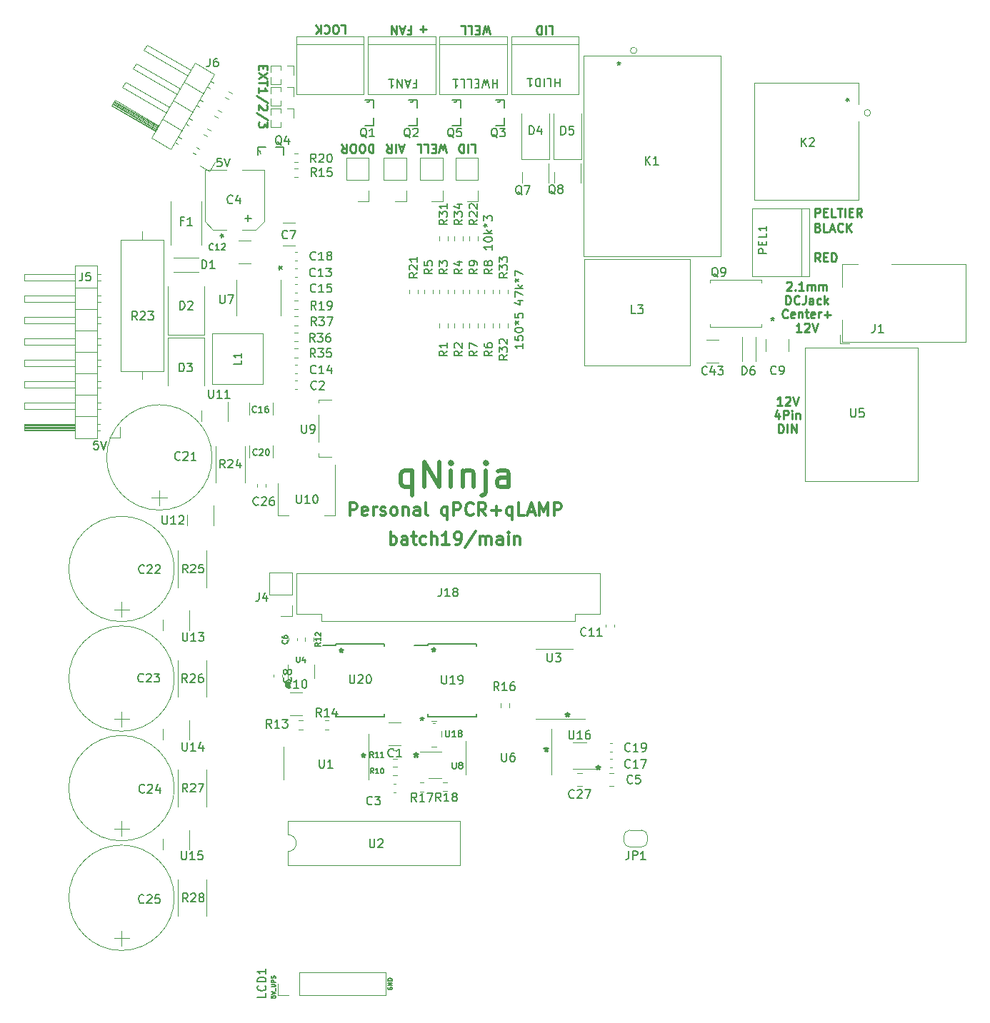
<source format=gto>
G04 #@! TF.GenerationSoftware,KiCad,Pcbnew,(6.0.5-0)*
G04 #@! TF.CreationDate,2023-01-18T02:57:05+09:00*
G04 #@! TF.ProjectId,qPCR-main,71504352-2d6d-4616-996e-2e6b69636164,rev?*
G04 #@! TF.SameCoordinates,Original*
G04 #@! TF.FileFunction,Legend,Top*
G04 #@! TF.FilePolarity,Positive*
%FSLAX46Y46*%
G04 Gerber Fmt 4.6, Leading zero omitted, Abs format (unit mm)*
G04 Created by KiCad (PCBNEW (6.0.5-0)) date 2023-01-18 02:57:05*
%MOMM*%
%LPD*%
G01*
G04 APERTURE LIST*
%ADD10C,0.300000*%
%ADD11C,0.127000*%
%ADD12C,0.254000*%
%ADD13C,0.150000*%
%ADD14C,0.500000*%
%ADD15C,0.120000*%
%ADD16C,0.152400*%
G04 APERTURE END LIST*
D10*
X117421432Y-95928571D02*
X117421432Y-94428571D01*
X117421432Y-95000000D02*
X117564289Y-94928571D01*
X117850004Y-94928571D01*
X117992861Y-95000000D01*
X118064289Y-95071428D01*
X118135718Y-95214285D01*
X118135718Y-95642857D01*
X118064289Y-95785714D01*
X117992861Y-95857142D01*
X117850004Y-95928571D01*
X117564289Y-95928571D01*
X117421432Y-95857142D01*
X119421432Y-95928571D02*
X119421432Y-95142857D01*
X119350004Y-95000000D01*
X119207146Y-94928571D01*
X118921432Y-94928571D01*
X118778575Y-95000000D01*
X119421432Y-95857142D02*
X119278575Y-95928571D01*
X118921432Y-95928571D01*
X118778575Y-95857142D01*
X118707146Y-95714285D01*
X118707146Y-95571428D01*
X118778575Y-95428571D01*
X118921432Y-95357142D01*
X119278575Y-95357142D01*
X119421432Y-95285714D01*
X119921432Y-94928571D02*
X120492861Y-94928571D01*
X120135718Y-94428571D02*
X120135718Y-95714285D01*
X120207146Y-95857142D01*
X120350004Y-95928571D01*
X120492861Y-95928571D01*
X121635718Y-95857142D02*
X121492861Y-95928571D01*
X121207146Y-95928571D01*
X121064289Y-95857142D01*
X120992861Y-95785714D01*
X120921432Y-95642857D01*
X120921432Y-95214285D01*
X120992861Y-95071428D01*
X121064289Y-95000000D01*
X121207146Y-94928571D01*
X121492861Y-94928571D01*
X121635718Y-95000000D01*
X122278575Y-95928571D02*
X122278575Y-94428571D01*
X122921432Y-95928571D02*
X122921432Y-95142857D01*
X122850004Y-95000000D01*
X122707146Y-94928571D01*
X122492861Y-94928571D01*
X122350004Y-95000000D01*
X122278575Y-95071428D01*
X124421432Y-95928571D02*
X123564289Y-95928571D01*
X123992861Y-95928571D02*
X123992861Y-94428571D01*
X123850004Y-94642857D01*
X123707146Y-94785714D01*
X123564289Y-94857142D01*
X125135718Y-95928571D02*
X125421432Y-95928571D01*
X125564289Y-95857142D01*
X125635718Y-95785714D01*
X125778575Y-95571428D01*
X125850004Y-95285714D01*
X125850004Y-94714285D01*
X125778575Y-94571428D01*
X125707146Y-94500000D01*
X125564289Y-94428571D01*
X125278575Y-94428571D01*
X125135718Y-94500000D01*
X125064289Y-94571428D01*
X124992861Y-94714285D01*
X124992861Y-95071428D01*
X125064289Y-95214285D01*
X125135718Y-95285714D01*
X125278575Y-95357142D01*
X125564289Y-95357142D01*
X125707146Y-95285714D01*
X125778575Y-95214285D01*
X125850004Y-95071428D01*
X127564289Y-94357142D02*
X126278575Y-96285714D01*
X128064289Y-95928571D02*
X128064289Y-94928571D01*
X128064289Y-95071428D02*
X128135718Y-95000000D01*
X128278575Y-94928571D01*
X128492861Y-94928571D01*
X128635718Y-95000000D01*
X128707146Y-95142857D01*
X128707146Y-95928571D01*
X128707146Y-95142857D02*
X128778575Y-95000000D01*
X128921432Y-94928571D01*
X129135718Y-94928571D01*
X129278575Y-95000000D01*
X129350004Y-95142857D01*
X129350004Y-95928571D01*
X130707146Y-95928571D02*
X130707146Y-95142857D01*
X130635718Y-95000000D01*
X130492861Y-94928571D01*
X130207146Y-94928571D01*
X130064289Y-95000000D01*
X130707146Y-95857142D02*
X130564289Y-95928571D01*
X130207146Y-95928571D01*
X130064289Y-95857142D01*
X129992861Y-95714285D01*
X129992861Y-95571428D01*
X130064289Y-95428571D01*
X130207146Y-95357142D01*
X130564289Y-95357142D01*
X130707146Y-95285714D01*
X131421432Y-95928571D02*
X131421432Y-94928571D01*
X131421432Y-94428571D02*
X131350004Y-94500000D01*
X131421432Y-94571428D01*
X131492861Y-94500000D01*
X131421432Y-94428571D01*
X131421432Y-94571428D01*
X132135718Y-94928571D02*
X132135718Y-95928571D01*
X132135718Y-95071428D02*
X132207146Y-95000000D01*
X132350004Y-94928571D01*
X132564289Y-94928571D01*
X132707146Y-95000000D01*
X132778575Y-95142857D01*
X132778575Y-95928571D01*
D11*
X103291809Y-149452285D02*
X103291809Y-149694190D01*
X103533714Y-149718380D01*
X103509523Y-149694190D01*
X103485333Y-149645809D01*
X103485333Y-149524857D01*
X103509523Y-149476476D01*
X103533714Y-149452285D01*
X103582095Y-149428095D01*
X103703047Y-149428095D01*
X103751428Y-149452285D01*
X103775619Y-149476476D01*
X103799809Y-149524857D01*
X103799809Y-149645809D01*
X103775619Y-149694190D01*
X103751428Y-149718380D01*
X103291809Y-149282952D02*
X103799809Y-149113619D01*
X103291809Y-148944285D01*
X103848190Y-148895904D02*
X103848190Y-148508857D01*
X103291809Y-148387904D02*
X103703047Y-148387904D01*
X103751428Y-148363714D01*
X103775619Y-148339523D01*
X103799809Y-148291142D01*
X103799809Y-148194380D01*
X103775619Y-148146000D01*
X103751428Y-148121809D01*
X103703047Y-148097619D01*
X103291809Y-148097619D01*
X103799809Y-147855714D02*
X103291809Y-147855714D01*
X103291809Y-147662190D01*
X103316000Y-147613809D01*
X103340190Y-147589619D01*
X103388571Y-147565428D01*
X103461142Y-147565428D01*
X103509523Y-147589619D01*
X103533714Y-147613809D01*
X103557904Y-147662190D01*
X103557904Y-147855714D01*
X103775619Y-147371904D02*
X103799809Y-147299333D01*
X103799809Y-147178380D01*
X103775619Y-147130000D01*
X103751428Y-147105809D01*
X103703047Y-147081619D01*
X103654666Y-147081619D01*
X103606285Y-147105809D01*
X103582095Y-147130000D01*
X103557904Y-147178380D01*
X103533714Y-147275142D01*
X103509523Y-147323523D01*
X103485333Y-147347714D01*
X103436952Y-147371904D01*
X103388571Y-147371904D01*
X103340190Y-147347714D01*
X103316000Y-147323523D01*
X103291809Y-147275142D01*
X103291809Y-147154190D01*
X103316000Y-147081619D01*
D12*
X136135428Y-34410380D02*
X136619238Y-34410380D01*
X136619238Y-35426380D01*
X135796761Y-34410380D02*
X135796761Y-35426380D01*
X135312952Y-34410380D02*
X135312952Y-35426380D01*
X135071047Y-35426380D01*
X134925904Y-35378000D01*
X134829142Y-35281238D01*
X134780761Y-35184476D01*
X134732380Y-34990952D01*
X134732380Y-34845809D01*
X134780761Y-34652285D01*
X134829142Y-34555523D01*
X134925904Y-34458761D01*
X135071047Y-34410380D01*
X135312952Y-34410380D01*
X129217523Y-35426380D02*
X128975619Y-34410380D01*
X128782095Y-35136095D01*
X128588571Y-34410380D01*
X128346666Y-35426380D01*
X127959619Y-34942571D02*
X127620952Y-34942571D01*
X127475809Y-34410380D02*
X127959619Y-34410380D01*
X127959619Y-35426380D01*
X127475809Y-35426380D01*
X126556571Y-34410380D02*
X127040380Y-34410380D01*
X127040380Y-35426380D01*
X125734095Y-34410380D02*
X126217904Y-34410380D01*
X126217904Y-35426380D01*
X119522476Y-34942571D02*
X119861142Y-34942571D01*
X119861142Y-34410380D02*
X119861142Y-35426380D01*
X119377333Y-35426380D01*
X119038666Y-34700666D02*
X118554857Y-34700666D01*
X119135428Y-34410380D02*
X118796761Y-35426380D01*
X118458095Y-34410380D01*
X118119428Y-34410380D02*
X118119428Y-35426380D01*
X117538857Y-34410380D01*
X117538857Y-35426380D01*
X111533714Y-34310380D02*
X112017523Y-34310380D01*
X112017523Y-35326380D01*
X111001523Y-35326380D02*
X110808000Y-35326380D01*
X110711238Y-35278000D01*
X110614476Y-35181238D01*
X110566095Y-34987714D01*
X110566095Y-34649047D01*
X110614476Y-34455523D01*
X110711238Y-34358761D01*
X110808000Y-34310380D01*
X111001523Y-34310380D01*
X111098285Y-34358761D01*
X111195047Y-34455523D01*
X111243428Y-34649047D01*
X111243428Y-34987714D01*
X111195047Y-35181238D01*
X111098285Y-35278000D01*
X111001523Y-35326380D01*
X109550095Y-34407142D02*
X109598476Y-34358761D01*
X109743619Y-34310380D01*
X109840380Y-34310380D01*
X109985523Y-34358761D01*
X110082285Y-34455523D01*
X110130666Y-34552285D01*
X110179047Y-34745809D01*
X110179047Y-34890952D01*
X110130666Y-35084476D01*
X110082285Y-35181238D01*
X109985523Y-35278000D01*
X109840380Y-35326380D01*
X109743619Y-35326380D01*
X109598476Y-35278000D01*
X109550095Y-35229619D01*
X109114666Y-34310380D02*
X109114666Y-35326380D01*
X108534095Y-34310380D02*
X108969523Y-34890952D01*
X108534095Y-35326380D02*
X109114666Y-34745809D01*
X102332571Y-39175619D02*
X102332571Y-39514285D01*
X101800380Y-39659428D02*
X101800380Y-39175619D01*
X102816380Y-39175619D01*
X102816380Y-39659428D01*
X102816380Y-39998095D02*
X101800380Y-40675428D01*
X102816380Y-40675428D02*
X101800380Y-39998095D01*
X102816380Y-40917333D02*
X102816380Y-41497904D01*
X101800380Y-41207619D02*
X102816380Y-41207619D01*
X101800380Y-42368761D02*
X101800380Y-41788190D01*
X101800380Y-42078476D02*
X102816380Y-42078476D01*
X102671238Y-41981714D01*
X102574476Y-41884952D01*
X102526095Y-41788190D01*
X102864761Y-43529904D02*
X101558476Y-42659047D01*
X102719619Y-43820190D02*
X102768000Y-43868571D01*
X102816380Y-43965333D01*
X102816380Y-44207238D01*
X102768000Y-44304000D01*
X102719619Y-44352380D01*
X102622857Y-44400761D01*
X102526095Y-44400761D01*
X102380952Y-44352380D01*
X101800380Y-43771809D01*
X101800380Y-44400761D01*
X102864761Y-45561904D02*
X101558476Y-44691047D01*
X102816380Y-45803809D02*
X102816380Y-46432761D01*
X102429333Y-46094095D01*
X102429333Y-46239238D01*
X102380952Y-46336000D01*
X102332571Y-46384380D01*
X102235809Y-46432761D01*
X101993904Y-46432761D01*
X101897142Y-46384380D01*
X101848761Y-46336000D01*
X101800380Y-46239238D01*
X101800380Y-45948952D01*
X101848761Y-45852190D01*
X101897142Y-45803809D01*
X115368476Y-48440380D02*
X115368476Y-49456380D01*
X115126571Y-49456380D01*
X114981428Y-49408000D01*
X114884666Y-49311238D01*
X114836285Y-49214476D01*
X114787904Y-49020952D01*
X114787904Y-48875809D01*
X114836285Y-48682285D01*
X114884666Y-48585523D01*
X114981428Y-48488761D01*
X115126571Y-48440380D01*
X115368476Y-48440380D01*
X114158952Y-49456380D02*
X113965428Y-49456380D01*
X113868666Y-49408000D01*
X113771904Y-49311238D01*
X113723523Y-49117714D01*
X113723523Y-48779047D01*
X113771904Y-48585523D01*
X113868666Y-48488761D01*
X113965428Y-48440380D01*
X114158952Y-48440380D01*
X114255714Y-48488761D01*
X114352476Y-48585523D01*
X114400857Y-48779047D01*
X114400857Y-49117714D01*
X114352476Y-49311238D01*
X114255714Y-49408000D01*
X114158952Y-49456380D01*
X113094571Y-49456380D02*
X112901047Y-49456380D01*
X112804285Y-49408000D01*
X112707523Y-49311238D01*
X112659142Y-49117714D01*
X112659142Y-48779047D01*
X112707523Y-48585523D01*
X112804285Y-48488761D01*
X112901047Y-48440380D01*
X113094571Y-48440380D01*
X113191333Y-48488761D01*
X113288095Y-48585523D01*
X113336476Y-48779047D01*
X113336476Y-49117714D01*
X113288095Y-49311238D01*
X113191333Y-49408000D01*
X113094571Y-49456380D01*
X111643142Y-48440380D02*
X111981809Y-48924190D01*
X112223714Y-48440380D02*
X112223714Y-49456380D01*
X111836666Y-49456380D01*
X111739904Y-49408000D01*
X111691523Y-49359619D01*
X111643142Y-49262857D01*
X111643142Y-49117714D01*
X111691523Y-49020952D01*
X111739904Y-48972571D01*
X111836666Y-48924190D01*
X112223714Y-48924190D01*
X118966809Y-48730666D02*
X118483000Y-48730666D01*
X119063571Y-48440380D02*
X118724904Y-49456380D01*
X118386238Y-48440380D01*
X118047571Y-48440380D02*
X118047571Y-49456380D01*
X116983190Y-48440380D02*
X117321857Y-48924190D01*
X117563761Y-48440380D02*
X117563761Y-49456380D01*
X117176714Y-49456380D01*
X117079952Y-49408000D01*
X117031571Y-49359619D01*
X116983190Y-49262857D01*
X116983190Y-49117714D01*
X117031571Y-49020952D01*
X117079952Y-48972571D01*
X117176714Y-48924190D01*
X117563761Y-48924190D01*
X124037472Y-49456380D02*
X123795568Y-48440380D01*
X123602044Y-49166095D01*
X123408520Y-48440380D01*
X123166615Y-49456380D01*
X122779568Y-48972571D02*
X122440901Y-48972571D01*
X122295758Y-48440380D02*
X122779568Y-48440380D01*
X122779568Y-49456380D01*
X122295758Y-49456380D01*
X121376520Y-48440380D02*
X121860329Y-48440380D01*
X121860329Y-49456380D01*
X120554044Y-48440380D02*
X121037853Y-48440380D01*
X121037853Y-49456380D01*
X126918436Y-48440384D02*
X127402246Y-48440384D01*
X127402246Y-49456384D01*
X126579769Y-48440384D02*
X126579769Y-49456384D01*
X126095960Y-48440384D02*
X126095960Y-49456384D01*
X125854055Y-49456384D01*
X125708912Y-49408004D01*
X125612150Y-49311242D01*
X125563769Y-49214480D01*
X125515388Y-49020956D01*
X125515388Y-48875813D01*
X125563769Y-48682289D01*
X125612150Y-48585527D01*
X125708912Y-48488765D01*
X125854055Y-48440384D01*
X126095960Y-48440384D01*
D11*
X117126000Y-148437047D02*
X117101809Y-148485428D01*
X117101809Y-148558000D01*
X117126000Y-148630571D01*
X117174380Y-148678952D01*
X117222761Y-148703142D01*
X117319523Y-148727333D01*
X117392095Y-148727333D01*
X117488857Y-148703142D01*
X117537238Y-148678952D01*
X117585619Y-148630571D01*
X117609809Y-148558000D01*
X117609809Y-148509619D01*
X117585619Y-148437047D01*
X117561428Y-148412857D01*
X117392095Y-148412857D01*
X117392095Y-148509619D01*
X117609809Y-148195142D02*
X117101809Y-148195142D01*
X117609809Y-147904857D01*
X117101809Y-147904857D01*
X117609809Y-147662952D02*
X117101809Y-147662952D01*
X117101809Y-147542000D01*
X117126000Y-147469428D01*
X117174380Y-147421047D01*
X117222761Y-147396857D01*
X117319523Y-147372666D01*
X117392095Y-147372666D01*
X117488857Y-147396857D01*
X117537238Y-147421047D01*
X117585619Y-147469428D01*
X117609809Y-147542000D01*
X117609809Y-147662952D01*
D12*
X122500000Y-108143619D02*
X122500000Y-108385523D01*
X122258095Y-108288761D02*
X122500000Y-108385523D01*
X122741904Y-108288761D01*
X122354857Y-108579047D02*
X122500000Y-108385523D01*
X122645142Y-108579047D01*
X135850000Y-119953619D02*
X135850000Y-120195523D01*
X135608095Y-120098761D02*
X135850000Y-120195523D01*
X136091904Y-120098761D01*
X135704857Y-120389047D02*
X135850000Y-120195523D01*
X135995142Y-120389047D01*
D13*
X82779523Y-83652380D02*
X82303333Y-83652380D01*
X82255714Y-84128571D01*
X82303333Y-84080952D01*
X82398571Y-84033333D01*
X82636666Y-84033333D01*
X82731904Y-84080952D01*
X82779523Y-84128571D01*
X82827142Y-84223809D01*
X82827142Y-84461904D01*
X82779523Y-84557142D01*
X82731904Y-84604761D01*
X82636666Y-84652380D01*
X82398571Y-84652380D01*
X82303333Y-84604761D01*
X82255714Y-84557142D01*
X83112857Y-83652380D02*
X83446190Y-84652380D01*
X83779523Y-83652380D01*
D10*
X112600000Y-92488571D02*
X112600000Y-90988571D01*
X113171428Y-90988571D01*
X113314285Y-91060000D01*
X113385714Y-91131428D01*
X113457142Y-91274285D01*
X113457142Y-91488571D01*
X113385714Y-91631428D01*
X113314285Y-91702857D01*
X113171428Y-91774285D01*
X112600000Y-91774285D01*
X114671428Y-92417142D02*
X114528571Y-92488571D01*
X114242857Y-92488571D01*
X114100000Y-92417142D01*
X114028571Y-92274285D01*
X114028571Y-91702857D01*
X114100000Y-91560000D01*
X114242857Y-91488571D01*
X114528571Y-91488571D01*
X114671428Y-91560000D01*
X114742857Y-91702857D01*
X114742857Y-91845714D01*
X114028571Y-91988571D01*
X115385714Y-92488571D02*
X115385714Y-91488571D01*
X115385714Y-91774285D02*
X115457142Y-91631428D01*
X115528571Y-91560000D01*
X115671428Y-91488571D01*
X115814285Y-91488571D01*
X116242857Y-92417142D02*
X116385714Y-92488571D01*
X116671428Y-92488571D01*
X116814285Y-92417142D01*
X116885714Y-92274285D01*
X116885714Y-92202857D01*
X116814285Y-92060000D01*
X116671428Y-91988571D01*
X116457142Y-91988571D01*
X116314285Y-91917142D01*
X116242857Y-91774285D01*
X116242857Y-91702857D01*
X116314285Y-91560000D01*
X116457142Y-91488571D01*
X116671428Y-91488571D01*
X116814285Y-91560000D01*
X117742857Y-92488571D02*
X117600000Y-92417142D01*
X117528571Y-92345714D01*
X117457142Y-92202857D01*
X117457142Y-91774285D01*
X117528571Y-91631428D01*
X117600000Y-91560000D01*
X117742857Y-91488571D01*
X117957142Y-91488571D01*
X118100000Y-91560000D01*
X118171428Y-91631428D01*
X118242857Y-91774285D01*
X118242857Y-92202857D01*
X118171428Y-92345714D01*
X118100000Y-92417142D01*
X117957142Y-92488571D01*
X117742857Y-92488571D01*
X118885714Y-91488571D02*
X118885714Y-92488571D01*
X118885714Y-91631428D02*
X118957142Y-91560000D01*
X119100000Y-91488571D01*
X119314285Y-91488571D01*
X119457142Y-91560000D01*
X119528571Y-91702857D01*
X119528571Y-92488571D01*
X120885714Y-92488571D02*
X120885714Y-91702857D01*
X120814285Y-91560000D01*
X120671428Y-91488571D01*
X120385714Y-91488571D01*
X120242857Y-91560000D01*
X120885714Y-92417142D02*
X120742857Y-92488571D01*
X120385714Y-92488571D01*
X120242857Y-92417142D01*
X120171428Y-92274285D01*
X120171428Y-92131428D01*
X120242857Y-91988571D01*
X120385714Y-91917142D01*
X120742857Y-91917142D01*
X120885714Y-91845714D01*
X121814285Y-92488571D02*
X121671428Y-92417142D01*
X121600000Y-92274285D01*
X121600000Y-90988571D01*
X124171428Y-91488571D02*
X124171428Y-92988571D01*
X124171428Y-92417142D02*
X124028571Y-92488571D01*
X123742857Y-92488571D01*
X123600000Y-92417142D01*
X123528571Y-92345714D01*
X123457142Y-92202857D01*
X123457142Y-91774285D01*
X123528571Y-91631428D01*
X123600000Y-91560000D01*
X123742857Y-91488571D01*
X124028571Y-91488571D01*
X124171428Y-91560000D01*
X124885714Y-92488571D02*
X124885714Y-90988571D01*
X125457142Y-90988571D01*
X125600000Y-91060000D01*
X125671428Y-91131428D01*
X125742857Y-91274285D01*
X125742857Y-91488571D01*
X125671428Y-91631428D01*
X125600000Y-91702857D01*
X125457142Y-91774285D01*
X124885714Y-91774285D01*
X127242857Y-92345714D02*
X127171428Y-92417142D01*
X126957142Y-92488571D01*
X126814285Y-92488571D01*
X126600000Y-92417142D01*
X126457142Y-92274285D01*
X126385714Y-92131428D01*
X126314285Y-91845714D01*
X126314285Y-91631428D01*
X126385714Y-91345714D01*
X126457142Y-91202857D01*
X126600000Y-91060000D01*
X126814285Y-90988571D01*
X126957142Y-90988571D01*
X127171428Y-91060000D01*
X127242857Y-91131428D01*
X128742857Y-92488571D02*
X128242857Y-91774285D01*
X127885714Y-92488571D02*
X127885714Y-90988571D01*
X128457142Y-90988571D01*
X128600000Y-91060000D01*
X128671428Y-91131428D01*
X128742857Y-91274285D01*
X128742857Y-91488571D01*
X128671428Y-91631428D01*
X128600000Y-91702857D01*
X128457142Y-91774285D01*
X127885714Y-91774285D01*
X129385714Y-91917142D02*
X130528571Y-91917142D01*
X129957142Y-92488571D02*
X129957142Y-91345714D01*
X131885714Y-91488571D02*
X131885714Y-92988571D01*
X131885714Y-92417142D02*
X131742857Y-92488571D01*
X131457142Y-92488571D01*
X131314285Y-92417142D01*
X131242857Y-92345714D01*
X131171428Y-92202857D01*
X131171428Y-91774285D01*
X131242857Y-91631428D01*
X131314285Y-91560000D01*
X131457142Y-91488571D01*
X131742857Y-91488571D01*
X131885714Y-91560000D01*
X133314285Y-92488571D02*
X132600000Y-92488571D01*
X132600000Y-90988571D01*
X133742857Y-92060000D02*
X134457142Y-92060000D01*
X133600000Y-92488571D02*
X134100000Y-90988571D01*
X134600000Y-92488571D01*
X135100000Y-92488571D02*
X135100000Y-90988571D01*
X135600000Y-92060000D01*
X136100000Y-90988571D01*
X136100000Y-92488571D01*
X136814285Y-92488571D02*
X136814285Y-90988571D01*
X137385714Y-90988571D01*
X137528571Y-91060000D01*
X137600000Y-91131428D01*
X137671428Y-91274285D01*
X137671428Y-91488571D01*
X137600000Y-91631428D01*
X137528571Y-91702857D01*
X137385714Y-91774285D01*
X136814285Y-91774285D01*
D14*
X120028571Y-87117142D02*
X120028571Y-90117142D01*
X120028571Y-88974285D02*
X119742857Y-89117142D01*
X119171428Y-89117142D01*
X118885714Y-88974285D01*
X118742857Y-88831428D01*
X118600000Y-88545714D01*
X118600000Y-87688571D01*
X118742857Y-87402857D01*
X118885714Y-87260000D01*
X119171428Y-87117142D01*
X119742857Y-87117142D01*
X120028571Y-87260000D01*
X121457142Y-89117142D02*
X121457142Y-86117142D01*
X123171428Y-89117142D01*
X123171428Y-86117142D01*
X124600000Y-89117142D02*
X124600000Y-87117142D01*
X124600000Y-86117142D02*
X124457142Y-86260000D01*
X124600000Y-86402857D01*
X124742857Y-86260000D01*
X124600000Y-86117142D01*
X124600000Y-86402857D01*
X126028571Y-87117142D02*
X126028571Y-89117142D01*
X126028571Y-87402857D02*
X126171428Y-87260000D01*
X126457142Y-87117142D01*
X126885714Y-87117142D01*
X127171428Y-87260000D01*
X127314285Y-87545714D01*
X127314285Y-89117142D01*
X128742857Y-87117142D02*
X128742857Y-89688571D01*
X128600000Y-89974285D01*
X128314285Y-90117142D01*
X128171428Y-90117142D01*
X128742857Y-86117142D02*
X128600000Y-86260000D01*
X128742857Y-86402857D01*
X128885714Y-86260000D01*
X128742857Y-86117142D01*
X128742857Y-86402857D01*
X131457142Y-89117142D02*
X131457142Y-87545714D01*
X131314285Y-87260000D01*
X131028571Y-87117142D01*
X130457142Y-87117142D01*
X130171428Y-87260000D01*
X131457142Y-88974285D02*
X131171428Y-89117142D01*
X130457142Y-89117142D01*
X130171428Y-88974285D01*
X130028571Y-88688571D01*
X130028571Y-88402857D01*
X130171428Y-88117142D01*
X130457142Y-87974285D01*
X131171428Y-87974285D01*
X131457142Y-87831428D01*
D12*
X164379333Y-64866740D02*
X164427714Y-64818360D01*
X164524476Y-64769979D01*
X164766380Y-64769979D01*
X164863142Y-64818360D01*
X164911523Y-64866740D01*
X164959904Y-64963502D01*
X164959904Y-65060264D01*
X164911523Y-65205407D01*
X164330952Y-65785979D01*
X164959904Y-65785979D01*
X165395333Y-65689217D02*
X165443714Y-65737598D01*
X165395333Y-65785979D01*
X165346952Y-65737598D01*
X165395333Y-65689217D01*
X165395333Y-65785979D01*
X166411333Y-65785979D02*
X165830761Y-65785979D01*
X166121047Y-65785979D02*
X166121047Y-64769979D01*
X166024285Y-64915121D01*
X165927523Y-65011883D01*
X165830761Y-65060264D01*
X166846761Y-65785979D02*
X166846761Y-65108645D01*
X166846761Y-65205407D02*
X166895142Y-65157026D01*
X166991904Y-65108645D01*
X167137047Y-65108645D01*
X167233809Y-65157026D01*
X167282190Y-65253788D01*
X167282190Y-65785979D01*
X167282190Y-65253788D02*
X167330571Y-65157026D01*
X167427333Y-65108645D01*
X167572476Y-65108645D01*
X167669238Y-65157026D01*
X167717619Y-65253788D01*
X167717619Y-65785979D01*
X168201428Y-65785979D02*
X168201428Y-65108645D01*
X168201428Y-65205407D02*
X168249809Y-65157026D01*
X168346571Y-65108645D01*
X168491714Y-65108645D01*
X168588476Y-65157026D01*
X168636857Y-65253788D01*
X168636857Y-65785979D01*
X168636857Y-65253788D02*
X168685238Y-65157026D01*
X168782000Y-65108645D01*
X168927142Y-65108645D01*
X169023904Y-65157026D01*
X169072285Y-65253788D01*
X169072285Y-65785979D01*
X164282571Y-67421739D02*
X164282571Y-66405739D01*
X164524476Y-66405739D01*
X164669619Y-66454120D01*
X164766380Y-66550881D01*
X164814761Y-66647643D01*
X164863142Y-66841167D01*
X164863142Y-66986310D01*
X164814761Y-67179834D01*
X164766380Y-67276596D01*
X164669619Y-67373358D01*
X164524476Y-67421739D01*
X164282571Y-67421739D01*
X165879142Y-67324977D02*
X165830761Y-67373358D01*
X165685619Y-67421739D01*
X165588857Y-67421739D01*
X165443714Y-67373358D01*
X165346952Y-67276596D01*
X165298571Y-67179834D01*
X165250190Y-66986310D01*
X165250190Y-66841167D01*
X165298571Y-66647643D01*
X165346952Y-66550881D01*
X165443714Y-66454120D01*
X165588857Y-66405739D01*
X165685619Y-66405739D01*
X165830761Y-66454120D01*
X165879142Y-66502500D01*
X166604857Y-66405739D02*
X166604857Y-67131453D01*
X166556476Y-67276596D01*
X166459714Y-67373358D01*
X166314571Y-67421739D01*
X166217809Y-67421739D01*
X167524095Y-67421739D02*
X167524095Y-66889548D01*
X167475714Y-66792786D01*
X167378952Y-66744405D01*
X167185428Y-66744405D01*
X167088666Y-66792786D01*
X167524095Y-67373358D02*
X167427333Y-67421739D01*
X167185428Y-67421739D01*
X167088666Y-67373358D01*
X167040285Y-67276596D01*
X167040285Y-67179834D01*
X167088666Y-67083072D01*
X167185428Y-67034691D01*
X167427333Y-67034691D01*
X167524095Y-66986310D01*
X168443333Y-67373358D02*
X168346571Y-67421739D01*
X168153047Y-67421739D01*
X168056285Y-67373358D01*
X168007904Y-67324977D01*
X167959523Y-67228215D01*
X167959523Y-66937929D01*
X168007904Y-66841167D01*
X168056285Y-66792786D01*
X168153047Y-66744405D01*
X168346571Y-66744405D01*
X168443333Y-66792786D01*
X168878761Y-67421739D02*
X168878761Y-66405739D01*
X168975523Y-67034691D02*
X169265809Y-67421739D01*
X169265809Y-66744405D02*
X168878761Y-67131453D01*
X164500285Y-68960737D02*
X164451904Y-69009118D01*
X164306761Y-69057499D01*
X164210000Y-69057499D01*
X164064857Y-69009118D01*
X163968095Y-68912356D01*
X163919714Y-68815594D01*
X163871333Y-68622070D01*
X163871333Y-68476927D01*
X163919714Y-68283403D01*
X163968095Y-68186641D01*
X164064857Y-68089880D01*
X164210000Y-68041499D01*
X164306761Y-68041499D01*
X164451904Y-68089880D01*
X164500285Y-68138260D01*
X165322761Y-69009118D02*
X165226000Y-69057499D01*
X165032476Y-69057499D01*
X164935714Y-69009118D01*
X164887333Y-68912356D01*
X164887333Y-68525308D01*
X164935714Y-68428546D01*
X165032476Y-68380165D01*
X165226000Y-68380165D01*
X165322761Y-68428546D01*
X165371142Y-68525308D01*
X165371142Y-68622070D01*
X164887333Y-68718832D01*
X165806571Y-68380165D02*
X165806571Y-69057499D01*
X165806571Y-68476927D02*
X165854952Y-68428546D01*
X165951714Y-68380165D01*
X166096857Y-68380165D01*
X166193619Y-68428546D01*
X166242000Y-68525308D01*
X166242000Y-69057499D01*
X166580666Y-68380165D02*
X166967714Y-68380165D01*
X166725809Y-68041499D02*
X166725809Y-68912356D01*
X166774190Y-69009118D01*
X166870952Y-69057499D01*
X166967714Y-69057499D01*
X167693428Y-69009118D02*
X167596666Y-69057499D01*
X167403142Y-69057499D01*
X167306380Y-69009118D01*
X167258000Y-68912356D01*
X167258000Y-68525308D01*
X167306380Y-68428546D01*
X167403142Y-68380165D01*
X167596666Y-68380165D01*
X167693428Y-68428546D01*
X167741809Y-68525308D01*
X167741809Y-68622070D01*
X167258000Y-68718832D01*
X168177238Y-69057499D02*
X168177238Y-68380165D01*
X168177238Y-68573689D02*
X168225619Y-68476927D01*
X168274000Y-68428546D01*
X168370761Y-68380165D01*
X168467523Y-68380165D01*
X168806190Y-68670451D02*
X169580285Y-68670451D01*
X169193238Y-69057499D02*
X169193238Y-68283403D01*
X166121047Y-70693259D02*
X165540476Y-70693259D01*
X165830761Y-70693259D02*
X165830761Y-69677259D01*
X165734000Y-69822401D01*
X165637238Y-69919163D01*
X165540476Y-69967544D01*
X166508095Y-69774020D02*
X166556476Y-69725640D01*
X166653238Y-69677259D01*
X166895142Y-69677259D01*
X166991904Y-69725640D01*
X167040285Y-69774020D01*
X167088666Y-69870782D01*
X167088666Y-69967544D01*
X167040285Y-70112687D01*
X166459714Y-70693259D01*
X167088666Y-70693259D01*
X167378952Y-69677259D02*
X167717619Y-70693259D01*
X168056285Y-69677259D01*
X142010000Y-122133619D02*
X142010000Y-122375523D01*
X141768095Y-122278761D02*
X142010000Y-122375523D01*
X142251904Y-122278761D01*
X141864857Y-122569047D02*
X142010000Y-122375523D01*
X142155142Y-122569047D01*
X121687058Y-34797437D02*
X120912963Y-34797437D01*
X121300011Y-34410389D02*
X121300011Y-35184485D01*
D13*
X132485714Y-67017619D02*
X133152380Y-67017619D01*
X132104761Y-67255714D02*
X132819047Y-67493809D01*
X132819047Y-66874761D01*
X132152380Y-66589047D02*
X132152380Y-65922380D01*
X133152380Y-66350952D01*
X133152380Y-65541428D02*
X132152380Y-65541428D01*
X132771428Y-65446190D02*
X133152380Y-65160476D01*
X132485714Y-65160476D02*
X132866666Y-65541428D01*
X132152380Y-64589047D02*
X132390476Y-64589047D01*
X132295238Y-64827142D02*
X132390476Y-64589047D01*
X132295238Y-64350952D01*
X132580952Y-64731904D02*
X132390476Y-64589047D01*
X132580952Y-64446190D01*
X132152380Y-64065238D02*
X132152380Y-63398571D01*
X133152380Y-63827142D01*
D12*
X111560000Y-108233619D02*
X111560000Y-108475523D01*
X111318095Y-108378761D02*
X111560000Y-108475523D01*
X111801904Y-108378761D01*
X111414857Y-108669047D02*
X111560000Y-108475523D01*
X111705142Y-108669047D01*
D13*
X133152380Y-72093809D02*
X133152380Y-72665238D01*
X133152380Y-72379523D02*
X132152380Y-72379523D01*
X132295238Y-72474761D01*
X132390476Y-72570000D01*
X132438095Y-72665238D01*
X132152380Y-71189047D02*
X132152380Y-71665238D01*
X132628571Y-71712857D01*
X132580952Y-71665238D01*
X132533333Y-71570000D01*
X132533333Y-71331904D01*
X132580952Y-71236666D01*
X132628571Y-71189047D01*
X132723809Y-71141428D01*
X132961904Y-71141428D01*
X133057142Y-71189047D01*
X133104761Y-71236666D01*
X133152380Y-71331904D01*
X133152380Y-71570000D01*
X133104761Y-71665238D01*
X133057142Y-71712857D01*
X132152380Y-70522380D02*
X132152380Y-70427142D01*
X132200000Y-70331904D01*
X132247619Y-70284285D01*
X132342857Y-70236666D01*
X132533333Y-70189047D01*
X132771428Y-70189047D01*
X132961904Y-70236666D01*
X133057142Y-70284285D01*
X133104761Y-70331904D01*
X133152380Y-70427142D01*
X133152380Y-70522380D01*
X133104761Y-70617619D01*
X133057142Y-70665238D01*
X132961904Y-70712857D01*
X132771428Y-70760476D01*
X132533333Y-70760476D01*
X132342857Y-70712857D01*
X132247619Y-70665238D01*
X132200000Y-70617619D01*
X132152380Y-70522380D01*
X132152380Y-69617619D02*
X132390476Y-69617619D01*
X132295238Y-69855714D02*
X132390476Y-69617619D01*
X132295238Y-69379523D01*
X132580952Y-69760476D02*
X132390476Y-69617619D01*
X132580952Y-69474761D01*
X132152380Y-68522380D02*
X132152380Y-68998571D01*
X132628571Y-69046190D01*
X132580952Y-68998571D01*
X132533333Y-68903333D01*
X132533333Y-68665238D01*
X132580952Y-68570000D01*
X132628571Y-68522380D01*
X132723809Y-68474761D01*
X132961904Y-68474761D01*
X133057142Y-68522380D01*
X133104761Y-68570000D01*
X133152380Y-68665238D01*
X133152380Y-68903333D01*
X133104761Y-68998571D01*
X133057142Y-69046190D01*
D12*
X168346857Y-62359619D02*
X168008190Y-61875809D01*
X167766285Y-62359619D02*
X167766285Y-61343619D01*
X168153333Y-61343619D01*
X168250095Y-61392000D01*
X168298476Y-61440380D01*
X168346857Y-61537142D01*
X168346857Y-61682285D01*
X168298476Y-61779047D01*
X168250095Y-61827428D01*
X168153333Y-61875809D01*
X167766285Y-61875809D01*
X168782285Y-61827428D02*
X169120952Y-61827428D01*
X169266095Y-62359619D02*
X168782285Y-62359619D01*
X168782285Y-61343619D01*
X169266095Y-61343619D01*
X169701523Y-62359619D02*
X169701523Y-61343619D01*
X169943428Y-61343619D01*
X170088571Y-61392000D01*
X170185333Y-61488761D01*
X170233714Y-61585523D01*
X170282095Y-61779047D01*
X170282095Y-61924190D01*
X170233714Y-62117714D01*
X170185333Y-62214476D01*
X170088571Y-62311238D01*
X169943428Y-62359619D01*
X169701523Y-62359619D01*
X163851058Y-79393853D02*
X163270487Y-79393853D01*
X163560772Y-79393853D02*
X163560772Y-78377853D01*
X163464011Y-78522995D01*
X163367249Y-78619757D01*
X163270487Y-78668138D01*
X164238106Y-78474614D02*
X164286487Y-78426234D01*
X164383249Y-78377853D01*
X164625153Y-78377853D01*
X164721915Y-78426234D01*
X164770296Y-78474614D01*
X164818677Y-78571376D01*
X164818677Y-78668138D01*
X164770296Y-78813281D01*
X164189725Y-79393853D01*
X164818677Y-79393853D01*
X165108963Y-78377853D02*
X165447630Y-79393853D01*
X165786296Y-78377853D01*
X163464011Y-80352279D02*
X163464011Y-81029613D01*
X163222106Y-79965232D02*
X162980201Y-80690946D01*
X163609153Y-80690946D01*
X163996201Y-81029613D02*
X163996201Y-80013613D01*
X164383249Y-80013613D01*
X164480011Y-80061994D01*
X164528391Y-80110374D01*
X164576772Y-80207136D01*
X164576772Y-80352279D01*
X164528391Y-80449041D01*
X164480011Y-80497422D01*
X164383249Y-80545803D01*
X163996201Y-80545803D01*
X165012201Y-81029613D02*
X165012201Y-80352279D01*
X165012201Y-80013613D02*
X164963820Y-80061994D01*
X165012201Y-80110374D01*
X165060582Y-80061994D01*
X165012201Y-80013613D01*
X165012201Y-80110374D01*
X165496011Y-80352279D02*
X165496011Y-81029613D01*
X165496011Y-80449041D02*
X165544391Y-80400660D01*
X165641153Y-80352279D01*
X165786296Y-80352279D01*
X165883058Y-80400660D01*
X165931439Y-80497422D01*
X165931439Y-81029613D01*
X163439820Y-82665373D02*
X163439820Y-81649373D01*
X163681725Y-81649373D01*
X163826868Y-81697754D01*
X163923630Y-81794515D01*
X163972011Y-81891277D01*
X164020391Y-82084801D01*
X164020391Y-82229944D01*
X163972011Y-82423468D01*
X163923630Y-82520230D01*
X163826868Y-82616992D01*
X163681725Y-82665373D01*
X163439820Y-82665373D01*
X164455820Y-82665373D02*
X164455820Y-81649373D01*
X164939630Y-82665373D02*
X164939630Y-81649373D01*
X165520201Y-82665373D01*
X165520201Y-81649373D01*
D13*
X97389523Y-50102380D02*
X96913333Y-50102380D01*
X96865714Y-50578571D01*
X96913333Y-50530952D01*
X97008571Y-50483333D01*
X97246666Y-50483333D01*
X97341904Y-50530952D01*
X97389523Y-50578571D01*
X97437142Y-50673809D01*
X97437142Y-50911904D01*
X97389523Y-51007142D01*
X97341904Y-51054761D01*
X97246666Y-51102380D01*
X97008571Y-51102380D01*
X96913333Y-51054761D01*
X96865714Y-51007142D01*
X97722857Y-50102380D02*
X98056190Y-51102380D01*
X98389523Y-50102380D01*
X129492381Y-60392380D02*
X129492381Y-60963809D01*
X129492381Y-60678095D02*
X128492381Y-60678095D01*
X128635239Y-60773333D01*
X128730477Y-60868571D01*
X128778096Y-60963809D01*
X128492381Y-59773333D02*
X128492381Y-59678095D01*
X128540001Y-59582857D01*
X128587620Y-59535238D01*
X128682858Y-59487619D01*
X128873334Y-59440000D01*
X129111429Y-59440000D01*
X129301905Y-59487619D01*
X129397143Y-59535238D01*
X129444762Y-59582857D01*
X129492381Y-59678095D01*
X129492381Y-59773333D01*
X129444762Y-59868571D01*
X129397143Y-59916190D01*
X129301905Y-59963809D01*
X129111429Y-60011428D01*
X128873334Y-60011428D01*
X128682858Y-59963809D01*
X128587620Y-59916190D01*
X128540001Y-59868571D01*
X128492381Y-59773333D01*
X129492381Y-59011428D02*
X128492381Y-59011428D01*
X129111429Y-58916190D02*
X129492381Y-58630476D01*
X128825715Y-58630476D02*
X129206667Y-59011428D01*
X128492381Y-58059047D02*
X128730477Y-58059047D01*
X128635239Y-58297142D02*
X128730477Y-58059047D01*
X128635239Y-57820952D01*
X128920953Y-58201904D02*
X128730477Y-58059047D01*
X128920953Y-57916190D01*
X128492381Y-57535238D02*
X128492381Y-56916190D01*
X128873334Y-57249523D01*
X128873334Y-57106666D01*
X128920953Y-57011428D01*
X128968572Y-56963809D01*
X129063810Y-56916190D01*
X129301905Y-56916190D01*
X129397143Y-56963809D01*
X129444762Y-57011428D01*
X129492381Y-57106666D01*
X129492381Y-57392380D01*
X129444762Y-57487619D01*
X129397143Y-57535238D01*
D12*
X138380000Y-115833619D02*
X138380000Y-116075523D01*
X138138095Y-115978761D02*
X138380000Y-116075523D01*
X138621904Y-115978761D01*
X138234857Y-116269047D02*
X138380000Y-116075523D01*
X138525142Y-116269047D01*
X105277505Y-112233619D02*
X105277505Y-112475523D01*
X105035600Y-112378761D02*
X105277505Y-112475523D01*
X105519409Y-112378761D01*
X105132362Y-112669047D02*
X105277505Y-112475523D01*
X105422647Y-112669047D01*
X167766476Y-57059619D02*
X167766476Y-56043619D01*
X168153523Y-56043619D01*
X168250285Y-56092000D01*
X168298666Y-56140380D01*
X168347047Y-56237142D01*
X168347047Y-56382285D01*
X168298666Y-56479047D01*
X168250285Y-56527428D01*
X168153523Y-56575809D01*
X167766476Y-56575809D01*
X168782476Y-56527428D02*
X169121142Y-56527428D01*
X169266285Y-57059619D02*
X168782476Y-57059619D01*
X168782476Y-56043619D01*
X169266285Y-56043619D01*
X170185523Y-57059619D02*
X169701714Y-57059619D01*
X169701714Y-56043619D01*
X170379047Y-56043619D02*
X170959619Y-56043619D01*
X170669333Y-57059619D02*
X170669333Y-56043619D01*
X171298285Y-57059619D02*
X171298285Y-56043619D01*
X171782095Y-56527428D02*
X172120761Y-56527428D01*
X172265904Y-57059619D02*
X171782095Y-57059619D01*
X171782095Y-56043619D01*
X172265904Y-56043619D01*
X173281904Y-57059619D02*
X172943238Y-56575809D01*
X172701333Y-57059619D02*
X172701333Y-56043619D01*
X173088380Y-56043619D01*
X173185142Y-56092000D01*
X173233523Y-56140380D01*
X173281904Y-56237142D01*
X173281904Y-56382285D01*
X173233523Y-56479047D01*
X173185142Y-56527428D01*
X173088380Y-56575809D01*
X172701333Y-56575809D01*
X120410000Y-120623619D02*
X120410000Y-120865523D01*
X120168095Y-120768761D02*
X120410000Y-120865523D01*
X120651904Y-120768761D01*
X120264857Y-121059047D02*
X120410000Y-120865523D01*
X120555142Y-121059047D01*
X168099904Y-58307428D02*
X168245047Y-58355809D01*
X168293428Y-58404190D01*
X168341809Y-58500952D01*
X168341809Y-58646095D01*
X168293428Y-58742857D01*
X168245047Y-58791238D01*
X168148285Y-58839619D01*
X167761238Y-58839619D01*
X167761238Y-57823619D01*
X168099904Y-57823619D01*
X168196666Y-57872000D01*
X168245047Y-57920380D01*
X168293428Y-58017142D01*
X168293428Y-58113904D01*
X168245047Y-58210666D01*
X168196666Y-58259047D01*
X168099904Y-58307428D01*
X167761238Y-58307428D01*
X169261047Y-58839619D02*
X168777238Y-58839619D01*
X168777238Y-57823619D01*
X169551333Y-58549333D02*
X170035142Y-58549333D01*
X169454571Y-58839619D02*
X169793238Y-57823619D01*
X170131904Y-58839619D01*
X171051142Y-58742857D02*
X171002761Y-58791238D01*
X170857619Y-58839619D01*
X170760857Y-58839619D01*
X170615714Y-58791238D01*
X170518952Y-58694476D01*
X170470571Y-58597714D01*
X170422190Y-58404190D01*
X170422190Y-58259047D01*
X170470571Y-58065523D01*
X170518952Y-57968761D01*
X170615714Y-57872000D01*
X170760857Y-57823619D01*
X170857619Y-57823619D01*
X171002761Y-57872000D01*
X171051142Y-57920380D01*
X171486571Y-58839619D02*
X171486571Y-57823619D01*
X172067142Y-58839619D02*
X171631714Y-58259047D01*
X172067142Y-57823619D02*
X171486571Y-58404190D01*
X114190000Y-120694239D02*
X114190000Y-120936143D01*
X113948095Y-120839381D02*
X114190000Y-120936143D01*
X114431904Y-120839381D01*
X114044857Y-121129667D02*
X114190000Y-120936143D01*
X114335142Y-121129667D01*
D13*
X102662380Y-149136666D02*
X102662380Y-149612857D01*
X101662380Y-149612857D01*
X102567142Y-148231904D02*
X102614761Y-148279523D01*
X102662380Y-148422380D01*
X102662380Y-148517619D01*
X102614761Y-148660476D01*
X102519523Y-148755714D01*
X102424285Y-148803333D01*
X102233809Y-148850952D01*
X102090952Y-148850952D01*
X101900476Y-148803333D01*
X101805238Y-148755714D01*
X101710000Y-148660476D01*
X101662380Y-148517619D01*
X101662380Y-148422380D01*
X101710000Y-148279523D01*
X101757619Y-148231904D01*
X102662380Y-147803333D02*
X101662380Y-147803333D01*
X101662380Y-147565238D01*
X101710000Y-147422380D01*
X101805238Y-147327142D01*
X101900476Y-147279523D01*
X102090952Y-147231904D01*
X102233809Y-147231904D01*
X102424285Y-147279523D01*
X102519523Y-147327142D01*
X102614761Y-147422380D01*
X102662380Y-147565238D01*
X102662380Y-147803333D01*
X102662380Y-146279523D02*
X102662380Y-146850952D01*
X102662380Y-146565238D02*
X101662380Y-146565238D01*
X101805238Y-146660476D01*
X101900476Y-146755714D01*
X101948095Y-146850952D01*
X130095238Y-40717619D02*
X130095238Y-41717619D01*
X130095238Y-41241428D02*
X129523809Y-41241428D01*
X129523809Y-40717619D02*
X129523809Y-41717619D01*
X129142857Y-41717619D02*
X128904761Y-40717619D01*
X128714285Y-41431904D01*
X128523809Y-40717619D01*
X128285714Y-41717619D01*
X127904761Y-41241428D02*
X127571428Y-41241428D01*
X127428571Y-40717619D02*
X127904761Y-40717619D01*
X127904761Y-41717619D01*
X127428571Y-41717619D01*
X126523809Y-40717619D02*
X127000000Y-40717619D01*
X127000000Y-41717619D01*
X125714285Y-40717619D02*
X126190476Y-40717619D01*
X126190476Y-41717619D01*
X124857142Y-40717619D02*
X125428571Y-40717619D01*
X125142857Y-40717619D02*
X125142857Y-41717619D01*
X125238095Y-41574761D01*
X125333333Y-41479523D01*
X125428571Y-41431904D01*
X101856666Y-101642380D02*
X101856666Y-102356666D01*
X101809047Y-102499523D01*
X101713809Y-102594761D01*
X101570952Y-102642380D01*
X101475714Y-102642380D01*
X102761428Y-101975714D02*
X102761428Y-102642380D01*
X102523333Y-101594761D02*
X102285238Y-102309047D01*
X102904285Y-102309047D01*
X80896666Y-63652380D02*
X80896666Y-64366666D01*
X80849047Y-64509523D01*
X80753809Y-64604761D01*
X80610952Y-64652380D01*
X80515714Y-64652380D01*
X81849047Y-63652380D02*
X81372857Y-63652380D01*
X81325238Y-64128571D01*
X81372857Y-64080952D01*
X81468095Y-64033333D01*
X81706190Y-64033333D01*
X81801428Y-64080952D01*
X81849047Y-64128571D01*
X81896666Y-64223809D01*
X81896666Y-64461904D01*
X81849047Y-64557142D01*
X81801428Y-64604761D01*
X81706190Y-64652380D01*
X81468095Y-64652380D01*
X81372857Y-64604761D01*
X81325238Y-64557142D01*
X145666666Y-132282380D02*
X145666666Y-132996666D01*
X145619047Y-133139523D01*
X145523809Y-133234761D01*
X145380952Y-133282380D01*
X145285714Y-133282380D01*
X146142857Y-133282380D02*
X146142857Y-132282380D01*
X146523809Y-132282380D01*
X146619047Y-132330000D01*
X146666666Y-132377619D01*
X146714285Y-132472857D01*
X146714285Y-132615714D01*
X146666666Y-132710952D01*
X146619047Y-132758571D01*
X146523809Y-132806190D01*
X146142857Y-132806190D01*
X147666666Y-133282380D02*
X147095238Y-133282380D01*
X147380952Y-133282380D02*
X147380952Y-132282380D01*
X147285714Y-132425238D01*
X147190476Y-132520476D01*
X147095238Y-132568095D01*
X95861904Y-77552380D02*
X95861904Y-78361904D01*
X95909523Y-78457142D01*
X95957142Y-78504761D01*
X96052380Y-78552380D01*
X96242857Y-78552380D01*
X96338095Y-78504761D01*
X96385714Y-78457142D01*
X96433333Y-78361904D01*
X96433333Y-77552380D01*
X97433333Y-78552380D02*
X96861904Y-78552380D01*
X97147619Y-78552380D02*
X97147619Y-77552380D01*
X97052380Y-77695238D01*
X96957142Y-77790476D01*
X96861904Y-77838095D01*
X98385714Y-78552380D02*
X97814285Y-78552380D01*
X98100000Y-78552380D02*
X98100000Y-77552380D01*
X98004761Y-77695238D01*
X97909523Y-77790476D01*
X97814285Y-77838095D01*
X90401904Y-92512380D02*
X90401904Y-93321904D01*
X90449523Y-93417142D01*
X90497142Y-93464761D01*
X90592380Y-93512380D01*
X90782857Y-93512380D01*
X90878095Y-93464761D01*
X90925714Y-93417142D01*
X90973333Y-93321904D01*
X90973333Y-92512380D01*
X91973333Y-93512380D02*
X91401904Y-93512380D01*
X91687619Y-93512380D02*
X91687619Y-92512380D01*
X91592380Y-92655238D01*
X91497142Y-92750476D01*
X91401904Y-92798095D01*
X92354285Y-92607619D02*
X92401904Y-92560000D01*
X92497142Y-92512380D01*
X92735238Y-92512380D01*
X92830476Y-92560000D01*
X92878095Y-92607619D01*
X92925714Y-92702857D01*
X92925714Y-92798095D01*
X92878095Y-92940952D01*
X92306666Y-93512380D01*
X92925714Y-93512380D01*
X92781904Y-106372380D02*
X92781904Y-107181904D01*
X92829523Y-107277142D01*
X92877142Y-107324761D01*
X92972380Y-107372380D01*
X93162857Y-107372380D01*
X93258095Y-107324761D01*
X93305714Y-107277142D01*
X93353333Y-107181904D01*
X93353333Y-106372380D01*
X94353333Y-107372380D02*
X93781904Y-107372380D01*
X94067619Y-107372380D02*
X94067619Y-106372380D01*
X93972380Y-106515238D01*
X93877142Y-106610476D01*
X93781904Y-106658095D01*
X94686666Y-106372380D02*
X95305714Y-106372380D01*
X94972380Y-106753333D01*
X95115238Y-106753333D01*
X95210476Y-106800952D01*
X95258095Y-106848571D01*
X95305714Y-106943809D01*
X95305714Y-107181904D01*
X95258095Y-107277142D01*
X95210476Y-107324761D01*
X95115238Y-107372380D01*
X94829523Y-107372380D01*
X94734285Y-107324761D01*
X94686666Y-107277142D01*
X92751904Y-119392380D02*
X92751904Y-120201904D01*
X92799523Y-120297142D01*
X92847142Y-120344761D01*
X92942380Y-120392380D01*
X93132857Y-120392380D01*
X93228095Y-120344761D01*
X93275714Y-120297142D01*
X93323333Y-120201904D01*
X93323333Y-119392380D01*
X94323333Y-120392380D02*
X93751904Y-120392380D01*
X94037619Y-120392380D02*
X94037619Y-119392380D01*
X93942380Y-119535238D01*
X93847142Y-119630476D01*
X93751904Y-119678095D01*
X95180476Y-119725714D02*
X95180476Y-120392380D01*
X94942380Y-119344761D02*
X94704285Y-120059047D01*
X95323333Y-120059047D01*
X92641904Y-132292380D02*
X92641904Y-133101904D01*
X92689523Y-133197142D01*
X92737142Y-133244761D01*
X92832380Y-133292380D01*
X93022857Y-133292380D01*
X93118095Y-133244761D01*
X93165714Y-133197142D01*
X93213333Y-133101904D01*
X93213333Y-132292380D01*
X94213333Y-133292380D02*
X93641904Y-133292380D01*
X93927619Y-133292380D02*
X93927619Y-132292380D01*
X93832380Y-132435238D01*
X93737142Y-132530476D01*
X93641904Y-132578095D01*
X95118095Y-132292380D02*
X94641904Y-132292380D01*
X94594285Y-132768571D01*
X94641904Y-132720952D01*
X94737142Y-132673333D01*
X94975238Y-132673333D01*
X95070476Y-132720952D01*
X95118095Y-132768571D01*
X95165714Y-132863809D01*
X95165714Y-133101904D01*
X95118095Y-133197142D01*
X95070476Y-133244761D01*
X94975238Y-133292380D01*
X94737142Y-133292380D01*
X94641904Y-133244761D01*
X94594285Y-133197142D01*
X88227148Y-99257132D02*
X88179529Y-99304751D01*
X88036672Y-99352370D01*
X87941434Y-99352370D01*
X87798577Y-99304751D01*
X87703339Y-99209513D01*
X87655720Y-99114275D01*
X87608101Y-98923799D01*
X87608101Y-98780942D01*
X87655720Y-98590466D01*
X87703339Y-98495228D01*
X87798577Y-98399990D01*
X87941434Y-98352370D01*
X88036672Y-98352370D01*
X88179529Y-98399990D01*
X88227148Y-98447609D01*
X88608101Y-98447609D02*
X88655720Y-98399990D01*
X88750958Y-98352370D01*
X88989053Y-98352370D01*
X89084291Y-98399990D01*
X89131910Y-98447609D01*
X89179529Y-98542847D01*
X89179529Y-98638085D01*
X89131910Y-98780942D01*
X88560482Y-99352370D01*
X89179529Y-99352370D01*
X89560482Y-98447609D02*
X89608101Y-98399990D01*
X89703339Y-98352370D01*
X89941434Y-98352370D01*
X90036672Y-98399990D01*
X90084291Y-98447609D01*
X90131910Y-98542847D01*
X90131910Y-98638085D01*
X90084291Y-98780942D01*
X89512863Y-99352370D01*
X90131910Y-99352370D01*
X88127148Y-112137132D02*
X88079529Y-112184751D01*
X87936672Y-112232370D01*
X87841434Y-112232370D01*
X87698577Y-112184751D01*
X87603339Y-112089513D01*
X87555720Y-111994275D01*
X87508101Y-111803799D01*
X87508101Y-111660942D01*
X87555720Y-111470466D01*
X87603339Y-111375228D01*
X87698577Y-111279990D01*
X87841434Y-111232370D01*
X87936672Y-111232370D01*
X88079529Y-111279990D01*
X88127148Y-111327609D01*
X88508101Y-111327609D02*
X88555720Y-111279990D01*
X88650958Y-111232370D01*
X88889053Y-111232370D01*
X88984291Y-111279990D01*
X89031910Y-111327609D01*
X89079529Y-111422847D01*
X89079529Y-111518085D01*
X89031910Y-111660942D01*
X88460482Y-112232370D01*
X89079529Y-112232370D01*
X89412863Y-111232370D02*
X90031910Y-111232370D01*
X89698577Y-111613323D01*
X89841434Y-111613323D01*
X89936672Y-111660942D01*
X89984291Y-111708561D01*
X90031910Y-111803799D01*
X90031910Y-112041894D01*
X89984291Y-112137132D01*
X89936672Y-112184751D01*
X89841434Y-112232370D01*
X89555720Y-112232370D01*
X89460482Y-112184751D01*
X89412863Y-112137132D01*
X88257148Y-125277131D02*
X88209529Y-125324750D01*
X88066672Y-125372369D01*
X87971434Y-125372369D01*
X87828577Y-125324750D01*
X87733339Y-125229512D01*
X87685720Y-125134274D01*
X87638101Y-124943798D01*
X87638101Y-124800941D01*
X87685720Y-124610465D01*
X87733339Y-124515227D01*
X87828577Y-124419989D01*
X87971434Y-124372369D01*
X88066672Y-124372369D01*
X88209529Y-124419989D01*
X88257148Y-124467608D01*
X88638101Y-124467608D02*
X88685720Y-124419989D01*
X88780958Y-124372369D01*
X89019053Y-124372369D01*
X89114291Y-124419989D01*
X89161910Y-124467608D01*
X89209529Y-124562846D01*
X89209529Y-124658084D01*
X89161910Y-124800941D01*
X88590482Y-125372369D01*
X89209529Y-125372369D01*
X90066672Y-124705703D02*
X90066672Y-125372369D01*
X89828577Y-124324750D02*
X89590482Y-125039036D01*
X90209529Y-125039036D01*
X88197148Y-138367131D02*
X88149529Y-138414750D01*
X88006672Y-138462369D01*
X87911434Y-138462369D01*
X87768577Y-138414750D01*
X87673339Y-138319512D01*
X87625720Y-138224274D01*
X87578101Y-138033798D01*
X87578101Y-137890941D01*
X87625720Y-137700465D01*
X87673339Y-137605227D01*
X87768577Y-137509989D01*
X87911434Y-137462369D01*
X88006672Y-137462369D01*
X88149529Y-137509989D01*
X88197148Y-137557608D01*
X88578101Y-137557608D02*
X88625720Y-137509989D01*
X88720958Y-137462369D01*
X88959053Y-137462369D01*
X89054291Y-137509989D01*
X89101910Y-137557608D01*
X89149529Y-137652846D01*
X89149529Y-137748084D01*
X89101910Y-137890941D01*
X88530482Y-138462369D01*
X89149529Y-138462369D01*
X90054291Y-137462369D02*
X89578101Y-137462369D01*
X89530482Y-137938560D01*
X89578101Y-137890941D01*
X89673339Y-137843322D01*
X89911434Y-137843322D01*
X90006672Y-137890941D01*
X90054291Y-137938560D01*
X90101910Y-138033798D01*
X90101910Y-138271893D01*
X90054291Y-138367131D01*
X90006672Y-138414750D01*
X89911434Y-138462369D01*
X89673339Y-138462369D01*
X89578101Y-138414750D01*
X89530482Y-138367131D01*
X139177142Y-125917142D02*
X139129523Y-125964761D01*
X138986666Y-126012380D01*
X138891428Y-126012380D01*
X138748571Y-125964761D01*
X138653333Y-125869523D01*
X138605714Y-125774285D01*
X138558095Y-125583809D01*
X138558095Y-125440952D01*
X138605714Y-125250476D01*
X138653333Y-125155238D01*
X138748571Y-125060000D01*
X138891428Y-125012380D01*
X138986666Y-125012380D01*
X139129523Y-125060000D01*
X139177142Y-125107619D01*
X139558095Y-125107619D02*
X139605714Y-125060000D01*
X139700952Y-125012380D01*
X139939047Y-125012380D01*
X140034285Y-125060000D01*
X140081904Y-125107619D01*
X140129523Y-125202857D01*
X140129523Y-125298095D01*
X140081904Y-125440952D01*
X139510476Y-126012380D01*
X140129523Y-126012380D01*
X140462857Y-125012380D02*
X141129523Y-125012380D01*
X140700952Y-126012380D01*
X92461911Y-68052375D02*
X92461911Y-67052375D01*
X92700007Y-67052375D01*
X92842864Y-67099995D01*
X92938102Y-67195233D01*
X92985721Y-67290471D01*
X93033340Y-67480947D01*
X93033340Y-67623804D01*
X92985721Y-67814280D01*
X92938102Y-67909518D01*
X92842864Y-68004756D01*
X92700007Y-68052375D01*
X92461911Y-68052375D01*
X93414292Y-67147614D02*
X93461911Y-67099995D01*
X93557149Y-67052375D01*
X93795245Y-67052375D01*
X93890483Y-67099995D01*
X93938102Y-67147614D01*
X93985721Y-67242852D01*
X93985721Y-67338090D01*
X93938102Y-67480947D01*
X93366673Y-68052375D01*
X93985721Y-68052375D01*
X92411911Y-75412370D02*
X92411911Y-74412370D01*
X92650007Y-74412370D01*
X92792864Y-74459990D01*
X92888102Y-74555228D01*
X92935721Y-74650466D01*
X92983340Y-74840942D01*
X92983340Y-74983799D01*
X92935721Y-75174275D01*
X92888102Y-75269513D01*
X92792864Y-75364751D01*
X92650007Y-75412370D01*
X92411911Y-75412370D01*
X93316673Y-74412370D02*
X93935721Y-74412370D01*
X93602387Y-74793323D01*
X93745245Y-74793323D01*
X93840483Y-74840942D01*
X93888102Y-74888561D01*
X93935721Y-74983799D01*
X93935721Y-75221894D01*
X93888102Y-75317132D01*
X93840483Y-75364751D01*
X93745245Y-75412370D01*
X93459530Y-75412370D01*
X93364292Y-75364751D01*
X93316673Y-75317132D01*
X97791142Y-86842380D02*
X97457809Y-86366190D01*
X97219714Y-86842380D02*
X97219714Y-85842380D01*
X97600666Y-85842380D01*
X97695904Y-85890000D01*
X97743523Y-85937619D01*
X97791142Y-86032857D01*
X97791142Y-86175714D01*
X97743523Y-86270952D01*
X97695904Y-86318571D01*
X97600666Y-86366190D01*
X97219714Y-86366190D01*
X98172095Y-85937619D02*
X98219714Y-85890000D01*
X98314952Y-85842380D01*
X98553047Y-85842380D01*
X98648285Y-85890000D01*
X98695904Y-85937619D01*
X98743523Y-86032857D01*
X98743523Y-86128095D01*
X98695904Y-86270952D01*
X98124476Y-86842380D01*
X98743523Y-86842380D01*
X99600666Y-86175714D02*
X99600666Y-86842380D01*
X99362571Y-85794761D02*
X99124476Y-86509047D01*
X99743523Y-86509047D01*
X93367142Y-99282380D02*
X93033809Y-98806190D01*
X92795714Y-99282380D02*
X92795714Y-98282380D01*
X93176666Y-98282380D01*
X93271904Y-98330000D01*
X93319523Y-98377619D01*
X93367142Y-98472857D01*
X93367142Y-98615714D01*
X93319523Y-98710952D01*
X93271904Y-98758571D01*
X93176666Y-98806190D01*
X92795714Y-98806190D01*
X93748095Y-98377619D02*
X93795714Y-98330000D01*
X93890952Y-98282380D01*
X94129047Y-98282380D01*
X94224285Y-98330000D01*
X94271904Y-98377619D01*
X94319523Y-98472857D01*
X94319523Y-98568095D01*
X94271904Y-98710952D01*
X93700476Y-99282380D01*
X94319523Y-99282380D01*
X95224285Y-98282380D02*
X94748095Y-98282380D01*
X94700476Y-98758571D01*
X94748095Y-98710952D01*
X94843333Y-98663333D01*
X95081428Y-98663333D01*
X95176666Y-98710952D01*
X95224285Y-98758571D01*
X95271904Y-98853809D01*
X95271904Y-99091904D01*
X95224285Y-99187142D01*
X95176666Y-99234761D01*
X95081428Y-99282380D01*
X94843333Y-99282380D01*
X94748095Y-99234761D01*
X94700476Y-99187142D01*
X93327142Y-112272380D02*
X92993809Y-111796190D01*
X92755714Y-112272380D02*
X92755714Y-111272380D01*
X93136666Y-111272380D01*
X93231904Y-111320000D01*
X93279523Y-111367619D01*
X93327142Y-111462857D01*
X93327142Y-111605714D01*
X93279523Y-111700952D01*
X93231904Y-111748571D01*
X93136666Y-111796190D01*
X92755714Y-111796190D01*
X93708095Y-111367619D02*
X93755714Y-111320000D01*
X93850952Y-111272380D01*
X94089047Y-111272380D01*
X94184285Y-111320000D01*
X94231904Y-111367619D01*
X94279523Y-111462857D01*
X94279523Y-111558095D01*
X94231904Y-111700952D01*
X93660476Y-112272380D01*
X94279523Y-112272380D01*
X95136666Y-111272380D02*
X94946190Y-111272380D01*
X94850952Y-111320000D01*
X94803333Y-111367619D01*
X94708095Y-111510476D01*
X94660476Y-111700952D01*
X94660476Y-112081904D01*
X94708095Y-112177142D01*
X94755714Y-112224761D01*
X94850952Y-112272380D01*
X95041428Y-112272380D01*
X95136666Y-112224761D01*
X95184285Y-112177142D01*
X95231904Y-112081904D01*
X95231904Y-111843809D01*
X95184285Y-111748571D01*
X95136666Y-111700952D01*
X95041428Y-111653333D01*
X94850952Y-111653333D01*
X94755714Y-111700952D01*
X94708095Y-111748571D01*
X94660476Y-111843809D01*
X93357142Y-125272380D02*
X93023809Y-124796190D01*
X92785714Y-125272380D02*
X92785714Y-124272380D01*
X93166666Y-124272380D01*
X93261904Y-124320000D01*
X93309523Y-124367619D01*
X93357142Y-124462857D01*
X93357142Y-124605714D01*
X93309523Y-124700952D01*
X93261904Y-124748571D01*
X93166666Y-124796190D01*
X92785714Y-124796190D01*
X93738095Y-124367619D02*
X93785714Y-124320000D01*
X93880952Y-124272380D01*
X94119047Y-124272380D01*
X94214285Y-124320000D01*
X94261904Y-124367619D01*
X94309523Y-124462857D01*
X94309523Y-124558095D01*
X94261904Y-124700952D01*
X93690476Y-125272380D01*
X94309523Y-125272380D01*
X94642857Y-124272380D02*
X95309523Y-124272380D01*
X94880952Y-125272380D01*
X93387142Y-138302380D02*
X93053809Y-137826190D01*
X92815714Y-138302380D02*
X92815714Y-137302380D01*
X93196666Y-137302380D01*
X93291904Y-137350000D01*
X93339523Y-137397619D01*
X93387142Y-137492857D01*
X93387142Y-137635714D01*
X93339523Y-137730952D01*
X93291904Y-137778571D01*
X93196666Y-137826190D01*
X92815714Y-137826190D01*
X93768095Y-137397619D02*
X93815714Y-137350000D01*
X93910952Y-137302380D01*
X94149047Y-137302380D01*
X94244285Y-137350000D01*
X94291904Y-137397619D01*
X94339523Y-137492857D01*
X94339523Y-137588095D01*
X94291904Y-137730952D01*
X93720476Y-138302380D01*
X94339523Y-138302380D01*
X94910952Y-137730952D02*
X94815714Y-137683333D01*
X94768095Y-137635714D01*
X94720476Y-137540476D01*
X94720476Y-137492857D01*
X94768095Y-137397619D01*
X94815714Y-137350000D01*
X94910952Y-137302380D01*
X95101428Y-137302380D01*
X95196666Y-137350000D01*
X95244285Y-137397619D01*
X95291904Y-137492857D01*
X95291904Y-137540476D01*
X95244285Y-137635714D01*
X95196666Y-137683333D01*
X95101428Y-137730952D01*
X94910952Y-137730952D01*
X94815714Y-137778571D01*
X94768095Y-137826190D01*
X94720476Y-137921428D01*
X94720476Y-138111904D01*
X94768095Y-138207142D01*
X94815714Y-138254761D01*
X94910952Y-138302380D01*
X95101428Y-138302380D01*
X95196666Y-138254761D01*
X95244285Y-138207142D01*
X95291904Y-138111904D01*
X95291904Y-137921428D01*
X95244285Y-137826190D01*
X95196666Y-137778571D01*
X95101428Y-137730952D01*
X92876673Y-57548582D02*
X92543340Y-57548582D01*
X92543340Y-58072391D02*
X92543340Y-57072391D01*
X93019530Y-57072391D01*
X93924292Y-58072391D02*
X93352864Y-58072391D01*
X93638578Y-58072391D02*
X93638578Y-57072391D01*
X93543340Y-57215249D01*
X93448102Y-57310487D01*
X93352864Y-57358106D01*
X99787380Y-74076666D02*
X99787380Y-74552857D01*
X98787380Y-74552857D01*
X99787380Y-73219523D02*
X99787380Y-73790952D01*
X99787380Y-73505238D02*
X98787380Y-73505238D01*
X98930238Y-73600476D01*
X99025476Y-73695714D01*
X99073095Y-73790952D01*
X108485130Y-64052952D02*
X108437511Y-64100571D01*
X108294654Y-64148190D01*
X108199416Y-64148190D01*
X108056559Y-64100571D01*
X107961321Y-64005333D01*
X107913702Y-63910095D01*
X107866083Y-63719619D01*
X107866083Y-63576762D01*
X107913702Y-63386286D01*
X107961321Y-63291048D01*
X108056559Y-63195810D01*
X108199416Y-63148190D01*
X108294654Y-63148190D01*
X108437511Y-63195810D01*
X108485130Y-63243429D01*
X109437511Y-64148190D02*
X108866083Y-64148190D01*
X109151797Y-64148190D02*
X109151797Y-63148190D01*
X109056559Y-63291048D01*
X108961321Y-63386286D01*
X108866083Y-63433905D01*
X109770845Y-63148190D02*
X110389892Y-63148190D01*
X110056559Y-63529143D01*
X110199416Y-63529143D01*
X110294654Y-63576762D01*
X110342273Y-63624381D01*
X110389892Y-63719619D01*
X110389892Y-63957714D01*
X110342273Y-64052952D01*
X110294654Y-64100571D01*
X110199416Y-64148190D01*
X109913702Y-64148190D01*
X109818464Y-64100571D01*
X109770845Y-64052952D01*
X108577142Y-75557142D02*
X108529523Y-75604761D01*
X108386666Y-75652380D01*
X108291428Y-75652380D01*
X108148571Y-75604761D01*
X108053333Y-75509523D01*
X108005714Y-75414285D01*
X107958095Y-75223809D01*
X107958095Y-75080952D01*
X108005714Y-74890476D01*
X108053333Y-74795238D01*
X108148571Y-74700000D01*
X108291428Y-74652380D01*
X108386666Y-74652380D01*
X108529523Y-74700000D01*
X108577142Y-74747619D01*
X109529523Y-75652380D02*
X108958095Y-75652380D01*
X109243809Y-75652380D02*
X109243809Y-74652380D01*
X109148571Y-74795238D01*
X109053333Y-74890476D01*
X108958095Y-74938095D01*
X110386666Y-74985714D02*
X110386666Y-75652380D01*
X110148571Y-74604761D02*
X109910476Y-75319047D01*
X110529523Y-75319047D01*
X92471142Y-85837142D02*
X92423523Y-85884761D01*
X92280666Y-85932380D01*
X92185428Y-85932380D01*
X92042571Y-85884761D01*
X91947333Y-85789523D01*
X91899714Y-85694285D01*
X91852095Y-85503809D01*
X91852095Y-85360952D01*
X91899714Y-85170476D01*
X91947333Y-85075238D01*
X92042571Y-84980000D01*
X92185428Y-84932380D01*
X92280666Y-84932380D01*
X92423523Y-84980000D01*
X92471142Y-85027619D01*
X92852095Y-85027619D02*
X92899714Y-84980000D01*
X92994952Y-84932380D01*
X93233047Y-84932380D01*
X93328285Y-84980000D01*
X93375904Y-85027619D01*
X93423523Y-85122857D01*
X93423523Y-85218095D01*
X93375904Y-85360952D01*
X92804476Y-85932380D01*
X93423523Y-85932380D01*
X94375904Y-85932380D02*
X93804476Y-85932380D01*
X94090190Y-85932380D02*
X94090190Y-84932380D01*
X93994952Y-85075238D01*
X93899714Y-85170476D01*
X93804476Y-85218095D01*
X137504761Y-40617619D02*
X137504761Y-41617619D01*
X137504761Y-41141428D02*
X136933333Y-41141428D01*
X136933333Y-40617619D02*
X136933333Y-41617619D01*
X135980952Y-40617619D02*
X136457142Y-40617619D01*
X136457142Y-41617619D01*
X135647619Y-40617619D02*
X135647619Y-41617619D01*
X135171428Y-40617619D02*
X135171428Y-41617619D01*
X134933333Y-41617619D01*
X134790476Y-41570000D01*
X134695238Y-41474761D01*
X134647619Y-41379523D01*
X134600000Y-41189047D01*
X134600000Y-41046190D01*
X134647619Y-40855714D01*
X134695238Y-40760476D01*
X134790476Y-40665238D01*
X134933333Y-40617619D01*
X135171428Y-40617619D01*
X133647619Y-40617619D02*
X134219047Y-40617619D01*
X133933333Y-40617619D02*
X133933333Y-41617619D01*
X134028571Y-41474761D01*
X134123809Y-41379523D01*
X134219047Y-41331904D01*
X120185714Y-41241428D02*
X120519047Y-41241428D01*
X120519047Y-40717619D02*
X120519047Y-41717619D01*
X120042857Y-41717619D01*
X119709523Y-41003333D02*
X119233333Y-41003333D01*
X119804761Y-40717619D02*
X119471428Y-41717619D01*
X119138095Y-40717619D01*
X118804761Y-40717619D02*
X118804761Y-41717619D01*
X118233333Y-40717619D01*
X118233333Y-41717619D01*
X117233333Y-40717619D02*
X117804761Y-40717619D01*
X117519047Y-40717619D02*
X117519047Y-41717619D01*
X117614285Y-41574761D01*
X117709523Y-41479523D01*
X117804761Y-41431904D01*
X133871904Y-47282380D02*
X133871904Y-46282380D01*
X134110000Y-46282380D01*
X134252857Y-46330000D01*
X134348095Y-46425238D01*
X134395714Y-46520476D01*
X134443333Y-46710952D01*
X134443333Y-46853809D01*
X134395714Y-47044285D01*
X134348095Y-47139523D01*
X134252857Y-47234761D01*
X134110000Y-47282380D01*
X133871904Y-47282380D01*
X135300476Y-46615714D02*
X135300476Y-47282380D01*
X135062380Y-46234761D02*
X134824285Y-46949047D01*
X135443333Y-46949047D01*
X137641904Y-47312380D02*
X137641904Y-46312380D01*
X137880000Y-46312380D01*
X138022857Y-46360000D01*
X138118095Y-46455238D01*
X138165714Y-46550476D01*
X138213333Y-46740952D01*
X138213333Y-46883809D01*
X138165714Y-47074285D01*
X138118095Y-47169523D01*
X138022857Y-47264761D01*
X137880000Y-47312380D01*
X137641904Y-47312380D01*
X139118095Y-46312380D02*
X138641904Y-46312380D01*
X138594285Y-46788571D01*
X138641904Y-46740952D01*
X138737142Y-46693333D01*
X138975238Y-46693333D01*
X139070476Y-46740952D01*
X139118095Y-46788571D01*
X139165714Y-46883809D01*
X139165714Y-47121904D01*
X139118095Y-47217142D01*
X139070476Y-47264761D01*
X138975238Y-47312380D01*
X138737142Y-47312380D01*
X138641904Y-47264761D01*
X138594285Y-47217142D01*
X133014761Y-54457619D02*
X132919523Y-54410000D01*
X132824285Y-54314761D01*
X132681428Y-54171904D01*
X132586190Y-54124285D01*
X132490952Y-54124285D01*
X132538571Y-54362380D02*
X132443333Y-54314761D01*
X132348095Y-54219523D01*
X132300476Y-54029047D01*
X132300476Y-53695714D01*
X132348095Y-53505238D01*
X132443333Y-53410000D01*
X132538571Y-53362380D01*
X132729047Y-53362380D01*
X132824285Y-53410000D01*
X132919523Y-53505238D01*
X132967142Y-53695714D01*
X132967142Y-54029047D01*
X132919523Y-54219523D01*
X132824285Y-54314761D01*
X132729047Y-54362380D01*
X132538571Y-54362380D01*
X133300476Y-53362380D02*
X133967142Y-53362380D01*
X133538571Y-54362380D01*
X136944761Y-54367619D02*
X136849523Y-54320000D01*
X136754285Y-54224761D01*
X136611428Y-54081904D01*
X136516190Y-54034285D01*
X136420952Y-54034285D01*
X136468571Y-54272380D02*
X136373333Y-54224761D01*
X136278095Y-54129523D01*
X136230476Y-53939047D01*
X136230476Y-53605714D01*
X136278095Y-53415238D01*
X136373333Y-53320000D01*
X136468571Y-53272380D01*
X136659047Y-53272380D01*
X136754285Y-53320000D01*
X136849523Y-53415238D01*
X136897142Y-53605714D01*
X136897142Y-53939047D01*
X136849523Y-54129523D01*
X136754285Y-54224761D01*
X136659047Y-54272380D01*
X136468571Y-54272380D01*
X137468571Y-53700952D02*
X137373333Y-53653333D01*
X137325714Y-53605714D01*
X137278095Y-53510476D01*
X137278095Y-53462857D01*
X137325714Y-53367619D01*
X137373333Y-53320000D01*
X137468571Y-53272380D01*
X137659047Y-53272380D01*
X137754285Y-53320000D01*
X137801904Y-53367619D01*
X137849523Y-53462857D01*
X137849523Y-53510476D01*
X137801904Y-53605714D01*
X137754285Y-53653333D01*
X137659047Y-53700952D01*
X137468571Y-53700952D01*
X137373333Y-53748571D01*
X137325714Y-53796190D01*
X137278095Y-53891428D01*
X137278095Y-54081904D01*
X137325714Y-54177142D01*
X137373333Y-54224761D01*
X137468571Y-54272380D01*
X137659047Y-54272380D01*
X137754285Y-54224761D01*
X137801904Y-54177142D01*
X137849523Y-54081904D01*
X137849523Y-53891428D01*
X137801904Y-53796190D01*
X137754285Y-53748571D01*
X137659047Y-53700952D01*
X124178371Y-57396846D02*
X123702181Y-57730179D01*
X124178371Y-57968274D02*
X123178371Y-57968274D01*
X123178371Y-57587322D01*
X123225991Y-57492084D01*
X123273610Y-57444465D01*
X123368848Y-57396846D01*
X123511705Y-57396846D01*
X123606943Y-57444465D01*
X123654562Y-57492084D01*
X123702181Y-57587322D01*
X123702181Y-57968274D01*
X123178371Y-57063512D02*
X123178371Y-56444465D01*
X123559324Y-56777798D01*
X123559324Y-56634941D01*
X123606943Y-56539703D01*
X123654562Y-56492084D01*
X123749800Y-56444465D01*
X123987895Y-56444465D01*
X124083133Y-56492084D01*
X124130752Y-56539703D01*
X124178371Y-56634941D01*
X124178371Y-56920655D01*
X124130752Y-57015893D01*
X124083133Y-57063512D01*
X124178371Y-55492084D02*
X124178371Y-56063512D01*
X124178371Y-55777798D02*
X123178371Y-55777798D01*
X123321229Y-55873036D01*
X123416467Y-55968274D01*
X123464086Y-56063512D01*
X125956371Y-57396846D02*
X125480181Y-57730179D01*
X125956371Y-57968274D02*
X124956371Y-57968274D01*
X124956371Y-57587322D01*
X125003991Y-57492084D01*
X125051610Y-57444465D01*
X125146848Y-57396846D01*
X125289705Y-57396846D01*
X125384943Y-57444465D01*
X125432562Y-57492084D01*
X125480181Y-57587322D01*
X125480181Y-57968274D01*
X124956371Y-57063512D02*
X124956371Y-56444465D01*
X125337324Y-56777798D01*
X125337324Y-56634941D01*
X125384943Y-56539703D01*
X125432562Y-56492084D01*
X125527800Y-56444465D01*
X125765895Y-56444465D01*
X125861133Y-56492084D01*
X125908752Y-56539703D01*
X125956371Y-56634941D01*
X125956371Y-56920655D01*
X125908752Y-57015893D01*
X125861133Y-57063512D01*
X125289705Y-55587322D02*
X125956371Y-55587322D01*
X124908752Y-55825417D02*
X125623038Y-56063512D01*
X125623038Y-55444465D01*
X112601904Y-111382380D02*
X112601904Y-112191904D01*
X112649523Y-112287142D01*
X112697142Y-112334761D01*
X112792380Y-112382380D01*
X112982857Y-112382380D01*
X113078095Y-112334761D01*
X113125714Y-112287142D01*
X113173333Y-112191904D01*
X113173333Y-111382380D01*
X113601904Y-111477619D02*
X113649523Y-111430000D01*
X113744761Y-111382380D01*
X113982857Y-111382380D01*
X114078095Y-111430000D01*
X114125714Y-111477619D01*
X114173333Y-111572857D01*
X114173333Y-111668095D01*
X114125714Y-111810952D01*
X113554285Y-112382380D01*
X114173333Y-112382380D01*
X114792380Y-111382380D02*
X114887619Y-111382380D01*
X114982857Y-111430000D01*
X115030476Y-111477619D01*
X115078095Y-111572857D01*
X115125714Y-111763333D01*
X115125714Y-112001428D01*
X115078095Y-112191904D01*
X115030476Y-112287142D01*
X114982857Y-112334761D01*
X114887619Y-112382380D01*
X114792380Y-112382380D01*
X114697142Y-112334761D01*
X114649523Y-112287142D01*
X114601904Y-112191904D01*
X114554285Y-112001428D01*
X114554285Y-111763333D01*
X114601904Y-111572857D01*
X114649523Y-111477619D01*
X114697142Y-111430000D01*
X114792380Y-111382380D01*
X130608095Y-120642380D02*
X130608095Y-121451904D01*
X130655714Y-121547142D01*
X130703333Y-121594761D01*
X130798571Y-121642380D01*
X130989047Y-121642380D01*
X131084285Y-121594761D01*
X131131904Y-121547142D01*
X131179523Y-121451904D01*
X131179523Y-120642380D01*
X132084285Y-120642380D02*
X131893809Y-120642380D01*
X131798571Y-120690000D01*
X131750952Y-120737619D01*
X131655714Y-120880476D01*
X131608095Y-121070952D01*
X131608095Y-121451904D01*
X131655714Y-121547142D01*
X131703333Y-121594761D01*
X131798571Y-121642380D01*
X131989047Y-121642380D01*
X132084285Y-121594761D01*
X132131904Y-121547142D01*
X132179523Y-121451904D01*
X132179523Y-121213809D01*
X132131904Y-121118571D01*
X132084285Y-121070952D01*
X131989047Y-121023333D01*
X131798571Y-121023333D01*
X131703333Y-121070952D01*
X131655714Y-121118571D01*
X131608095Y-121213809D01*
X123497759Y-111442380D02*
X123497759Y-112251904D01*
X123545378Y-112347142D01*
X123592997Y-112394761D01*
X123688235Y-112442380D01*
X123878712Y-112442380D01*
X123973950Y-112394761D01*
X124021569Y-112347142D01*
X124069188Y-112251904D01*
X124069188Y-111442380D01*
X125069188Y-112442380D02*
X124497759Y-112442380D01*
X124783474Y-112442380D02*
X124783474Y-111442380D01*
X124688235Y-111585238D01*
X124592997Y-111680476D01*
X124497759Y-111728095D01*
X125545378Y-112442380D02*
X125735855Y-112442380D01*
X125831093Y-112394761D01*
X125878712Y-112347142D01*
X125973950Y-112204285D01*
X126021569Y-112013809D01*
X126021569Y-111632857D01*
X125973950Y-111537619D01*
X125926331Y-111490000D01*
X125831093Y-111442380D01*
X125640616Y-111442380D01*
X125545378Y-111490000D01*
X125497759Y-111537619D01*
X125450140Y-111632857D01*
X125450140Y-111870952D01*
X125497759Y-111966190D01*
X125545378Y-112013809D01*
X125640616Y-112061428D01*
X125831093Y-112061428D01*
X125926331Y-112013809D01*
X125973950Y-111966190D01*
X126021569Y-111870952D01*
X105617130Y-111694154D02*
X105664749Y-111741773D01*
X105712368Y-111884630D01*
X105712368Y-111979868D01*
X105664749Y-112122726D01*
X105569511Y-112217964D01*
X105474273Y-112265583D01*
X105283797Y-112313202D01*
X105140940Y-112313202D01*
X104950464Y-112265583D01*
X104855226Y-112217964D01*
X104759988Y-112122726D01*
X104712368Y-111979868D01*
X104712368Y-111884630D01*
X104759988Y-111741773D01*
X104807607Y-111694154D01*
X105140940Y-111122726D02*
X105093321Y-111217964D01*
X105045702Y-111265583D01*
X104950464Y-111313202D01*
X104902845Y-111313202D01*
X104807607Y-111265583D01*
X104759988Y-111217964D01*
X104712368Y-111122726D01*
X104712368Y-110932249D01*
X104759988Y-110837011D01*
X104807607Y-110789392D01*
X104902845Y-110741773D01*
X104950464Y-110741773D01*
X105045702Y-110789392D01*
X105093321Y-110837011D01*
X105140940Y-110932249D01*
X105140940Y-111122726D01*
X105188559Y-111217964D01*
X105236178Y-111265583D01*
X105331416Y-111313202D01*
X105521892Y-111313202D01*
X105617130Y-111265583D01*
X105664749Y-111217964D01*
X105712368Y-111122726D01*
X105712368Y-110932249D01*
X105664749Y-110837011D01*
X105617130Y-110789392D01*
X105521892Y-110741773D01*
X105331416Y-110741773D01*
X105236178Y-110789392D01*
X105188559Y-110837011D01*
X105140940Y-110932249D01*
X140597142Y-106687142D02*
X140549523Y-106734761D01*
X140406666Y-106782380D01*
X140311428Y-106782380D01*
X140168571Y-106734761D01*
X140073333Y-106639523D01*
X140025714Y-106544285D01*
X139978095Y-106353809D01*
X139978095Y-106210952D01*
X140025714Y-106020476D01*
X140073333Y-105925238D01*
X140168571Y-105830000D01*
X140311428Y-105782380D01*
X140406666Y-105782380D01*
X140549523Y-105830000D01*
X140597142Y-105877619D01*
X141549523Y-106782380D02*
X140978095Y-106782380D01*
X141263809Y-106782380D02*
X141263809Y-105782380D01*
X141168571Y-105925238D01*
X141073333Y-106020476D01*
X140978095Y-106068095D01*
X142501904Y-106782380D02*
X141930476Y-106782380D01*
X142216190Y-106782380D02*
X142216190Y-105782380D01*
X142120952Y-105925238D01*
X142025714Y-106020476D01*
X141930476Y-106068095D01*
X105166785Y-107295842D02*
X105197023Y-107326080D01*
X105227261Y-107416794D01*
X105227261Y-107477270D01*
X105197023Y-107567985D01*
X105136547Y-107628461D01*
X105076071Y-107658699D01*
X104955119Y-107688937D01*
X104864404Y-107688937D01*
X104743452Y-107658699D01*
X104682976Y-107628461D01*
X104622500Y-107567985D01*
X104592261Y-107477270D01*
X104592261Y-107416794D01*
X104622500Y-107326080D01*
X104652738Y-107295842D01*
X104592261Y-106751556D02*
X104592261Y-106872509D01*
X104622500Y-106932985D01*
X104652738Y-106963223D01*
X104743452Y-107023699D01*
X104864404Y-107053937D01*
X105106309Y-107053937D01*
X105166785Y-107023699D01*
X105197023Y-106993461D01*
X105227261Y-106932985D01*
X105227261Y-106812032D01*
X105197023Y-106751556D01*
X105166785Y-106721318D01*
X105106309Y-106691080D01*
X104955119Y-106691080D01*
X104894642Y-106721318D01*
X104864404Y-106751556D01*
X104834166Y-106812032D01*
X104834166Y-106932985D01*
X104864404Y-106993461D01*
X104894642Y-107023699D01*
X104955119Y-107053937D01*
X115253333Y-126697762D02*
X115205714Y-126745381D01*
X115062857Y-126793000D01*
X114967619Y-126793000D01*
X114824761Y-126745381D01*
X114729523Y-126650143D01*
X114681904Y-126554905D01*
X114634285Y-126364429D01*
X114634285Y-126221572D01*
X114681904Y-126031096D01*
X114729523Y-125935858D01*
X114824761Y-125840620D01*
X114967619Y-125793000D01*
X115062857Y-125793000D01*
X115205714Y-125840620D01*
X115253333Y-125888239D01*
X115586666Y-125793000D02*
X116205714Y-125793000D01*
X115872380Y-126173953D01*
X116015238Y-126173953D01*
X116110476Y-126221572D01*
X116158095Y-126269191D01*
X116205714Y-126364429D01*
X116205714Y-126602524D01*
X116158095Y-126697762D01*
X116110476Y-126745381D01*
X116015238Y-126793000D01*
X115729523Y-126793000D01*
X115634285Y-126745381D01*
X115586666Y-126697762D01*
X117773331Y-121027136D02*
X117725712Y-121074755D01*
X117582855Y-121122374D01*
X117487617Y-121122374D01*
X117344759Y-121074755D01*
X117249521Y-120979517D01*
X117201902Y-120884279D01*
X117154283Y-120693803D01*
X117154283Y-120550946D01*
X117201902Y-120360470D01*
X117249521Y-120265232D01*
X117344759Y-120169994D01*
X117487617Y-120122374D01*
X117582855Y-120122374D01*
X117725712Y-120169994D01*
X117773331Y-120217613D01*
X118725712Y-121122374D02*
X118154283Y-121122374D01*
X118439998Y-121122374D02*
X118439998Y-120122374D01*
X118344759Y-120265232D01*
X118249521Y-120360470D01*
X118154283Y-120408089D01*
X124769419Y-121742719D02*
X124769419Y-122359576D01*
X124805705Y-122432147D01*
X124841991Y-122468433D01*
X124914562Y-122504719D01*
X125059705Y-122504719D01*
X125132276Y-122468433D01*
X125168562Y-122432147D01*
X125204848Y-122359576D01*
X125204848Y-121742719D01*
X125676562Y-122069290D02*
X125603991Y-122033005D01*
X125567705Y-121996719D01*
X125531419Y-121924147D01*
X125531419Y-121887862D01*
X125567705Y-121815290D01*
X125603991Y-121779005D01*
X125676562Y-121742719D01*
X125821705Y-121742719D01*
X125894276Y-121779005D01*
X125930562Y-121815290D01*
X125966848Y-121887862D01*
X125966848Y-121924147D01*
X125930562Y-121996719D01*
X125894276Y-122033005D01*
X125821705Y-122069290D01*
X125676562Y-122069290D01*
X125603991Y-122105576D01*
X125567705Y-122141862D01*
X125531419Y-122214433D01*
X125531419Y-122359576D01*
X125567705Y-122432147D01*
X125603991Y-122468433D01*
X125676562Y-122504719D01*
X125821705Y-122504719D01*
X125894276Y-122468433D01*
X125930562Y-122432147D01*
X125966848Y-122359576D01*
X125966848Y-122214433D01*
X125930562Y-122141862D01*
X125894276Y-122105576D01*
X125821705Y-122069290D01*
X106316180Y-109250468D02*
X106316180Y-109764516D01*
X106346418Y-109824992D01*
X106376656Y-109855230D01*
X106437132Y-109885468D01*
X106558085Y-109885468D01*
X106618561Y-109855230D01*
X106648799Y-109824992D01*
X106679037Y-109764516D01*
X106679037Y-109250468D01*
X107253561Y-109462135D02*
X107253561Y-109885468D01*
X107102370Y-109220230D02*
X106951180Y-109673802D01*
X107344275Y-109673802D01*
X136018095Y-108822380D02*
X136018095Y-109631904D01*
X136065714Y-109727142D01*
X136113333Y-109774761D01*
X136208571Y-109822380D01*
X136399047Y-109822380D01*
X136494285Y-109774761D01*
X136541904Y-109727142D01*
X136589523Y-109631904D01*
X136589523Y-108822380D01*
X136970476Y-108822380D02*
X137589523Y-108822380D01*
X137256190Y-109203333D01*
X137399047Y-109203333D01*
X137494285Y-109250952D01*
X137541904Y-109298571D01*
X137589523Y-109393809D01*
X137589523Y-109631904D01*
X137541904Y-109727142D01*
X137494285Y-109774761D01*
X137399047Y-109822380D01*
X137113333Y-109822380D01*
X137018095Y-109774761D01*
X136970476Y-109727142D01*
X115411785Y-123067261D02*
X115200119Y-122764880D01*
X115048928Y-123067261D02*
X115048928Y-122432261D01*
X115290833Y-122432261D01*
X115351309Y-122462500D01*
X115381547Y-122492738D01*
X115411785Y-122553214D01*
X115411785Y-122643928D01*
X115381547Y-122704404D01*
X115351309Y-122734642D01*
X115290833Y-122764880D01*
X115048928Y-122764880D01*
X116016547Y-123067261D02*
X115653690Y-123067261D01*
X115835119Y-123067261D02*
X115835119Y-122432261D01*
X115774642Y-122522976D01*
X115714166Y-122583452D01*
X115653690Y-122613690D01*
X116409642Y-122432261D02*
X116470119Y-122432261D01*
X116530595Y-122462500D01*
X116560833Y-122492738D01*
X116591071Y-122553214D01*
X116621309Y-122674166D01*
X116621309Y-122825357D01*
X116591071Y-122946309D01*
X116560833Y-123006785D01*
X116530595Y-123037023D01*
X116470119Y-123067261D01*
X116409642Y-123067261D01*
X116349166Y-123037023D01*
X116318928Y-123006785D01*
X116288690Y-122946309D01*
X116258452Y-122825357D01*
X116258452Y-122674166D01*
X116288690Y-122553214D01*
X116318928Y-122492738D01*
X116349166Y-122462500D01*
X116409642Y-122432261D01*
X108998095Y-121413000D02*
X108998095Y-122222524D01*
X109045714Y-122317762D01*
X109093333Y-122365381D01*
X109188571Y-122413000D01*
X109379047Y-122413000D01*
X109474285Y-122365381D01*
X109521904Y-122317762D01*
X109569523Y-122222524D01*
X109569523Y-121413000D01*
X110569523Y-122413000D02*
X109998095Y-122413000D01*
X110283809Y-122413000D02*
X110283809Y-121413000D01*
X110188571Y-121555858D01*
X110093333Y-121651096D01*
X109998095Y-121698715D01*
X114968099Y-130862376D02*
X114968099Y-131671900D01*
X115015718Y-131767138D01*
X115063337Y-131814757D01*
X115158575Y-131862376D01*
X115349051Y-131862376D01*
X115444289Y-131814757D01*
X115491908Y-131767138D01*
X115539527Y-131671900D01*
X115539527Y-130862376D01*
X115968099Y-130957615D02*
X116015718Y-130909996D01*
X116110956Y-130862376D01*
X116349051Y-130862376D01*
X116444289Y-130909996D01*
X116491908Y-130957615D01*
X116539527Y-131052853D01*
X116539527Y-131148091D01*
X116491908Y-131290948D01*
X115920480Y-131862376D01*
X116539527Y-131862376D01*
X123976571Y-117972714D02*
X123976571Y-118589571D01*
X124012857Y-118662142D01*
X124049142Y-118698428D01*
X124121714Y-118734714D01*
X124266857Y-118734714D01*
X124339428Y-118698428D01*
X124375714Y-118662142D01*
X124412000Y-118589571D01*
X124412000Y-117972714D01*
X125174000Y-118734714D02*
X124738571Y-118734714D01*
X124956285Y-118734714D02*
X124956285Y-117972714D01*
X124883714Y-118081571D01*
X124811142Y-118154142D01*
X124738571Y-118190428D01*
X125609428Y-118299285D02*
X125536857Y-118263000D01*
X125500571Y-118226714D01*
X125464285Y-118154142D01*
X125464285Y-118117857D01*
X125500571Y-118045285D01*
X125536857Y-118009000D01*
X125609428Y-117972714D01*
X125754571Y-117972714D01*
X125827142Y-118009000D01*
X125863428Y-118045285D01*
X125899714Y-118117857D01*
X125899714Y-118154142D01*
X125863428Y-118226714D01*
X125827142Y-118263000D01*
X125754571Y-118299285D01*
X125609428Y-118299285D01*
X125536857Y-118335571D01*
X125500571Y-118371857D01*
X125464285Y-118444428D01*
X125464285Y-118589571D01*
X125500571Y-118662142D01*
X125536857Y-118698428D01*
X125609428Y-118734714D01*
X125754571Y-118734714D01*
X125827142Y-118698428D01*
X125863428Y-118662142D01*
X125899714Y-118589571D01*
X125899714Y-118444428D01*
X125863428Y-118371857D01*
X125827142Y-118335571D01*
X125754571Y-118299285D01*
X121162191Y-116370574D02*
X121162191Y-116608670D01*
X120924095Y-116513432D02*
X121162191Y-116608670D01*
X121400286Y-116513432D01*
X121019333Y-116799146D02*
X121162191Y-116608670D01*
X121305048Y-116799146D01*
X121162191Y-116370574D02*
X121162191Y-116608670D01*
X120924095Y-116513432D02*
X121162191Y-116608670D01*
X121400286Y-116513432D01*
X121019333Y-116799146D02*
X121162191Y-116608670D01*
X121305048Y-116799146D01*
X115391785Y-121157261D02*
X115180119Y-120854880D01*
X115028928Y-121157261D02*
X115028928Y-120522261D01*
X115270833Y-120522261D01*
X115331309Y-120552500D01*
X115361547Y-120582738D01*
X115391785Y-120643214D01*
X115391785Y-120733928D01*
X115361547Y-120794404D01*
X115331309Y-120824642D01*
X115270833Y-120854880D01*
X115028928Y-120854880D01*
X115996547Y-121157261D02*
X115633690Y-121157261D01*
X115815119Y-121157261D02*
X115815119Y-120522261D01*
X115754642Y-120612976D01*
X115694166Y-120673452D01*
X115633690Y-120703690D01*
X116601309Y-121157261D02*
X116238452Y-121157261D01*
X116419880Y-121157261D02*
X116419880Y-120522261D01*
X116359404Y-120612976D01*
X116298928Y-120673452D01*
X116238452Y-120703690D01*
D11*
X103334654Y-117672377D02*
X103001321Y-117196187D01*
X102763226Y-117672377D02*
X102763226Y-116672377D01*
X103144178Y-116672377D01*
X103239416Y-116719997D01*
X103287035Y-116767616D01*
X103334654Y-116862854D01*
X103334654Y-117005711D01*
X103287035Y-117100949D01*
X103239416Y-117148568D01*
X103144178Y-117196187D01*
X102763226Y-117196187D01*
X104287035Y-117672377D02*
X103715607Y-117672377D01*
X104001321Y-117672377D02*
X104001321Y-116672377D01*
X103906083Y-116815235D01*
X103810845Y-116910473D01*
X103715607Y-116958092D01*
X104620369Y-116672377D02*
X105239416Y-116672377D01*
X104906083Y-117053330D01*
X105048940Y-117053330D01*
X105144178Y-117100949D01*
X105191797Y-117148568D01*
X105239416Y-117243806D01*
X105239416Y-117481901D01*
X105191797Y-117577139D01*
X105144178Y-117624758D01*
X105048940Y-117672377D01*
X104763226Y-117672377D01*
X104667988Y-117624758D01*
X104620369Y-117577139D01*
D13*
X120507142Y-126402380D02*
X120173809Y-125926190D01*
X119935714Y-126402380D02*
X119935714Y-125402380D01*
X120316666Y-125402380D01*
X120411904Y-125450000D01*
X120459523Y-125497619D01*
X120507142Y-125592857D01*
X120507142Y-125735714D01*
X120459523Y-125830952D01*
X120411904Y-125878571D01*
X120316666Y-125926190D01*
X119935714Y-125926190D01*
X121459523Y-126402380D02*
X120888095Y-126402380D01*
X121173809Y-126402380D02*
X121173809Y-125402380D01*
X121078571Y-125545238D01*
X120983333Y-125640476D01*
X120888095Y-125688095D01*
X121792857Y-125402380D02*
X122459523Y-125402380D01*
X122030952Y-126402380D01*
X123397142Y-126372380D02*
X123063809Y-125896190D01*
X122825714Y-126372380D02*
X122825714Y-125372380D01*
X123206666Y-125372380D01*
X123301904Y-125420000D01*
X123349523Y-125467619D01*
X123397142Y-125562857D01*
X123397142Y-125705714D01*
X123349523Y-125800952D01*
X123301904Y-125848571D01*
X123206666Y-125896190D01*
X122825714Y-125896190D01*
X124349523Y-126372380D02*
X123778095Y-126372380D01*
X124063809Y-126372380D02*
X124063809Y-125372380D01*
X123968571Y-125515238D01*
X123873333Y-125610476D01*
X123778095Y-125658095D01*
X124920952Y-125800952D02*
X124825714Y-125753333D01*
X124778095Y-125705714D01*
X124730476Y-125610476D01*
X124730476Y-125562857D01*
X124778095Y-125467619D01*
X124825714Y-125420000D01*
X124920952Y-125372380D01*
X125111428Y-125372380D01*
X125206666Y-125420000D01*
X125254285Y-125467619D01*
X125301904Y-125562857D01*
X125301904Y-125610476D01*
X125254285Y-125705714D01*
X125206666Y-125753333D01*
X125111428Y-125800952D01*
X124920952Y-125800952D01*
X124825714Y-125848571D01*
X124778095Y-125896190D01*
X124730476Y-125991428D01*
X124730476Y-126181904D01*
X124778095Y-126277142D01*
X124825714Y-126324761D01*
X124920952Y-126372380D01*
X125111428Y-126372380D01*
X125206666Y-126324761D01*
X125254285Y-126277142D01*
X125301904Y-126181904D01*
X125301904Y-125991428D01*
X125254285Y-125896190D01*
X125206666Y-125848571D01*
X125111428Y-125800952D01*
X123460467Y-101082380D02*
X123460467Y-101796666D01*
X123412848Y-101939523D01*
X123317610Y-102034761D01*
X123174752Y-102082380D01*
X123079514Y-102082380D01*
X124460467Y-102082380D02*
X123889038Y-102082380D01*
X124174752Y-102082380D02*
X124174752Y-101082380D01*
X124079514Y-101225238D01*
X123984276Y-101320476D01*
X123889038Y-101368095D01*
X125031895Y-101510952D02*
X124936657Y-101463333D01*
X124889038Y-101415714D01*
X124841419Y-101320476D01*
X124841419Y-101272857D01*
X124889038Y-101177619D01*
X124936657Y-101130000D01*
X125031895Y-101082380D01*
X125222371Y-101082380D01*
X125317610Y-101130000D01*
X125365229Y-101177619D01*
X125412848Y-101272857D01*
X125412848Y-101320476D01*
X125365229Y-101415714D01*
X125317610Y-101463333D01*
X125222371Y-101510952D01*
X125031895Y-101510952D01*
X124936657Y-101558571D01*
X124889038Y-101606190D01*
X124841419Y-101701428D01*
X124841419Y-101891904D01*
X124889038Y-101987142D01*
X124936657Y-102034761D01*
X125031895Y-102082380D01*
X125222371Y-102082380D01*
X125317610Y-102034761D01*
X125365229Y-101987142D01*
X125412848Y-101891904D01*
X125412848Y-101701428D01*
X125365229Y-101606190D01*
X125317610Y-101558571D01*
X125222371Y-101510952D01*
X97198095Y-66332380D02*
X97198095Y-67141904D01*
X97245714Y-67237142D01*
X97293333Y-67284761D01*
X97388571Y-67332380D01*
X97579047Y-67332380D01*
X97674285Y-67284761D01*
X97721904Y-67237142D01*
X97769523Y-67141904D01*
X97769523Y-66332380D01*
X98150476Y-66332380D02*
X98817142Y-66332380D01*
X98388571Y-67332380D01*
X104122380Y-63110000D02*
X104360476Y-63110000D01*
X104265238Y-63348095D02*
X104360476Y-63110000D01*
X104265238Y-62871904D01*
X104550952Y-63252857D02*
X104360476Y-63110000D01*
X104550952Y-62967142D01*
X104122380Y-63110000D02*
X104360476Y-63110000D01*
X104265238Y-63348095D02*
X104360476Y-63110000D01*
X104265238Y-62871904D01*
X104550952Y-63252857D02*
X104360476Y-63110000D01*
X104550952Y-62967142D01*
X162021692Y-61400107D02*
X161021692Y-61400107D01*
X161021692Y-61019154D01*
X161069312Y-60923916D01*
X161116931Y-60876297D01*
X161212169Y-60828678D01*
X161355026Y-60828678D01*
X161450264Y-60876297D01*
X161497883Y-60923916D01*
X161545502Y-61019154D01*
X161545502Y-61400107D01*
X161497883Y-60400107D02*
X161497883Y-60066773D01*
X162021692Y-59923916D02*
X162021692Y-60400107D01*
X161021692Y-60400107D01*
X161021692Y-59923916D01*
X162021692Y-59019154D02*
X162021692Y-59495345D01*
X161021692Y-59495345D01*
X162021692Y-58162011D02*
X162021692Y-58733440D01*
X162021692Y-58447726D02*
X161021692Y-58447726D01*
X161164550Y-58542964D01*
X161259788Y-58638202D01*
X161307407Y-58733440D01*
X166121216Y-48717249D02*
X166121216Y-47717249D01*
X166692645Y-48717249D02*
X166264073Y-48145821D01*
X166692645Y-47717249D02*
X166121216Y-48288678D01*
X167073597Y-47812488D02*
X167121216Y-47764869D01*
X167216454Y-47717249D01*
X167454550Y-47717249D01*
X167549788Y-47764869D01*
X167597407Y-47812488D01*
X167645026Y-47907726D01*
X167645026Y-48002964D01*
X167597407Y-48145821D01*
X167025978Y-48717249D01*
X167645026Y-48717249D01*
X171411692Y-43164869D02*
X171649788Y-43164869D01*
X171554550Y-43402964D02*
X171649788Y-43164869D01*
X171554550Y-42926773D01*
X171840264Y-43307726D02*
X171649788Y-43164869D01*
X171840264Y-43022011D01*
X147651216Y-50867249D02*
X147651216Y-49867249D01*
X148222645Y-50867249D02*
X147794073Y-50295821D01*
X148222645Y-49867249D02*
X147651216Y-50438678D01*
X149175026Y-50867249D02*
X148603597Y-50867249D01*
X148889312Y-50867249D02*
X148889312Y-49867249D01*
X148794073Y-50010107D01*
X148698835Y-50105345D01*
X148603597Y-50152964D01*
X144499312Y-38627249D02*
X144499312Y-38865345D01*
X144261216Y-38770107D02*
X144499312Y-38865345D01*
X144737407Y-38770107D01*
X144356454Y-39055821D02*
X144499312Y-38865345D01*
X144642169Y-39055821D01*
X101767142Y-91187142D02*
X101719523Y-91234761D01*
X101576666Y-91282380D01*
X101481428Y-91282380D01*
X101338571Y-91234761D01*
X101243333Y-91139523D01*
X101195714Y-91044285D01*
X101148095Y-90853809D01*
X101148095Y-90710952D01*
X101195714Y-90520476D01*
X101243333Y-90425238D01*
X101338571Y-90330000D01*
X101481428Y-90282380D01*
X101576666Y-90282380D01*
X101719523Y-90330000D01*
X101767142Y-90377619D01*
X102148095Y-90377619D02*
X102195714Y-90330000D01*
X102290952Y-90282380D01*
X102529047Y-90282380D01*
X102624285Y-90330000D01*
X102671904Y-90377619D01*
X102719523Y-90472857D01*
X102719523Y-90568095D01*
X102671904Y-90710952D01*
X102100476Y-91282380D01*
X102719523Y-91282380D01*
X103576666Y-90282380D02*
X103386190Y-90282380D01*
X103290952Y-90330000D01*
X103243333Y-90377619D01*
X103148095Y-90520476D01*
X103100476Y-90710952D01*
X103100476Y-91091904D01*
X103148095Y-91187142D01*
X103195714Y-91234761D01*
X103290952Y-91282380D01*
X103481428Y-91282380D01*
X103576666Y-91234761D01*
X103624285Y-91187142D01*
X103671904Y-91091904D01*
X103671904Y-90853809D01*
X103624285Y-90758571D01*
X103576666Y-90710952D01*
X103481428Y-90663333D01*
X103290952Y-90663333D01*
X103195714Y-90710952D01*
X103148095Y-90758571D01*
X103100476Y-90853809D01*
X124939766Y-47647626D02*
X124844528Y-47600007D01*
X124749290Y-47504768D01*
X124606433Y-47361911D01*
X124511195Y-47314292D01*
X124415957Y-47314292D01*
X124463576Y-47552387D02*
X124368338Y-47504768D01*
X124273100Y-47409530D01*
X124225481Y-47219054D01*
X124225481Y-46885721D01*
X124273100Y-46695245D01*
X124368338Y-46600007D01*
X124463576Y-46552387D01*
X124654052Y-46552387D01*
X124749290Y-46600007D01*
X124844528Y-46695245D01*
X124892147Y-46885721D01*
X124892147Y-47219054D01*
X124844528Y-47409530D01*
X124749290Y-47504768D01*
X124654052Y-47552387D01*
X124463576Y-47552387D01*
X125796909Y-46552387D02*
X125320719Y-46552387D01*
X125273100Y-47028578D01*
X125320719Y-46980959D01*
X125415957Y-46933340D01*
X125654052Y-46933340D01*
X125749290Y-46980959D01*
X125796909Y-47028578D01*
X125844528Y-47123816D01*
X125844528Y-47361911D01*
X125796909Y-47457149D01*
X125749290Y-47504768D01*
X125654052Y-47552387D01*
X125415957Y-47552387D01*
X125320719Y-47504768D01*
X125273100Y-47457149D01*
X130104755Y-47647626D02*
X130009517Y-47600007D01*
X129914279Y-47504768D01*
X129771422Y-47361911D01*
X129676184Y-47314292D01*
X129580946Y-47314292D01*
X129628565Y-47552387D02*
X129533327Y-47504768D01*
X129438089Y-47409530D01*
X129390470Y-47219054D01*
X129390470Y-46885721D01*
X129438089Y-46695245D01*
X129533327Y-46600007D01*
X129628565Y-46552387D01*
X129819041Y-46552387D01*
X129914279Y-46600007D01*
X130009517Y-46695245D01*
X130057136Y-46885721D01*
X130057136Y-47219054D01*
X130009517Y-47409530D01*
X129914279Y-47504768D01*
X129819041Y-47552387D01*
X129628565Y-47552387D01*
X130390470Y-46552387D02*
X131009517Y-46552387D01*
X130676184Y-46933340D01*
X130819041Y-46933340D01*
X130914279Y-46980959D01*
X130961898Y-47028578D01*
X131009517Y-47123816D01*
X131009517Y-47361911D01*
X130961898Y-47457149D01*
X130914279Y-47504768D01*
X130819041Y-47552387D01*
X130533327Y-47552387D01*
X130438089Y-47504768D01*
X130390470Y-47457149D01*
X119774752Y-47647626D02*
X119679514Y-47600007D01*
X119584276Y-47504768D01*
X119441419Y-47361911D01*
X119346181Y-47314292D01*
X119250943Y-47314292D01*
X119298562Y-47552387D02*
X119203324Y-47504768D01*
X119108086Y-47409530D01*
X119060467Y-47219054D01*
X119060467Y-46885721D01*
X119108086Y-46695245D01*
X119203324Y-46600007D01*
X119298562Y-46552387D01*
X119489038Y-46552387D01*
X119584276Y-46600007D01*
X119679514Y-46695245D01*
X119727133Y-46885721D01*
X119727133Y-47219054D01*
X119679514Y-47409530D01*
X119584276Y-47504768D01*
X119489038Y-47552387D01*
X119298562Y-47552387D01*
X120108086Y-46647626D02*
X120155705Y-46600007D01*
X120250943Y-46552387D01*
X120489038Y-46552387D01*
X120584276Y-46600007D01*
X120631895Y-46647626D01*
X120679514Y-46742864D01*
X120679514Y-46838102D01*
X120631895Y-46980959D01*
X120060467Y-47552387D01*
X120679514Y-47552387D01*
X114609764Y-47647626D02*
X114514526Y-47600007D01*
X114419288Y-47504768D01*
X114276431Y-47361911D01*
X114181193Y-47314292D01*
X114085955Y-47314292D01*
X114133574Y-47552387D02*
X114038336Y-47504768D01*
X113943098Y-47409530D01*
X113895479Y-47219054D01*
X113895479Y-46885721D01*
X113943098Y-46695245D01*
X114038336Y-46600007D01*
X114133574Y-46552387D01*
X114324050Y-46552387D01*
X114419288Y-46600007D01*
X114514526Y-46695245D01*
X114562145Y-46885721D01*
X114562145Y-47219054D01*
X114514526Y-47409530D01*
X114419288Y-47504768D01*
X114324050Y-47552387D01*
X114133574Y-47552387D01*
X115514526Y-47552387D02*
X114943098Y-47552387D01*
X115228812Y-47552387D02*
X115228812Y-46552387D01*
X115133574Y-46695245D01*
X115038336Y-46790483D01*
X114943098Y-46838102D01*
X95071904Y-63192380D02*
X95071904Y-62192380D01*
X95310000Y-62192380D01*
X95452857Y-62240000D01*
X95548095Y-62335238D01*
X95595714Y-62430476D01*
X95643333Y-62620952D01*
X95643333Y-62763809D01*
X95595714Y-62954285D01*
X95548095Y-63049523D01*
X95452857Y-63144761D01*
X95310000Y-63192380D01*
X95071904Y-63192380D01*
X96595714Y-63192380D02*
X96024285Y-63192380D01*
X96310000Y-63192380D02*
X96310000Y-62192380D01*
X96214761Y-62335238D01*
X96119523Y-62430476D01*
X96024285Y-62478095D01*
X174856659Y-69772380D02*
X174856659Y-70486666D01*
X174809040Y-70629523D01*
X174713802Y-70724761D01*
X174570945Y-70772380D01*
X174475707Y-70772380D01*
X175856659Y-70772380D02*
X175285231Y-70772380D01*
X175570945Y-70772380D02*
X175570945Y-69772380D01*
X175475707Y-69915238D01*
X175380469Y-70010476D01*
X175285231Y-70058095D01*
X106281895Y-90022389D02*
X106281895Y-90831913D01*
X106329514Y-90927151D01*
X106377133Y-90974770D01*
X106472371Y-91022389D01*
X106662848Y-91022389D01*
X106758086Y-90974770D01*
X106805705Y-90927151D01*
X106853324Y-90831913D01*
X106853324Y-90022389D01*
X107853324Y-91022389D02*
X107281895Y-91022389D01*
X107567610Y-91022389D02*
X107567610Y-90022389D01*
X107472371Y-90165247D01*
X107377133Y-90260485D01*
X107281895Y-90308104D01*
X108472371Y-90022389D02*
X108567610Y-90022389D01*
X108662848Y-90070009D01*
X108710467Y-90117628D01*
X108758086Y-90212866D01*
X108805705Y-90403342D01*
X108805705Y-90641437D01*
X108758086Y-90831913D01*
X108710467Y-90927151D01*
X108662848Y-90974770D01*
X108567610Y-91022389D01*
X108472371Y-91022389D01*
X108377133Y-90974770D01*
X108329514Y-90927151D01*
X108281895Y-90831913D01*
X108234276Y-90641437D01*
X108234276Y-90403342D01*
X108281895Y-90212866D01*
X108329514Y-90117628D01*
X108377133Y-90070009D01*
X108472371Y-90022389D01*
X108555130Y-65917942D02*
X108507511Y-65965561D01*
X108364654Y-66013180D01*
X108269416Y-66013180D01*
X108126559Y-65965561D01*
X108031321Y-65870323D01*
X107983702Y-65775085D01*
X107936083Y-65584609D01*
X107936083Y-65441752D01*
X107983702Y-65251276D01*
X108031321Y-65156038D01*
X108126559Y-65060800D01*
X108269416Y-65013180D01*
X108364654Y-65013180D01*
X108507511Y-65060800D01*
X108555130Y-65108419D01*
X109507511Y-66013180D02*
X108936083Y-66013180D01*
X109221797Y-66013180D02*
X109221797Y-65013180D01*
X109126559Y-65156038D01*
X109031321Y-65251276D01*
X108936083Y-65298895D01*
X110412273Y-65013180D02*
X109936083Y-65013180D01*
X109888464Y-65489371D01*
X109936083Y-65441752D01*
X110031321Y-65394133D01*
X110269416Y-65394133D01*
X110364654Y-65441752D01*
X110412273Y-65489371D01*
X110459892Y-65584609D01*
X110459892Y-65822704D01*
X110412273Y-65917942D01*
X110364654Y-65965561D01*
X110269416Y-66013180D01*
X110031321Y-66013180D01*
X109936083Y-65965561D01*
X109888464Y-65917942D01*
X108605130Y-68050180D02*
X108271797Y-67573990D01*
X108033702Y-68050180D02*
X108033702Y-67050180D01*
X108414654Y-67050180D01*
X108509892Y-67097800D01*
X108557511Y-67145419D01*
X108605130Y-67240657D01*
X108605130Y-67383514D01*
X108557511Y-67478752D01*
X108509892Y-67526371D01*
X108414654Y-67573990D01*
X108033702Y-67573990D01*
X109557511Y-68050180D02*
X108986083Y-68050180D01*
X109271797Y-68050180D02*
X109271797Y-67050180D01*
X109176559Y-67193038D01*
X109081321Y-67288276D01*
X108986083Y-67335895D01*
X110033702Y-68050180D02*
X110224178Y-68050180D01*
X110319416Y-68002561D01*
X110367035Y-67954942D01*
X110462273Y-67812085D01*
X110509892Y-67621609D01*
X110509892Y-67240657D01*
X110462273Y-67145419D01*
X110414654Y-67097800D01*
X110319416Y-67050180D01*
X110128940Y-67050180D01*
X110033702Y-67097800D01*
X109986083Y-67145419D01*
X109938464Y-67240657D01*
X109938464Y-67478752D01*
X109986083Y-67573990D01*
X110033702Y-67621609D01*
X110128940Y-67669228D01*
X110319416Y-67669228D01*
X110414654Y-67621609D01*
X110462273Y-67573990D01*
X110509892Y-67478752D01*
X159091904Y-75782380D02*
X159091904Y-74782380D01*
X159330000Y-74782380D01*
X159472857Y-74830000D01*
X159568095Y-74925238D01*
X159615714Y-75020476D01*
X159663333Y-75210952D01*
X159663333Y-75353809D01*
X159615714Y-75544285D01*
X159568095Y-75639523D01*
X159472857Y-75734761D01*
X159330000Y-75782380D01*
X159091904Y-75782380D01*
X160520476Y-74782380D02*
X160330000Y-74782380D01*
X160234761Y-74830000D01*
X160187142Y-74877619D01*
X160091904Y-75020476D01*
X160044285Y-75210952D01*
X160044285Y-75591904D01*
X160091904Y-75687142D01*
X160139523Y-75734761D01*
X160234761Y-75782380D01*
X160425238Y-75782380D01*
X160520476Y-75734761D01*
X160568095Y-75687142D01*
X160615714Y-75591904D01*
X160615714Y-75353809D01*
X160568095Y-75258571D01*
X160520476Y-75210952D01*
X160425238Y-75163333D01*
X160234761Y-75163333D01*
X160139523Y-75210952D01*
X160091904Y-75258571D01*
X160044285Y-75353809D01*
X156254768Y-64177611D02*
X156159530Y-64129992D01*
X156064292Y-64034753D01*
X155921435Y-63891896D01*
X155826197Y-63844277D01*
X155730959Y-63844277D01*
X155778578Y-64082372D02*
X155683340Y-64034753D01*
X155588102Y-63939515D01*
X155540483Y-63749039D01*
X155540483Y-63415706D01*
X155588102Y-63225230D01*
X155683340Y-63129992D01*
X155778578Y-63082372D01*
X155969054Y-63082372D01*
X156064292Y-63129992D01*
X156159530Y-63225230D01*
X156207149Y-63415706D01*
X156207149Y-63749039D01*
X156159530Y-63939515D01*
X156064292Y-64034753D01*
X155969054Y-64082372D01*
X155778578Y-64082372D01*
X156683340Y-64082372D02*
X156873816Y-64082372D01*
X156969054Y-64034753D01*
X157016673Y-63987134D01*
X157111911Y-63844277D01*
X157159530Y-63653801D01*
X157159530Y-63272849D01*
X157111911Y-63177611D01*
X157064292Y-63129992D01*
X156969054Y-63082372D01*
X156778578Y-63082372D01*
X156683340Y-63129992D01*
X156635721Y-63177611D01*
X156588102Y-63272849D01*
X156588102Y-63510944D01*
X156635721Y-63606182D01*
X156683340Y-63653801D01*
X156778578Y-63701420D01*
X156969054Y-63701420D01*
X157064292Y-63653801D01*
X157111911Y-63606182D01*
X157159530Y-63510944D01*
X162720007Y-68942372D02*
X162720007Y-69180468D01*
X162481911Y-69085230D02*
X162720007Y-69180468D01*
X162958102Y-69085230D01*
X162577149Y-69370944D02*
X162720007Y-69180468D01*
X162862864Y-69370944D01*
X163113333Y-75647142D02*
X163065714Y-75694761D01*
X162922857Y-75742380D01*
X162827619Y-75742380D01*
X162684761Y-75694761D01*
X162589523Y-75599523D01*
X162541904Y-75504285D01*
X162494285Y-75313809D01*
X162494285Y-75170952D01*
X162541904Y-74980476D01*
X162589523Y-74885238D01*
X162684761Y-74790000D01*
X162827619Y-74742380D01*
X162922857Y-74742380D01*
X163065714Y-74790000D01*
X163113333Y-74837619D01*
X163589523Y-75742380D02*
X163780000Y-75742380D01*
X163875238Y-75694761D01*
X163922857Y-75647142D01*
X164018095Y-75504285D01*
X164065714Y-75313809D01*
X164065714Y-74932857D01*
X164018095Y-74837619D01*
X163970476Y-74790000D01*
X163875238Y-74742380D01*
X163684761Y-74742380D01*
X163589523Y-74790000D01*
X163541904Y-74837619D01*
X163494285Y-74932857D01*
X163494285Y-75170952D01*
X163541904Y-75266190D01*
X163589523Y-75313809D01*
X163684761Y-75361428D01*
X163875238Y-75361428D01*
X163970476Y-75313809D01*
X164018095Y-75266190D01*
X164065714Y-75170952D01*
X154947142Y-75687142D02*
X154899523Y-75734761D01*
X154756666Y-75782380D01*
X154661428Y-75782380D01*
X154518571Y-75734761D01*
X154423333Y-75639523D01*
X154375714Y-75544285D01*
X154328095Y-75353809D01*
X154328095Y-75210952D01*
X154375714Y-75020476D01*
X154423333Y-74925238D01*
X154518571Y-74830000D01*
X154661428Y-74782380D01*
X154756666Y-74782380D01*
X154899523Y-74830000D01*
X154947142Y-74877619D01*
X155804285Y-75115714D02*
X155804285Y-75782380D01*
X155566190Y-74734761D02*
X155328095Y-75449047D01*
X155947142Y-75449047D01*
X156232857Y-74782380D02*
X156851904Y-74782380D01*
X156518571Y-75163333D01*
X156661428Y-75163333D01*
X156756666Y-75210952D01*
X156804285Y-75258571D01*
X156851904Y-75353809D01*
X156851904Y-75591904D01*
X156804285Y-75687142D01*
X156756666Y-75734761D01*
X156661428Y-75782380D01*
X156375714Y-75782380D01*
X156280476Y-75734761D01*
X156232857Y-75687142D01*
X146493339Y-68532378D02*
X146017148Y-68532378D01*
X146017148Y-67532378D01*
X146731434Y-67532378D02*
X147350482Y-67532378D01*
X147017148Y-67913331D01*
X147160006Y-67913331D01*
X147255244Y-67960950D01*
X147302863Y-68008569D01*
X147350482Y-68103807D01*
X147350482Y-68341902D01*
X147302863Y-68437140D01*
X147255244Y-68484759D01*
X147160006Y-68532378D01*
X146874291Y-68532378D01*
X146779053Y-68484759D01*
X146731434Y-68437140D01*
X131290371Y-63712835D02*
X130814181Y-64046168D01*
X131290371Y-64284263D02*
X130290371Y-64284263D01*
X130290371Y-63903311D01*
X130337991Y-63808073D01*
X130385610Y-63760454D01*
X130480848Y-63712835D01*
X130623705Y-63712835D01*
X130718943Y-63760454D01*
X130766562Y-63808073D01*
X130814181Y-63903311D01*
X130814181Y-64284263D01*
X130290371Y-63379501D02*
X130290371Y-62760454D01*
X130671324Y-63093787D01*
X130671324Y-62950930D01*
X130718943Y-62855692D01*
X130766562Y-62808073D01*
X130861800Y-62760454D01*
X131099895Y-62760454D01*
X131195133Y-62808073D01*
X131242752Y-62855692D01*
X131290371Y-62950930D01*
X131290371Y-63236644D01*
X131242752Y-63331882D01*
X131195133Y-63379501D01*
X130290371Y-62427120D02*
X130290371Y-61808073D01*
X130671324Y-62141406D01*
X130671324Y-61998549D01*
X130718943Y-61903311D01*
X130766562Y-61855692D01*
X130861800Y-61808073D01*
X131099895Y-61808073D01*
X131195133Y-61855692D01*
X131242752Y-61903311D01*
X131290371Y-61998549D01*
X131290371Y-62284263D01*
X131242752Y-62379501D01*
X131195133Y-62427120D01*
X120622371Y-63712835D02*
X120146181Y-64046168D01*
X120622371Y-64284263D02*
X119622371Y-64284263D01*
X119622371Y-63903311D01*
X119669991Y-63808073D01*
X119717610Y-63760454D01*
X119812848Y-63712835D01*
X119955705Y-63712835D01*
X120050943Y-63760454D01*
X120098562Y-63808073D01*
X120146181Y-63903311D01*
X120146181Y-64284263D01*
X119717610Y-63331882D02*
X119669991Y-63284263D01*
X119622371Y-63189025D01*
X119622371Y-62950930D01*
X119669991Y-62855692D01*
X119717610Y-62808073D01*
X119812848Y-62760454D01*
X119908086Y-62760454D01*
X120050943Y-62808073D01*
X120622371Y-63379501D01*
X120622371Y-62760454D01*
X120622371Y-61808073D02*
X120622371Y-62379501D01*
X120622371Y-62093787D02*
X119622371Y-62093787D01*
X119765229Y-62189025D01*
X119860467Y-62284263D01*
X119908086Y-62379501D01*
X127734371Y-63236644D02*
X127258181Y-63569978D01*
X127734371Y-63808073D02*
X126734371Y-63808073D01*
X126734371Y-63427120D01*
X126781991Y-63331882D01*
X126829610Y-63284263D01*
X126924848Y-63236644D01*
X127067705Y-63236644D01*
X127162943Y-63284263D01*
X127210562Y-63331882D01*
X127258181Y-63427120D01*
X127258181Y-63808073D01*
X127734371Y-62760454D02*
X127734371Y-62569978D01*
X127686752Y-62474739D01*
X127639133Y-62427120D01*
X127496276Y-62331882D01*
X127305800Y-62284263D01*
X126924848Y-62284263D01*
X126829610Y-62331882D01*
X126781991Y-62379501D01*
X126734371Y-62474739D01*
X126734371Y-62665216D01*
X126781991Y-62760454D01*
X126829610Y-62808073D01*
X126924848Y-62855692D01*
X127162943Y-62855692D01*
X127258181Y-62808073D01*
X127305800Y-62760454D01*
X127353419Y-62665216D01*
X127353419Y-62474739D01*
X127305800Y-62379501D01*
X127258181Y-62331882D01*
X127162943Y-62284263D01*
X129512371Y-63236644D02*
X129036181Y-63569978D01*
X129512371Y-63808073D02*
X128512371Y-63808073D01*
X128512371Y-63427120D01*
X128559991Y-63331882D01*
X128607610Y-63284263D01*
X128702848Y-63236644D01*
X128845705Y-63236644D01*
X128940943Y-63284263D01*
X128988562Y-63331882D01*
X129036181Y-63427120D01*
X129036181Y-63808073D01*
X128940943Y-62665216D02*
X128893324Y-62760454D01*
X128845705Y-62808073D01*
X128750467Y-62855692D01*
X128702848Y-62855692D01*
X128607610Y-62808073D01*
X128559991Y-62760454D01*
X128512371Y-62665216D01*
X128512371Y-62474739D01*
X128559991Y-62379501D01*
X128607610Y-62331882D01*
X128702848Y-62284263D01*
X128750467Y-62284263D01*
X128845705Y-62331882D01*
X128893324Y-62379501D01*
X128940943Y-62474739D01*
X128940943Y-62665216D01*
X128988562Y-62760454D01*
X129036181Y-62808073D01*
X129131419Y-62855692D01*
X129321895Y-62855692D01*
X129417133Y-62808073D01*
X129464752Y-62760454D01*
X129512371Y-62665216D01*
X129512371Y-62474739D01*
X129464752Y-62379501D01*
X129417133Y-62331882D01*
X129321895Y-62284263D01*
X129131419Y-62284263D01*
X129036181Y-62331882D01*
X128988562Y-62379501D01*
X128940943Y-62474739D01*
X122400371Y-63236644D02*
X121924181Y-63569978D01*
X122400371Y-63808073D02*
X121400371Y-63808073D01*
X121400371Y-63427120D01*
X121447991Y-63331882D01*
X121495610Y-63284263D01*
X121590848Y-63236644D01*
X121733705Y-63236644D01*
X121828943Y-63284263D01*
X121876562Y-63331882D01*
X121924181Y-63427120D01*
X121924181Y-63808073D01*
X121400371Y-62331882D02*
X121400371Y-62808073D01*
X121876562Y-62855692D01*
X121828943Y-62808073D01*
X121781324Y-62712835D01*
X121781324Y-62474739D01*
X121828943Y-62379501D01*
X121876562Y-62331882D01*
X121971800Y-62284263D01*
X122209895Y-62284263D01*
X122305133Y-62331882D01*
X122352752Y-62379501D01*
X122400371Y-62474739D01*
X122400371Y-62712835D01*
X122352752Y-62808073D01*
X122305133Y-62855692D01*
X124178371Y-63236644D02*
X123702181Y-63569978D01*
X124178371Y-63808073D02*
X123178371Y-63808073D01*
X123178371Y-63427120D01*
X123225991Y-63331882D01*
X123273610Y-63284263D01*
X123368848Y-63236644D01*
X123511705Y-63236644D01*
X123606943Y-63284263D01*
X123654562Y-63331882D01*
X123702181Y-63427120D01*
X123702181Y-63808073D01*
X123178371Y-62903311D02*
X123178371Y-62284263D01*
X123559324Y-62617597D01*
X123559324Y-62474739D01*
X123606943Y-62379501D01*
X123654562Y-62331882D01*
X123749800Y-62284263D01*
X123987895Y-62284263D01*
X124083133Y-62331882D01*
X124130752Y-62379501D01*
X124178371Y-62474739D01*
X124178371Y-62760454D01*
X124130752Y-62855692D01*
X124083133Y-62903311D01*
X125956371Y-63236644D02*
X125480181Y-63569978D01*
X125956371Y-63808073D02*
X124956371Y-63808073D01*
X124956371Y-63427120D01*
X125003991Y-63331882D01*
X125051610Y-63284263D01*
X125146848Y-63236644D01*
X125289705Y-63236644D01*
X125384943Y-63284263D01*
X125432562Y-63331882D01*
X125480181Y-63427120D01*
X125480181Y-63808073D01*
X125289705Y-62379501D02*
X125956371Y-62379501D01*
X124908752Y-62617597D02*
X125623038Y-62855692D01*
X125623038Y-62236644D01*
X131290371Y-73442889D02*
X130814181Y-73776222D01*
X131290371Y-74014317D02*
X130290371Y-74014317D01*
X130290371Y-73633365D01*
X130337991Y-73538127D01*
X130385610Y-73490508D01*
X130480848Y-73442889D01*
X130623705Y-73442889D01*
X130718943Y-73490508D01*
X130766562Y-73538127D01*
X130814181Y-73633365D01*
X130814181Y-74014317D01*
X130290371Y-73109555D02*
X130290371Y-72490508D01*
X130671324Y-72823841D01*
X130671324Y-72680984D01*
X130718943Y-72585746D01*
X130766562Y-72538127D01*
X130861800Y-72490508D01*
X131099895Y-72490508D01*
X131195133Y-72538127D01*
X131242752Y-72585746D01*
X131290371Y-72680984D01*
X131290371Y-72966698D01*
X131242752Y-73061936D01*
X131195133Y-73109555D01*
X130385610Y-72109555D02*
X130337991Y-72061936D01*
X130290371Y-71966698D01*
X130290371Y-71728603D01*
X130337991Y-71633365D01*
X130385610Y-71585746D01*
X130480848Y-71538127D01*
X130576086Y-71538127D01*
X130718943Y-71585746D01*
X131290371Y-72157174D01*
X131290371Y-71538127D01*
X127734371Y-57396846D02*
X127258181Y-57730179D01*
X127734371Y-57968274D02*
X126734371Y-57968274D01*
X126734371Y-57587322D01*
X126781991Y-57492084D01*
X126829610Y-57444465D01*
X126924848Y-57396846D01*
X127067705Y-57396846D01*
X127162943Y-57444465D01*
X127210562Y-57492084D01*
X127258181Y-57587322D01*
X127258181Y-57968274D01*
X126829610Y-57015893D02*
X126781991Y-56968274D01*
X126734371Y-56873036D01*
X126734371Y-56634941D01*
X126781991Y-56539703D01*
X126829610Y-56492084D01*
X126924848Y-56444465D01*
X127020086Y-56444465D01*
X127162943Y-56492084D01*
X127734371Y-57063512D01*
X127734371Y-56444465D01*
X126829610Y-56063512D02*
X126781991Y-56015893D01*
X126734371Y-55920655D01*
X126734371Y-55682560D01*
X126781991Y-55587322D01*
X126829610Y-55539703D01*
X126924848Y-55492084D01*
X127020086Y-55492084D01*
X127162943Y-55539703D01*
X127734371Y-56111131D01*
X127734371Y-55492084D01*
X127734371Y-72966698D02*
X127258181Y-73300032D01*
X127734371Y-73538127D02*
X126734371Y-73538127D01*
X126734371Y-73157174D01*
X126781991Y-73061936D01*
X126829610Y-73014317D01*
X126924848Y-72966698D01*
X127067705Y-72966698D01*
X127162943Y-73014317D01*
X127210562Y-73061936D01*
X127258181Y-73157174D01*
X127258181Y-73538127D01*
X126734371Y-72633365D02*
X126734371Y-71966698D01*
X127734371Y-72395270D01*
X129512371Y-72966698D02*
X129036181Y-73300032D01*
X129512371Y-73538127D02*
X128512371Y-73538127D01*
X128512371Y-73157174D01*
X128559991Y-73061936D01*
X128607610Y-73014317D01*
X128702848Y-72966698D01*
X128845705Y-72966698D01*
X128940943Y-73014317D01*
X128988562Y-73061936D01*
X129036181Y-73157174D01*
X129036181Y-73538127D01*
X128512371Y-72109555D02*
X128512371Y-72300032D01*
X128559991Y-72395270D01*
X128607610Y-72442889D01*
X128750467Y-72538127D01*
X128940943Y-72585746D01*
X129321895Y-72585746D01*
X129417133Y-72538127D01*
X129464752Y-72490508D01*
X129512371Y-72395270D01*
X129512371Y-72204793D01*
X129464752Y-72109555D01*
X129417133Y-72061936D01*
X129321895Y-72014317D01*
X129083800Y-72014317D01*
X128988562Y-72061936D01*
X128940943Y-72109555D01*
X128893324Y-72204793D01*
X128893324Y-72395270D01*
X128940943Y-72490508D01*
X128988562Y-72538127D01*
X129083800Y-72585746D01*
X125956371Y-72966698D02*
X125480181Y-73300032D01*
X125956371Y-73538127D02*
X124956371Y-73538127D01*
X124956371Y-73157174D01*
X125003991Y-73061936D01*
X125051610Y-73014317D01*
X125146848Y-72966698D01*
X125289705Y-72966698D01*
X125384943Y-73014317D01*
X125432562Y-73061936D01*
X125480181Y-73157174D01*
X125480181Y-73538127D01*
X125051610Y-72585746D02*
X125003991Y-72538127D01*
X124956371Y-72442889D01*
X124956371Y-72204793D01*
X125003991Y-72109555D01*
X125051610Y-72061936D01*
X125146848Y-72014317D01*
X125242086Y-72014317D01*
X125384943Y-72061936D01*
X125956371Y-72633365D01*
X125956371Y-72014317D01*
X124178371Y-72966698D02*
X123702181Y-73300032D01*
X124178371Y-73538127D02*
X123178371Y-73538127D01*
X123178371Y-73157174D01*
X123225991Y-73061936D01*
X123273610Y-73014317D01*
X123368848Y-72966698D01*
X123511705Y-72966698D01*
X123606943Y-73014317D01*
X123654562Y-73061936D01*
X123702181Y-73157174D01*
X123702181Y-73538127D01*
X124178371Y-72014317D02*
X124178371Y-72585746D01*
X124178371Y-72300032D02*
X123178371Y-72300032D01*
X123321229Y-72395270D01*
X123416467Y-72490508D01*
X123464086Y-72585746D01*
X130277142Y-113232380D02*
X129943809Y-112756190D01*
X129705714Y-113232380D02*
X129705714Y-112232380D01*
X130086666Y-112232380D01*
X130181904Y-112280000D01*
X130229523Y-112327619D01*
X130277142Y-112422857D01*
X130277142Y-112565714D01*
X130229523Y-112660952D01*
X130181904Y-112708571D01*
X130086666Y-112756190D01*
X129705714Y-112756190D01*
X131229523Y-113232380D02*
X130658095Y-113232380D01*
X130943809Y-113232380D02*
X130943809Y-112232380D01*
X130848571Y-112375238D01*
X130753333Y-112470476D01*
X130658095Y-112518095D01*
X132086666Y-112232380D02*
X131896190Y-112232380D01*
X131800952Y-112280000D01*
X131753333Y-112327619D01*
X131658095Y-112470476D01*
X131610476Y-112660952D01*
X131610476Y-113041904D01*
X131658095Y-113137142D01*
X131705714Y-113184761D01*
X131800952Y-113232380D01*
X131991428Y-113232380D01*
X132086666Y-113184761D01*
X132134285Y-113137142D01*
X132181904Y-113041904D01*
X132181904Y-112803809D01*
X132134285Y-112708571D01*
X132086666Y-112660952D01*
X131991428Y-112613333D01*
X131800952Y-112613333D01*
X131705714Y-112660952D01*
X131658095Y-112708571D01*
X131610476Y-112803809D01*
X87417142Y-69287380D02*
X87083809Y-68811190D01*
X86845714Y-69287380D02*
X86845714Y-68287380D01*
X87226666Y-68287380D01*
X87321904Y-68335000D01*
X87369523Y-68382619D01*
X87417142Y-68477857D01*
X87417142Y-68620714D01*
X87369523Y-68715952D01*
X87321904Y-68763571D01*
X87226666Y-68811190D01*
X86845714Y-68811190D01*
X87798095Y-68382619D02*
X87845714Y-68335000D01*
X87940952Y-68287380D01*
X88179047Y-68287380D01*
X88274285Y-68335000D01*
X88321904Y-68382619D01*
X88369523Y-68477857D01*
X88369523Y-68573095D01*
X88321904Y-68715952D01*
X87750476Y-69287380D01*
X88369523Y-69287380D01*
X88702857Y-68287380D02*
X89321904Y-68287380D01*
X88988571Y-68668333D01*
X89131428Y-68668333D01*
X89226666Y-68715952D01*
X89274285Y-68763571D01*
X89321904Y-68858809D01*
X89321904Y-69096904D01*
X89274285Y-69192142D01*
X89226666Y-69239761D01*
X89131428Y-69287380D01*
X88845714Y-69287380D01*
X88750476Y-69239761D01*
X88702857Y-69192142D01*
X96016666Y-38252380D02*
X96016666Y-38966666D01*
X95969047Y-39109523D01*
X95873809Y-39204761D01*
X95730952Y-39252380D01*
X95635714Y-39252380D01*
X96921428Y-38252380D02*
X96730952Y-38252380D01*
X96635714Y-38300000D01*
X96588095Y-38347619D01*
X96492857Y-38490476D01*
X96445238Y-38680952D01*
X96445238Y-39061904D01*
X96492857Y-39157142D01*
X96540476Y-39204761D01*
X96635714Y-39252380D01*
X96826190Y-39252380D01*
X96921428Y-39204761D01*
X96969047Y-39157142D01*
X97016666Y-39061904D01*
X97016666Y-38823809D01*
X96969047Y-38728571D01*
X96921428Y-38680952D01*
X96826190Y-38633333D01*
X96635714Y-38633333D01*
X96540476Y-38680952D01*
X96492857Y-38728571D01*
X96445238Y-38823809D01*
X108507142Y-73702380D02*
X108173809Y-73226190D01*
X107935714Y-73702380D02*
X107935714Y-72702380D01*
X108316666Y-72702380D01*
X108411904Y-72750000D01*
X108459523Y-72797619D01*
X108507142Y-72892857D01*
X108507142Y-73035714D01*
X108459523Y-73130952D01*
X108411904Y-73178571D01*
X108316666Y-73226190D01*
X107935714Y-73226190D01*
X108840476Y-72702380D02*
X109459523Y-72702380D01*
X109126190Y-73083333D01*
X109269047Y-73083333D01*
X109364285Y-73130952D01*
X109411904Y-73178571D01*
X109459523Y-73273809D01*
X109459523Y-73511904D01*
X109411904Y-73607142D01*
X109364285Y-73654761D01*
X109269047Y-73702380D01*
X108983333Y-73702380D01*
X108888095Y-73654761D01*
X108840476Y-73607142D01*
X110364285Y-72702380D02*
X109888095Y-72702380D01*
X109840476Y-73178571D01*
X109888095Y-73130952D01*
X109983333Y-73083333D01*
X110221428Y-73083333D01*
X110316666Y-73130952D01*
X110364285Y-73178571D01*
X110411904Y-73273809D01*
X110411904Y-73511904D01*
X110364285Y-73607142D01*
X110316666Y-73654761D01*
X110221428Y-73702380D01*
X109983333Y-73702380D01*
X109888095Y-73654761D01*
X109840476Y-73607142D01*
X108607130Y-52258380D02*
X108273797Y-51782190D01*
X108035702Y-52258380D02*
X108035702Y-51258380D01*
X108416654Y-51258380D01*
X108511892Y-51306000D01*
X108559511Y-51353619D01*
X108607130Y-51448857D01*
X108607130Y-51591714D01*
X108559511Y-51686952D01*
X108511892Y-51734571D01*
X108416654Y-51782190D01*
X108035702Y-51782190D01*
X109559511Y-52258380D02*
X108988083Y-52258380D01*
X109273797Y-52258380D02*
X109273797Y-51258380D01*
X109178559Y-51401238D01*
X109083321Y-51496476D01*
X108988083Y-51544095D01*
X110464273Y-51258380D02*
X109988083Y-51258380D01*
X109940464Y-51734571D01*
X109988083Y-51686952D01*
X110083321Y-51639333D01*
X110321416Y-51639333D01*
X110416654Y-51686952D01*
X110464273Y-51734571D01*
X110511892Y-51829809D01*
X110511892Y-52067904D01*
X110464273Y-52163142D01*
X110416654Y-52210761D01*
X110321416Y-52258380D01*
X110083321Y-52258380D01*
X109988083Y-52210761D01*
X109940464Y-52163142D01*
X108577130Y-50600380D02*
X108243797Y-50124190D01*
X108005702Y-50600380D02*
X108005702Y-49600380D01*
X108386654Y-49600380D01*
X108481892Y-49648000D01*
X108529511Y-49695619D01*
X108577130Y-49790857D01*
X108577130Y-49933714D01*
X108529511Y-50028952D01*
X108481892Y-50076571D01*
X108386654Y-50124190D01*
X108005702Y-50124190D01*
X108958083Y-49695619D02*
X109005702Y-49648000D01*
X109100940Y-49600380D01*
X109339035Y-49600380D01*
X109434273Y-49648000D01*
X109481892Y-49695619D01*
X109529511Y-49790857D01*
X109529511Y-49886095D01*
X109481892Y-50028952D01*
X108910464Y-50600380D01*
X109529511Y-50600380D01*
X110148559Y-49600380D02*
X110243797Y-49600380D01*
X110339035Y-49648000D01*
X110386654Y-49695619D01*
X110434273Y-49790857D01*
X110481892Y-49981333D01*
X110481892Y-50219428D01*
X110434273Y-50409904D01*
X110386654Y-50505142D01*
X110339035Y-50552761D01*
X110243797Y-50600380D01*
X110148559Y-50600380D01*
X110053321Y-50552761D01*
X110005702Y-50505142D01*
X109958083Y-50409904D01*
X109910464Y-50219428D01*
X109910464Y-49981333D01*
X109958083Y-49790857D01*
X110005702Y-49695619D01*
X110053321Y-49648000D01*
X110148559Y-49600380D01*
X104534761Y-48567619D02*
X104439523Y-48520000D01*
X104344285Y-48424761D01*
X104201428Y-48281904D01*
X104106190Y-48234285D01*
X104010952Y-48234285D01*
X104058571Y-48472380D02*
X103963333Y-48424761D01*
X103868095Y-48329523D01*
X103820476Y-48139047D01*
X103820476Y-47805714D01*
X103868095Y-47615238D01*
X103963333Y-47520000D01*
X104058571Y-47472380D01*
X104249047Y-47472380D01*
X104344285Y-47520000D01*
X104439523Y-47615238D01*
X104487142Y-47805714D01*
X104487142Y-48139047D01*
X104439523Y-48329523D01*
X104344285Y-48424761D01*
X104249047Y-48472380D01*
X104058571Y-48472380D01*
X105344285Y-47805714D02*
X105344285Y-48472380D01*
X105106190Y-47424761D02*
X104868095Y-48139047D01*
X105487142Y-48139047D01*
X101520142Y-80202132D02*
X101483857Y-80238418D01*
X101375000Y-80274704D01*
X101302428Y-80274704D01*
X101193571Y-80238418D01*
X101121000Y-80165847D01*
X101084714Y-80093275D01*
X101048428Y-79948132D01*
X101048428Y-79839275D01*
X101084714Y-79694132D01*
X101121000Y-79621561D01*
X101193571Y-79548990D01*
X101302428Y-79512704D01*
X101375000Y-79512704D01*
X101483857Y-79548990D01*
X101520142Y-79585275D01*
X102245857Y-80274704D02*
X101810428Y-80274704D01*
X102028142Y-80274704D02*
X102028142Y-79512704D01*
X101955571Y-79621561D01*
X101883000Y-79694132D01*
X101810428Y-79730418D01*
X102899000Y-79512704D02*
X102753857Y-79512704D01*
X102681285Y-79548990D01*
X102645000Y-79585275D01*
X102572428Y-79694132D01*
X102536142Y-79839275D01*
X102536142Y-80129561D01*
X102572428Y-80202132D01*
X102608714Y-80238418D01*
X102681285Y-80274704D01*
X102826428Y-80274704D01*
X102899000Y-80238418D01*
X102935285Y-80202132D01*
X102971571Y-80129561D01*
X102971571Y-79948132D01*
X102935285Y-79875561D01*
X102899000Y-79839275D01*
X102826428Y-79802990D01*
X102681285Y-79802990D01*
X102608714Y-79839275D01*
X102572428Y-79875561D01*
X102536142Y-79948132D01*
X101600133Y-85272150D02*
X101563848Y-85308436D01*
X101454991Y-85344722D01*
X101382419Y-85344722D01*
X101273562Y-85308436D01*
X101200991Y-85235865D01*
X101164705Y-85163293D01*
X101128419Y-85018150D01*
X101128419Y-84909293D01*
X101164705Y-84764150D01*
X101200991Y-84691579D01*
X101273562Y-84619008D01*
X101382419Y-84582722D01*
X101454991Y-84582722D01*
X101563848Y-84619008D01*
X101600133Y-84655293D01*
X101890419Y-84655293D02*
X101926705Y-84619008D01*
X101999276Y-84582722D01*
X102180705Y-84582722D01*
X102253276Y-84619008D01*
X102289562Y-84655293D01*
X102325848Y-84727865D01*
X102325848Y-84800436D01*
X102289562Y-84909293D01*
X101854133Y-85344722D01*
X102325848Y-85344722D01*
X102797562Y-84582722D02*
X102870133Y-84582722D01*
X102942705Y-84619008D01*
X102978991Y-84655293D01*
X103015276Y-84727865D01*
X103051562Y-84873008D01*
X103051562Y-85054436D01*
X103015276Y-85199579D01*
X102978991Y-85272150D01*
X102942705Y-85308436D01*
X102870133Y-85344722D01*
X102797562Y-85344722D01*
X102724991Y-85308436D01*
X102688705Y-85272150D01*
X102652419Y-85199579D01*
X102616133Y-85054436D01*
X102616133Y-84873008D01*
X102652419Y-84727865D01*
X102688705Y-84655293D01*
X102724991Y-84619008D01*
X102797562Y-84582722D01*
X171988103Y-79802368D02*
X171988103Y-80611892D01*
X172035722Y-80707130D01*
X172083341Y-80754749D01*
X172178579Y-80802368D01*
X172369055Y-80802368D01*
X172464293Y-80754749D01*
X172511912Y-80707130D01*
X172559531Y-80611892D01*
X172559531Y-79802368D01*
X173511912Y-79802368D02*
X173035722Y-79802368D01*
X172988103Y-80278559D01*
X173035722Y-80230940D01*
X173130960Y-80183321D01*
X173369055Y-80183321D01*
X173464293Y-80230940D01*
X173511912Y-80278559D01*
X173559531Y-80373797D01*
X173559531Y-80611892D01*
X173511912Y-80707130D01*
X173464293Y-80754749D01*
X173369055Y-80802368D01*
X173130960Y-80802368D01*
X173035722Y-80754749D01*
X172988103Y-80707130D01*
X105203345Y-59557142D02*
X105155726Y-59604761D01*
X105012869Y-59652380D01*
X104917631Y-59652380D01*
X104774773Y-59604761D01*
X104679535Y-59509523D01*
X104631916Y-59414285D01*
X104584297Y-59223809D01*
X104584297Y-59080952D01*
X104631916Y-58890476D01*
X104679535Y-58795238D01*
X104774773Y-58700000D01*
X104917631Y-58652380D01*
X105012869Y-58652380D01*
X105155726Y-58700000D01*
X105203345Y-58747619D01*
X105536678Y-58652380D02*
X106203345Y-58652380D01*
X105774773Y-59652380D01*
X108547142Y-62097142D02*
X108499523Y-62144761D01*
X108356666Y-62192380D01*
X108261428Y-62192380D01*
X108118571Y-62144761D01*
X108023333Y-62049523D01*
X107975714Y-61954285D01*
X107928095Y-61763809D01*
X107928095Y-61620952D01*
X107975714Y-61430476D01*
X108023333Y-61335238D01*
X108118571Y-61240000D01*
X108261428Y-61192380D01*
X108356666Y-61192380D01*
X108499523Y-61240000D01*
X108547142Y-61287619D01*
X109499523Y-62192380D02*
X108928095Y-62192380D01*
X109213809Y-62192380D02*
X109213809Y-61192380D01*
X109118571Y-61335238D01*
X109023333Y-61430476D01*
X108928095Y-61478095D01*
X110070952Y-61620952D02*
X109975714Y-61573333D01*
X109928095Y-61525714D01*
X109880476Y-61430476D01*
X109880476Y-61382857D01*
X109928095Y-61287619D01*
X109975714Y-61240000D01*
X110070952Y-61192380D01*
X110261428Y-61192380D01*
X110356666Y-61240000D01*
X110404285Y-61287619D01*
X110451904Y-61382857D01*
X110451904Y-61430476D01*
X110404285Y-61525714D01*
X110356666Y-61573333D01*
X110261428Y-61620952D01*
X110070952Y-61620952D01*
X109975714Y-61668571D01*
X109928095Y-61716190D01*
X109880476Y-61811428D01*
X109880476Y-62001904D01*
X109928095Y-62097142D01*
X109975714Y-62144761D01*
X110070952Y-62192380D01*
X110261428Y-62192380D01*
X110356666Y-62144761D01*
X110404285Y-62097142D01*
X110451904Y-62001904D01*
X110451904Y-61811428D01*
X110404285Y-61716190D01*
X110356666Y-61668571D01*
X110261428Y-61620952D01*
X98713343Y-55397146D02*
X98665724Y-55444765D01*
X98522867Y-55492384D01*
X98427629Y-55492384D01*
X98284771Y-55444765D01*
X98189533Y-55349527D01*
X98141914Y-55254289D01*
X98094295Y-55063813D01*
X98094295Y-54920956D01*
X98141914Y-54730480D01*
X98189533Y-54635242D01*
X98284771Y-54540004D01*
X98427629Y-54492384D01*
X98522867Y-54492384D01*
X98665724Y-54540004D01*
X98713343Y-54587623D01*
X99570486Y-54825718D02*
X99570486Y-55492384D01*
X99332390Y-54444765D02*
X99094295Y-55159051D01*
X99713343Y-55159051D01*
X100541438Y-57610956D02*
X100541438Y-56849051D01*
X100922390Y-57230004D02*
X100160486Y-57230004D01*
X97252390Y-59300004D02*
X97490486Y-59300004D01*
X97395248Y-59538099D02*
X97490486Y-59300004D01*
X97395248Y-59061908D01*
X97680962Y-59442861D02*
X97490486Y-59300004D01*
X97680962Y-59157146D01*
X138591904Y-117982380D02*
X138591904Y-118791904D01*
X138639523Y-118887142D01*
X138687142Y-118934761D01*
X138782380Y-118982380D01*
X138972857Y-118982380D01*
X139068095Y-118934761D01*
X139115714Y-118887142D01*
X139163333Y-118791904D01*
X139163333Y-117982380D01*
X140163333Y-118982380D02*
X139591904Y-118982380D01*
X139877619Y-118982380D02*
X139877619Y-117982380D01*
X139782380Y-118125238D01*
X139687142Y-118220476D01*
X139591904Y-118268095D01*
X141020476Y-117982380D02*
X140830000Y-117982380D01*
X140734761Y-118030000D01*
X140687142Y-118077619D01*
X140591904Y-118220476D01*
X140544285Y-118410952D01*
X140544285Y-118791904D01*
X140591904Y-118887142D01*
X140639523Y-118934761D01*
X140734761Y-118982380D01*
X140925238Y-118982380D01*
X141020476Y-118934761D01*
X141068095Y-118887142D01*
X141115714Y-118791904D01*
X141115714Y-118553809D01*
X141068095Y-118458571D01*
X141020476Y-118410952D01*
X140925238Y-118363333D01*
X140734761Y-118363333D01*
X140639523Y-118410952D01*
X140591904Y-118458571D01*
X140544285Y-118553809D01*
X145817142Y-120377142D02*
X145769523Y-120424761D01*
X145626666Y-120472380D01*
X145531428Y-120472380D01*
X145388571Y-120424761D01*
X145293333Y-120329523D01*
X145245714Y-120234285D01*
X145198095Y-120043809D01*
X145198095Y-119900952D01*
X145245714Y-119710476D01*
X145293333Y-119615238D01*
X145388571Y-119520000D01*
X145531428Y-119472380D01*
X145626666Y-119472380D01*
X145769523Y-119520000D01*
X145817142Y-119567619D01*
X146769523Y-120472380D02*
X146198095Y-120472380D01*
X146483809Y-120472380D02*
X146483809Y-119472380D01*
X146388571Y-119615238D01*
X146293333Y-119710476D01*
X146198095Y-119758095D01*
X147245714Y-120472380D02*
X147436190Y-120472380D01*
X147531428Y-120424761D01*
X147579047Y-120377142D01*
X147674285Y-120234285D01*
X147721904Y-120043809D01*
X147721904Y-119662857D01*
X147674285Y-119567619D01*
X147626666Y-119520000D01*
X147531428Y-119472380D01*
X147340952Y-119472380D01*
X147245714Y-119520000D01*
X147198095Y-119567619D01*
X147150476Y-119662857D01*
X147150476Y-119900952D01*
X147198095Y-119996190D01*
X147245714Y-120043809D01*
X147340952Y-120091428D01*
X147531428Y-120091428D01*
X147626666Y-120043809D01*
X147674285Y-119996190D01*
X147721904Y-119900952D01*
X109127261Y-107568223D02*
X108824880Y-107779889D01*
X109127261Y-107931080D02*
X108492261Y-107931080D01*
X108492261Y-107689175D01*
X108522500Y-107628699D01*
X108552738Y-107598461D01*
X108613214Y-107568223D01*
X108703928Y-107568223D01*
X108764404Y-107598461D01*
X108794642Y-107628699D01*
X108824880Y-107689175D01*
X108824880Y-107931080D01*
X109127261Y-106963461D02*
X109127261Y-107326318D01*
X109127261Y-107144889D02*
X108492261Y-107144889D01*
X108582976Y-107205366D01*
X108643452Y-107265842D01*
X108673690Y-107326318D01*
X108552738Y-106721556D02*
X108522500Y-106691318D01*
X108492261Y-106630842D01*
X108492261Y-106479651D01*
X108522500Y-106419175D01*
X108552738Y-106388937D01*
X108613214Y-106358699D01*
X108673690Y-106358699D01*
X108764404Y-106388937D01*
X109127261Y-106751794D01*
X109127261Y-106358699D01*
X108437130Y-71892180D02*
X108103797Y-71415990D01*
X107865702Y-71892180D02*
X107865702Y-70892180D01*
X108246654Y-70892180D01*
X108341892Y-70939800D01*
X108389511Y-70987419D01*
X108437130Y-71082657D01*
X108437130Y-71225514D01*
X108389511Y-71320752D01*
X108341892Y-71368371D01*
X108246654Y-71415990D01*
X107865702Y-71415990D01*
X108770464Y-70892180D02*
X109389511Y-70892180D01*
X109056178Y-71273133D01*
X109199035Y-71273133D01*
X109294273Y-71320752D01*
X109341892Y-71368371D01*
X109389511Y-71463609D01*
X109389511Y-71701704D01*
X109341892Y-71796942D01*
X109294273Y-71844561D01*
X109199035Y-71892180D01*
X108913321Y-71892180D01*
X108818083Y-71844561D01*
X108770464Y-71796942D01*
X110246654Y-70892180D02*
X110056178Y-70892180D01*
X109960940Y-70939800D01*
X109913321Y-70987419D01*
X109818083Y-71130276D01*
X109770464Y-71320752D01*
X109770464Y-71701704D01*
X109818083Y-71796942D01*
X109865702Y-71844561D01*
X109960940Y-71892180D01*
X110151416Y-71892180D01*
X110246654Y-71844561D01*
X110294273Y-71796942D01*
X110341892Y-71701704D01*
X110341892Y-71463609D01*
X110294273Y-71368371D01*
X110246654Y-71320752D01*
X110151416Y-71273133D01*
X109960940Y-71273133D01*
X109865702Y-71320752D01*
X109818083Y-71368371D01*
X109770464Y-71463609D01*
X109217146Y-116342389D02*
X108883813Y-115866199D01*
X108645718Y-116342389D02*
X108645718Y-115342389D01*
X109026670Y-115342389D01*
X109121908Y-115390009D01*
X109169527Y-115437628D01*
X109217146Y-115532866D01*
X109217146Y-115675723D01*
X109169527Y-115770961D01*
X109121908Y-115818580D01*
X109026670Y-115866199D01*
X108645718Y-115866199D01*
X110169527Y-116342389D02*
X109598099Y-116342389D01*
X109883813Y-116342389D02*
X109883813Y-115342389D01*
X109788575Y-115485247D01*
X109693337Y-115580485D01*
X109598099Y-115628104D01*
X111026670Y-115675723D02*
X111026670Y-116342389D01*
X110788575Y-115294770D02*
X110550480Y-116009056D01*
X111169527Y-116009056D01*
X146093333Y-124177142D02*
X146045714Y-124224761D01*
X145902857Y-124272380D01*
X145807619Y-124272380D01*
X145664761Y-124224761D01*
X145569523Y-124129523D01*
X145521904Y-124034285D01*
X145474285Y-123843809D01*
X145474285Y-123700952D01*
X145521904Y-123510476D01*
X145569523Y-123415238D01*
X145664761Y-123320000D01*
X145807619Y-123272380D01*
X145902857Y-123272380D01*
X146045714Y-123320000D01*
X146093333Y-123367619D01*
X146998095Y-123272380D02*
X146521904Y-123272380D01*
X146474285Y-123748571D01*
X146521904Y-123700952D01*
X146617142Y-123653333D01*
X146855238Y-123653333D01*
X146950476Y-123700952D01*
X146998095Y-123748571D01*
X147045714Y-123843809D01*
X147045714Y-124081904D01*
X146998095Y-124177142D01*
X146950476Y-124224761D01*
X146855238Y-124272380D01*
X146617142Y-124272380D01*
X146521904Y-124224761D01*
X146474285Y-124177142D01*
X105597142Y-112857142D02*
X105549523Y-112904761D01*
X105406666Y-112952380D01*
X105311428Y-112952380D01*
X105168571Y-112904761D01*
X105073333Y-112809523D01*
X105025714Y-112714285D01*
X104978095Y-112523809D01*
X104978095Y-112380952D01*
X105025714Y-112190476D01*
X105073333Y-112095238D01*
X105168571Y-112000000D01*
X105311428Y-111952380D01*
X105406666Y-111952380D01*
X105549523Y-112000000D01*
X105597142Y-112047619D01*
X106549523Y-112952380D02*
X105978095Y-112952380D01*
X106263809Y-112952380D02*
X106263809Y-111952380D01*
X106168571Y-112095238D01*
X106073333Y-112190476D01*
X105978095Y-112238095D01*
X107168571Y-111952380D02*
X107263809Y-111952380D01*
X107359047Y-112000000D01*
X107406666Y-112047619D01*
X107454285Y-112142857D01*
X107501904Y-112333333D01*
X107501904Y-112571428D01*
X107454285Y-112761904D01*
X107406666Y-112857142D01*
X107359047Y-112904761D01*
X107263809Y-112952380D01*
X107168571Y-112952380D01*
X107073333Y-112904761D01*
X107025714Y-112857142D01*
X106978095Y-112761904D01*
X106930476Y-112571428D01*
X106930476Y-112333333D01*
X106978095Y-112142857D01*
X107025714Y-112047619D01*
X107073333Y-112000000D01*
X107168571Y-111952380D01*
X106898095Y-81702380D02*
X106898095Y-82511904D01*
X106945714Y-82607142D01*
X106993333Y-82654761D01*
X107088571Y-82702380D01*
X107279047Y-82702380D01*
X107374285Y-82654761D01*
X107421904Y-82607142D01*
X107469523Y-82511904D01*
X107469523Y-81702380D01*
X107993333Y-82702380D02*
X108183809Y-82702380D01*
X108279047Y-82654761D01*
X108326666Y-82607142D01*
X108421904Y-82464285D01*
X108469523Y-82273809D01*
X108469523Y-81892857D01*
X108421904Y-81797619D01*
X108374285Y-81750000D01*
X108279047Y-81702380D01*
X108088571Y-81702380D01*
X107993333Y-81750000D01*
X107945714Y-81797619D01*
X107898095Y-81892857D01*
X107898095Y-82130952D01*
X107945714Y-82226190D01*
X107993333Y-82273809D01*
X108088571Y-82321428D01*
X108279047Y-82321428D01*
X108374285Y-82273809D01*
X108421904Y-82226190D01*
X108469523Y-82130952D01*
X108623333Y-77437142D02*
X108575714Y-77484761D01*
X108432857Y-77532380D01*
X108337619Y-77532380D01*
X108194761Y-77484761D01*
X108099523Y-77389523D01*
X108051904Y-77294285D01*
X108004285Y-77103809D01*
X108004285Y-76960952D01*
X108051904Y-76770476D01*
X108099523Y-76675238D01*
X108194761Y-76580000D01*
X108337619Y-76532380D01*
X108432857Y-76532380D01*
X108575714Y-76580000D01*
X108623333Y-76627619D01*
X109004285Y-76627619D02*
X109051904Y-76580000D01*
X109147142Y-76532380D01*
X109385238Y-76532380D01*
X109480476Y-76580000D01*
X109528095Y-76627619D01*
X109575714Y-76722857D01*
X109575714Y-76818095D01*
X109528095Y-76960952D01*
X108956666Y-77532380D01*
X109575714Y-77532380D01*
X108607142Y-69952380D02*
X108273809Y-69476190D01*
X108035714Y-69952380D02*
X108035714Y-68952380D01*
X108416666Y-68952380D01*
X108511904Y-69000000D01*
X108559523Y-69047619D01*
X108607142Y-69142857D01*
X108607142Y-69285714D01*
X108559523Y-69380952D01*
X108511904Y-69428571D01*
X108416666Y-69476190D01*
X108035714Y-69476190D01*
X108940476Y-68952380D02*
X109559523Y-68952380D01*
X109226190Y-69333333D01*
X109369047Y-69333333D01*
X109464285Y-69380952D01*
X109511904Y-69428571D01*
X109559523Y-69523809D01*
X109559523Y-69761904D01*
X109511904Y-69857142D01*
X109464285Y-69904761D01*
X109369047Y-69952380D01*
X109083333Y-69952380D01*
X108988095Y-69904761D01*
X108940476Y-69857142D01*
X109892857Y-68952380D02*
X110559523Y-68952380D01*
X110130952Y-69952380D01*
X145837142Y-122327142D02*
X145789523Y-122374761D01*
X145646666Y-122422380D01*
X145551428Y-122422380D01*
X145408571Y-122374761D01*
X145313333Y-122279523D01*
X145265714Y-122184285D01*
X145218095Y-121993809D01*
X145218095Y-121850952D01*
X145265714Y-121660476D01*
X145313333Y-121565238D01*
X145408571Y-121470000D01*
X145551428Y-121422380D01*
X145646666Y-121422380D01*
X145789523Y-121470000D01*
X145837142Y-121517619D01*
X146789523Y-122422380D02*
X146218095Y-122422380D01*
X146503809Y-122422380D02*
X146503809Y-121422380D01*
X146408571Y-121565238D01*
X146313333Y-121660476D01*
X146218095Y-121708095D01*
X147122857Y-121422380D02*
X147789523Y-121422380D01*
X147360952Y-122422380D01*
X96400142Y-60942142D02*
X96363857Y-60978428D01*
X96255000Y-61014714D01*
X96182428Y-61014714D01*
X96073571Y-60978428D01*
X96001000Y-60905857D01*
X95964714Y-60833285D01*
X95928428Y-60688142D01*
X95928428Y-60579285D01*
X95964714Y-60434142D01*
X96001000Y-60361571D01*
X96073571Y-60289000D01*
X96182428Y-60252714D01*
X96255000Y-60252714D01*
X96363857Y-60289000D01*
X96400142Y-60325285D01*
X97125857Y-61014714D02*
X96690428Y-61014714D01*
X96908142Y-61014714D02*
X96908142Y-60252714D01*
X96835571Y-60361571D01*
X96763000Y-60434142D01*
X96690428Y-60470428D01*
X97416142Y-60325285D02*
X97452428Y-60289000D01*
X97525000Y-60252714D01*
X97706428Y-60252714D01*
X97779000Y-60289000D01*
X97815285Y-60325285D01*
X97851571Y-60397857D01*
X97851571Y-60470428D01*
X97815285Y-60579285D01*
X97379857Y-61014714D01*
X97851571Y-61014714D01*
D15*
X106640000Y-149330000D02*
X116860000Y-149330000D01*
X105370000Y-149330000D02*
X104040000Y-149330000D01*
X116860000Y-149330000D02*
X116860000Y-146670000D01*
X106640000Y-149330000D02*
X106640000Y-146670000D01*
X104040000Y-149330000D02*
X104040000Y-148000000D01*
X106640000Y-146670000D02*
X116860000Y-146670000D01*
X123250000Y-35700000D02*
X131250000Y-35700000D01*
X131250000Y-35700000D02*
X131250000Y-42500000D01*
X123250000Y-42500000D02*
X123250000Y-35700000D01*
X123250000Y-36600000D02*
X131250000Y-36600000D01*
X131250000Y-42500000D02*
X123250000Y-42500000D01*
X103069994Y-101835001D02*
X103069994Y-99235001D01*
X105729994Y-103105001D02*
X105729994Y-104435001D01*
X105729994Y-99235001D02*
X103069994Y-99235001D01*
X105729994Y-104435001D02*
X104399994Y-104435001D01*
X105729994Y-101835001D02*
X105729994Y-99235001D01*
X105729994Y-101835001D02*
X103069994Y-101835001D01*
X83052071Y-77285000D02*
X82655000Y-77285000D01*
X83052071Y-72205000D02*
X82655000Y-72205000D01*
X85365000Y-81985000D02*
X85365000Y-83255000D01*
X83052071Y-73985000D02*
X82655000Y-73985000D01*
X73995000Y-72205000D02*
X73995000Y-71445000D01*
X73995000Y-82365000D02*
X73995000Y-81605000D01*
X79995000Y-83315000D02*
X82655000Y-83315000D01*
X83052071Y-63825000D02*
X82655000Y-63825000D01*
X82655000Y-83315000D02*
X82655000Y-62875000D01*
X73995000Y-63825000D02*
X79995000Y-63825000D01*
X79995000Y-81825000D02*
X73995000Y-81825000D01*
X73995000Y-79825000D02*
X73995000Y-79065000D01*
X83052071Y-64585000D02*
X82655000Y-64585000D01*
X79995000Y-81705000D02*
X73995000Y-81705000D01*
X82655000Y-62875000D02*
X79995000Y-62875000D01*
X83052071Y-71445000D02*
X82655000Y-71445000D01*
X73995000Y-67125000D02*
X73995000Y-66365000D01*
X79995000Y-74745000D02*
X73995000Y-74745000D01*
X79995000Y-64585000D02*
X73995000Y-64585000D01*
X79995000Y-81945000D02*
X73995000Y-81945000D01*
X83052071Y-74745000D02*
X82655000Y-74745000D01*
X82985000Y-82365000D02*
X82655000Y-82365000D01*
X82655000Y-68015000D02*
X79995000Y-68015000D01*
X73995000Y-69665000D02*
X73995000Y-68905000D01*
X82655000Y-70555000D02*
X79995000Y-70555000D01*
X83052071Y-66365000D02*
X82655000Y-66365000D01*
X73995000Y-77285000D02*
X73995000Y-76525000D01*
X79995000Y-82305000D02*
X73995000Y-82305000D01*
X79995000Y-72205000D02*
X73995000Y-72205000D01*
X83052071Y-68905000D02*
X82655000Y-68905000D01*
X82985000Y-81605000D02*
X82655000Y-81605000D01*
X73995000Y-73985000D02*
X79995000Y-73985000D01*
X82655000Y-75635000D02*
X79995000Y-75635000D01*
X83052071Y-79825000D02*
X82655000Y-79825000D01*
X83052071Y-69665000D02*
X82655000Y-69665000D01*
X79995000Y-69665000D02*
X73995000Y-69665000D01*
X79995000Y-82185000D02*
X73995000Y-82185000D01*
X79995000Y-82065000D02*
X73995000Y-82065000D01*
X79995000Y-82365000D02*
X73995000Y-82365000D01*
X79995000Y-67125000D02*
X73995000Y-67125000D01*
X82655000Y-73095000D02*
X79995000Y-73095000D01*
X79995000Y-79825000D02*
X73995000Y-79825000D01*
X83052071Y-79065000D02*
X82655000Y-79065000D01*
X82655000Y-78175000D02*
X79995000Y-78175000D01*
X82655000Y-80715000D02*
X79995000Y-80715000D01*
X73995000Y-66365000D02*
X79995000Y-66365000D01*
X79995000Y-77285000D02*
X73995000Y-77285000D01*
X79995000Y-62875000D02*
X79995000Y-83315000D01*
X73995000Y-74745000D02*
X73995000Y-73985000D01*
X83052071Y-76525000D02*
X82655000Y-76525000D01*
X83052071Y-67125000D02*
X82655000Y-67125000D01*
X73995000Y-81605000D02*
X79995000Y-81605000D01*
X82655000Y-65475000D02*
X79995000Y-65475000D01*
X73995000Y-64585000D02*
X73995000Y-63825000D01*
X73995000Y-76525000D02*
X79995000Y-76525000D01*
X73995000Y-71445000D02*
X79995000Y-71445000D01*
X73995000Y-79065000D02*
X79995000Y-79065000D01*
X85365000Y-83255000D02*
X84095000Y-83255000D01*
X73995000Y-68905000D02*
X79995000Y-68905000D01*
X147190000Y-131800000D02*
X145790000Y-131800000D01*
X147890000Y-130500000D02*
X147890000Y-131100000D01*
X145790000Y-129800000D02*
X147190000Y-129800000D01*
X145090000Y-131100000D02*
X145090000Y-130500000D01*
X147190000Y-131800000D02*
G75*
G03*
X147890000Y-131100000I1J699999D01*
G01*
X147890000Y-130500000D02*
G75*
G03*
X147190000Y-129800000I-699999J1D01*
G01*
X145090000Y-131100000D02*
G75*
G03*
X145790000Y-131800000I700000J0D01*
G01*
X145790000Y-129800000D02*
G75*
G03*
X145090000Y-130500000I0J-700000D01*
G01*
X95050000Y-80670000D02*
X95050000Y-80020000D01*
X95050000Y-80670000D02*
X95050000Y-81320000D01*
X98170000Y-80670000D02*
X98170000Y-78995000D01*
X98170000Y-80670000D02*
X98170000Y-81320000D01*
X93360000Y-93000000D02*
X93360000Y-92350000D01*
X96480000Y-93000000D02*
X96480000Y-91325000D01*
X93360000Y-93000000D02*
X93360000Y-93650000D01*
X96480000Y-93000000D02*
X96480000Y-93650000D01*
X90416000Y-105450000D02*
X90416000Y-104800000D01*
X90416000Y-105450000D02*
X90416000Y-106100000D01*
X93536000Y-105450000D02*
X93536000Y-103775000D01*
X93536000Y-105450000D02*
X93536000Y-106100000D01*
X90416000Y-118450000D02*
X90416000Y-119100000D01*
X90416000Y-118450000D02*
X90416000Y-117800000D01*
X93536000Y-118450000D02*
X93536000Y-116775000D01*
X93536000Y-118450000D02*
X93536000Y-119100000D01*
X93536000Y-131450000D02*
X93536000Y-129775000D01*
X90416000Y-131450000D02*
X90416000Y-130800000D01*
X90416000Y-131450000D02*
X90416000Y-132100000D01*
X93536000Y-131450000D02*
X93536000Y-132100000D01*
X85546006Y-104519990D02*
X85546006Y-102719990D01*
X84646006Y-103619990D02*
X86446006Y-103619990D01*
X91796006Y-98819990D02*
G75*
G03*
X91796006Y-98819990I-6250000J0D01*
G01*
X85546006Y-117519990D02*
X85546006Y-115719990D01*
X84646006Y-116619990D02*
X86446006Y-116619990D01*
X91796006Y-111819990D02*
G75*
G03*
X91796006Y-111819990I-6250000J0D01*
G01*
X84646006Y-129619989D02*
X86446006Y-129619989D01*
X85546006Y-130519989D02*
X85546006Y-128719989D01*
X91796006Y-124819989D02*
G75*
G03*
X91796006Y-124819989I-6250000J0D01*
G01*
X84646006Y-142619989D02*
X86446006Y-142619989D01*
X85546006Y-143519989D02*
X85546006Y-141719989D01*
X91796006Y-137819989D02*
G75*
G03*
X91796006Y-137819989I-6250000J0D01*
G01*
X139591253Y-124532500D02*
X140113757Y-124532500D01*
X139591253Y-123062500D02*
X140113757Y-123062500D01*
X95370007Y-71019995D02*
X95370007Y-65319995D01*
X91070007Y-71019995D02*
X95370007Y-71019995D01*
X91070007Y-71019995D02*
X91070007Y-65319995D01*
X95370007Y-71399990D02*
X95370007Y-77099990D01*
X91070007Y-71399990D02*
X91070007Y-77099990D01*
X95370007Y-71399990D02*
X91070007Y-71399990D01*
X96720000Y-84242936D02*
X96720000Y-88597064D01*
X100140000Y-84242936D02*
X100140000Y-88597064D01*
X92226000Y-96642936D02*
X92226000Y-100997064D01*
X95646000Y-96642936D02*
X95646000Y-100997064D01*
X92226000Y-109642936D02*
X92226000Y-113997064D01*
X95646000Y-109642936D02*
X95646000Y-113997064D01*
X95646000Y-122642936D02*
X95646000Y-126997064D01*
X92226000Y-122642936D02*
X92226000Y-126997064D01*
X95646000Y-135642936D02*
X95646000Y-139997064D01*
X92226000Y-135642936D02*
X92226000Y-139997064D01*
X91400007Y-60400011D02*
X91400007Y-55200011D01*
X95040007Y-55200011D02*
X95040007Y-60400011D01*
X96295000Y-70880000D02*
X102295000Y-70880000D01*
X96295000Y-76880000D02*
X96295000Y-70880000D01*
X102295000Y-76880000D02*
X96295000Y-76880000D01*
X102295000Y-70880000D02*
X102295000Y-76880000D01*
X106370568Y-64187800D02*
X106089408Y-64187800D01*
X106370568Y-63167800D02*
X106089408Y-63167800D01*
X106089408Y-74597800D02*
X106370568Y-74597800D01*
X106089408Y-75617800D02*
X106370568Y-75617800D01*
X90030000Y-91290000D02*
X90030000Y-89490000D01*
X89130000Y-90390000D02*
X90930000Y-90390000D01*
X96280000Y-85590000D02*
G75*
G03*
X96280000Y-85590000I-6250000J0D01*
G01*
X139750000Y-42500000D02*
X131750000Y-42500000D01*
X139750000Y-35700000D02*
X139750000Y-42500000D01*
X131750000Y-36600000D02*
X139750000Y-36600000D01*
X131750000Y-35700000D02*
X139750000Y-35700000D01*
X131750000Y-42500000D02*
X131750000Y-35700000D01*
X122750000Y-35700000D02*
X122750000Y-42500000D01*
X114750000Y-36600000D02*
X122750000Y-36600000D01*
X122750000Y-42500000D02*
X114750000Y-42500000D01*
X114750000Y-42500000D02*
X114750000Y-35700000D01*
X114750000Y-35700000D02*
X122750000Y-35700000D01*
X132940000Y-50190000D02*
X132940000Y-44790000D01*
X132940000Y-50190000D02*
X136240000Y-50190000D01*
X136240000Y-50190000D02*
X136240000Y-44790000D01*
X136750000Y-50190000D02*
X140050000Y-50190000D01*
X136750000Y-50190000D02*
X136750000Y-44790000D01*
X140050000Y-50190000D02*
X140050000Y-44790000D01*
X133030000Y-52390000D02*
X133030000Y-53040000D01*
X136150000Y-52390000D02*
X136150000Y-50715000D01*
X133030000Y-52390000D02*
X133030000Y-51740000D01*
X136150000Y-52390000D02*
X136150000Y-53040000D01*
X139960000Y-52390000D02*
X139960000Y-53040000D01*
X136840000Y-52390000D02*
X136840000Y-53040000D01*
X136840000Y-52390000D02*
X136840000Y-51740000D01*
X139960000Y-52390000D02*
X139960000Y-50715000D01*
X124248491Y-59366763D02*
X124248491Y-59841279D01*
X123203491Y-59366763D02*
X123203491Y-59841279D01*
X126026491Y-59841279D02*
X126026491Y-59366763D01*
X124981491Y-59841279D02*
X124981491Y-59366763D01*
D13*
X116720846Y-107675982D02*
X116720846Y-107975982D01*
X110970846Y-107675982D02*
X116720846Y-107675982D01*
X110970846Y-116325982D02*
X116720846Y-116325982D01*
X110970846Y-116325982D02*
X110970846Y-116025982D01*
X110970846Y-107900982D02*
X109370846Y-107900982D01*
X110970846Y-107675982D02*
X110970846Y-107900982D01*
X116720846Y-116325982D02*
X116720846Y-116025982D01*
D15*
X136480000Y-121220000D02*
X136480000Y-117770000D01*
X126360000Y-121220000D02*
X126360000Y-119270000D01*
X126360000Y-121220000D02*
X126360000Y-123170000D01*
X136480000Y-121220000D02*
X136480000Y-123170000D01*
D13*
X121860855Y-107675982D02*
X127610855Y-107675982D01*
X121860855Y-107900982D02*
X120260855Y-107900982D01*
X121860855Y-116325982D02*
X127610855Y-116325982D01*
X121860855Y-107675982D02*
X121860855Y-107900982D01*
X127610855Y-116325982D02*
X127610855Y-116025982D01*
X121860855Y-116325982D02*
X121860855Y-116025982D01*
X127610855Y-107675982D02*
X127610855Y-107975982D01*
D15*
X103559998Y-111650568D02*
X103559998Y-111369408D01*
X104579998Y-111650568D02*
X104579998Y-111369408D01*
X142920000Y-105399420D02*
X142920000Y-105680580D01*
X143940000Y-105399420D02*
X143940000Y-105680580D01*
X105375005Y-107039420D02*
X105375005Y-107320580D01*
X106395005Y-107039420D02*
X106395005Y-107320580D01*
X117799418Y-124312407D02*
X118080578Y-124312407D01*
X117799418Y-125332407D02*
X118080578Y-125332407D01*
X118651250Y-117009994D02*
X117228746Y-117009994D01*
X118651250Y-119729994D02*
X117228746Y-119729994D01*
X122700000Y-120490000D02*
X120900000Y-120490000D01*
X122700000Y-123610000D02*
X121900000Y-123610000D01*
X122700000Y-123610000D02*
X123500000Y-123610000D01*
X122700000Y-120490000D02*
X123500000Y-120490000D01*
X105277505Y-110990000D02*
X105277505Y-112790000D01*
X105277505Y-110990000D02*
X105277505Y-110190000D01*
X108397505Y-110990000D02*
X108397505Y-111790000D01*
X108397505Y-110990000D02*
X108397505Y-110190000D01*
X136804400Y-116631200D02*
X140454400Y-116631200D01*
X136804400Y-116631200D02*
X134604400Y-116631200D01*
X136804400Y-108311200D02*
X134604400Y-108311200D01*
X136804400Y-108311200D02*
X139004400Y-108311200D01*
X118177256Y-123287507D02*
X117702740Y-123287507D01*
X118177256Y-122242507D02*
X117702740Y-122242507D01*
X114870000Y-121870620D02*
X114870000Y-118420620D01*
X104750000Y-121870620D02*
X104750000Y-123820620D01*
X114870000Y-121870620D02*
X114870000Y-123820620D01*
X104750000Y-121870620D02*
X104750000Y-119920620D01*
X125695004Y-133989996D02*
X125695004Y-128689996D01*
X105255004Y-128689996D02*
X105255004Y-130339996D01*
X105255004Y-133989996D02*
X125695004Y-133989996D01*
X125695004Y-128689996D02*
X105255004Y-128689996D01*
X105255004Y-132339996D02*
X105255004Y-133989996D01*
X105255004Y-132339996D02*
G75*
G03*
X105255004Y-130339996I0J1000000D01*
G01*
X122307475Y-119893994D02*
X122912507Y-119893994D01*
X123486291Y-118707855D02*
X123486291Y-118032133D01*
X122912507Y-116845994D02*
X122307475Y-116845994D01*
X122485119Y-117124041D02*
G75*
G03*
X122734863Y-117124041I124872J278049D01*
G01*
X117702740Y-120337507D02*
X118177256Y-120337507D01*
X117702740Y-121382507D02*
X118177256Y-121382507D01*
X106552749Y-117842509D02*
X107027265Y-117842509D01*
X106552749Y-116797509D02*
X107027265Y-116797509D01*
X121387258Y-124167500D02*
X120912742Y-124167500D01*
X121387258Y-125212500D02*
X120912742Y-125212500D01*
X123672742Y-125162500D02*
X124147258Y-125162500D01*
X123672742Y-124117500D02*
X124147258Y-124117500D01*
X139269991Y-104165000D02*
X139269991Y-104965000D01*
X142269991Y-99315000D02*
X106269991Y-99315000D01*
X142269991Y-104165000D02*
X139269991Y-104165000D01*
X139269991Y-104965000D02*
X109269991Y-104965000D01*
X109269991Y-104165000D02*
X109269991Y-104965000D01*
X142269991Y-99315000D02*
X142269991Y-104165000D01*
X106269991Y-104165000D02*
X109269991Y-104165000D01*
X106269991Y-99315000D02*
X106269991Y-104165000D01*
X99181100Y-64529100D02*
X99181100Y-68770900D01*
X104438900Y-68770900D02*
X104438900Y-64529100D01*
X167069312Y-56104869D02*
X167069312Y-64104869D01*
X160269312Y-64104869D02*
X160269312Y-56104869D01*
X166169312Y-56104869D02*
X166169312Y-64104869D01*
X167069312Y-64104869D02*
X160269312Y-64104869D01*
X160269312Y-56104869D02*
X167069312Y-56104869D01*
X172886312Y-41193370D02*
X160541913Y-41193370D01*
X160541913Y-55036370D02*
X172886312Y-55036370D01*
X160541913Y-41193370D02*
X160541913Y-55036370D01*
X172886312Y-43665549D02*
X172886312Y-41193370D01*
X172886312Y-55036370D02*
X172886312Y-45764190D01*
X174340312Y-44715370D02*
G75*
G03*
X174340312Y-44715370I-381000J0D01*
G01*
X156549312Y-37924869D02*
X140349312Y-37924869D01*
X140349312Y-37924869D02*
X140349312Y-61724869D01*
X156549312Y-37924869D02*
X156549312Y-61724869D01*
X140349312Y-61724869D02*
X156549312Y-61724869D01*
X146630813Y-37324869D02*
G75*
G03*
X146630813Y-37324869I-381000J0D01*
G01*
X102599991Y-88769428D02*
X102599991Y-89050588D01*
X101579991Y-88769428D02*
X101579991Y-89050588D01*
D16*
X125746205Y-46224012D02*
X125746205Y-45309612D01*
X125746205Y-44090412D02*
X125746205Y-43176012D01*
X124755605Y-46224012D02*
X125746205Y-46224012D01*
X125339805Y-43176012D02*
X124755605Y-43176012D01*
X125746205Y-43176012D02*
X125339805Y-43176012D01*
X124933405Y-43455411D02*
G75*
G03*
X125339805Y-43176012I105381J281982D01*
G01*
X129920594Y-46224012D02*
X130911194Y-46224012D01*
X130504794Y-43176012D02*
X129920594Y-43176012D01*
X130911194Y-43176012D02*
X130504794Y-43176012D01*
X130911194Y-46224012D02*
X130911194Y-45309612D01*
X130911194Y-44090412D02*
X130911194Y-43176012D01*
X130098394Y-43455411D02*
G75*
G03*
X130504794Y-43176012I105381J281982D01*
G01*
X120581191Y-44090412D02*
X120581191Y-43176012D01*
X120581191Y-43176012D02*
X120174791Y-43176012D01*
X120174791Y-43176012D02*
X119590591Y-43176012D01*
X120581191Y-46224012D02*
X120581191Y-45309612D01*
X119590591Y-46224012D02*
X120581191Y-46224012D01*
X119768391Y-43455411D02*
G75*
G03*
X120174791Y-43176012I105381J281982D01*
G01*
X115416203Y-44090412D02*
X115416203Y-43176012D01*
X115009803Y-43176012D02*
X114425603Y-43176012D01*
X115416203Y-46224012D02*
X115416203Y-45309612D01*
X115416203Y-43176012D02*
X115009803Y-43176012D01*
X114425603Y-46224012D02*
X115416203Y-46224012D01*
X114603403Y-43455411D02*
G75*
G03*
X115009803Y-43176012I105381J281982D01*
G01*
D15*
X94693207Y-61944504D02*
X91746807Y-61944504D01*
X91746807Y-63595504D02*
X94693207Y-63595504D01*
X170728993Y-71060000D02*
X170728993Y-72110000D01*
X176828993Y-62710000D02*
X185628993Y-62710000D01*
X185628993Y-62710000D02*
X185628993Y-71910000D01*
X170928993Y-71910000D02*
X170928993Y-69310000D01*
X171778993Y-72110000D02*
X170728993Y-72110000D01*
X185628993Y-71910000D02*
X170928993Y-71910000D01*
X170928993Y-62710000D02*
X172828993Y-62710000D01*
X170928993Y-65410000D02*
X170928993Y-62710000D01*
X110879991Y-86450009D02*
X110879991Y-92460009D01*
X110879991Y-92460009D02*
X109619991Y-92460009D01*
X104059991Y-88700009D02*
X104059991Y-92460009D01*
X104059991Y-92460009D02*
X105319991Y-92460009D01*
X106370568Y-65072800D02*
X106089408Y-65072800D01*
X106370568Y-66092800D02*
X106089408Y-66092800D01*
X105992730Y-66965300D02*
X106467246Y-66965300D01*
X105992730Y-68010300D02*
X106467246Y-68010300D01*
X160725500Y-74223200D02*
X160725500Y-71276800D01*
X159074500Y-71276800D02*
X159074500Y-74223200D01*
X155265806Y-69766332D02*
X155265806Y-70081292D01*
X155265806Y-70081292D02*
X161412606Y-70081292D01*
X161412606Y-64833652D02*
X161412606Y-64518692D01*
X155265806Y-64518692D02*
X155265806Y-64833652D01*
X161412606Y-70081292D02*
X161412606Y-69766332D01*
X161412606Y-64518692D02*
X155265806Y-64518692D01*
X161870000Y-72981252D02*
X161870000Y-71558748D01*
X164590000Y-72981252D02*
X164590000Y-71558748D01*
X156301252Y-71670000D02*
X154878748Y-71670000D01*
X156301252Y-74390000D02*
X154878748Y-74390000D01*
X140360006Y-74709998D02*
X140360006Y-62109998D01*
X140360006Y-62109998D02*
X152960006Y-62109998D01*
X152960006Y-74709998D02*
X140360006Y-74709998D01*
X152960006Y-62109998D02*
X152960006Y-74709998D01*
X106250000Y-36600000D02*
X114250000Y-36600000D01*
X106250000Y-42500000D02*
X106250000Y-35700000D01*
X106250000Y-35700000D02*
X114250000Y-35700000D01*
X114250000Y-42500000D02*
X106250000Y-42500000D01*
X114250000Y-35700000D02*
X114250000Y-42500000D01*
X123622008Y-52650949D02*
X123622008Y-50050949D01*
X120962008Y-52650949D02*
X120962008Y-50050949D01*
X123622008Y-52650949D02*
X120962008Y-52650949D01*
X123622008Y-53920949D02*
X123622008Y-55250949D01*
X123622008Y-50050949D02*
X120962008Y-50050949D01*
X123622008Y-55250949D02*
X122292008Y-55250949D01*
X127813008Y-50050949D02*
X125153008Y-50050949D01*
X127813008Y-53920949D02*
X127813008Y-55250949D01*
X125153008Y-52650949D02*
X125153008Y-50050949D01*
X127813008Y-52650949D02*
X127813008Y-50050949D01*
X127813008Y-52650949D02*
X125153008Y-52650949D01*
X127813008Y-55250949D02*
X126483008Y-55250949D01*
X103245000Y-45607530D02*
X103245000Y-46410000D01*
X104450000Y-46410000D02*
X103245000Y-46410000D01*
X104450000Y-45863471D02*
X104450000Y-46410000D01*
X105210000Y-44190000D02*
X105970000Y-44190000D01*
X103245000Y-44190000D02*
X103245000Y-44992470D01*
X104450000Y-44190000D02*
X104450000Y-44736529D01*
X105970000Y-44190000D02*
X105970000Y-45300000D01*
X104450000Y-44190000D02*
X103245000Y-44190000D01*
X104450000Y-43870000D02*
X103245000Y-43870000D01*
X103245000Y-41650000D02*
X103245000Y-42452470D01*
X105210000Y-41650000D02*
X105970000Y-41650000D01*
X104450000Y-41650000D02*
X103245000Y-41650000D01*
X103245000Y-43067530D02*
X103245000Y-43870000D01*
X105970000Y-41650000D02*
X105970000Y-42760000D01*
X104450000Y-41650000D02*
X104450000Y-42196529D01*
X104450000Y-43323471D02*
X104450000Y-43870000D01*
X103245000Y-39110000D02*
X103245000Y-39912470D01*
X104450000Y-39110000D02*
X104450000Y-39656529D01*
X104450000Y-40783471D02*
X104450000Y-41330000D01*
X104450000Y-41330000D02*
X103245000Y-41330000D01*
X103245000Y-40527530D02*
X103245000Y-41330000D01*
X105210000Y-39110000D02*
X105970000Y-39110000D01*
X104450000Y-39110000D02*
X103245000Y-39110000D01*
X105970000Y-39110000D02*
X105970000Y-40220000D01*
X119304999Y-52650949D02*
X116644999Y-52650949D01*
X119304999Y-52650949D02*
X119304999Y-50050949D01*
X119304999Y-53920949D02*
X119304999Y-55250949D01*
X119304999Y-50050949D02*
X116644999Y-50050949D01*
X119304999Y-55250949D02*
X117974999Y-55250949D01*
X116644999Y-52650949D02*
X116644999Y-50050949D01*
X114860000Y-53920945D02*
X114860000Y-55250945D01*
X114860000Y-50050945D02*
X112200000Y-50050945D01*
X114860000Y-52650945D02*
X112200000Y-52650945D01*
X112200000Y-52650945D02*
X112200000Y-50050945D01*
X114860000Y-55250945D02*
X113530000Y-55250945D01*
X114860000Y-52650945D02*
X114860000Y-50050945D01*
X130315500Y-65682742D02*
X130315500Y-66157258D01*
X131360500Y-65682742D02*
X131360500Y-66157258D01*
X119647491Y-66157268D02*
X119647491Y-65682752D01*
X120692491Y-66157268D02*
X120692491Y-65682752D01*
X126759491Y-66157268D02*
X126759491Y-65682752D01*
X127804491Y-66157268D02*
X127804491Y-65682752D01*
X128537500Y-66157258D02*
X128537500Y-65682742D01*
X129582500Y-66157258D02*
X129582500Y-65682742D01*
X122470491Y-66157268D02*
X122470491Y-65682752D01*
X121425491Y-66157268D02*
X121425491Y-65682752D01*
X123203491Y-66157268D02*
X123203491Y-65682752D01*
X124248491Y-66157268D02*
X124248491Y-65682752D01*
X124981500Y-66157258D02*
X124981500Y-65682742D01*
X126026500Y-66157258D02*
X126026500Y-65682742D01*
X131360500Y-69712742D02*
X131360500Y-70187258D01*
X130315500Y-69712742D02*
X130315500Y-70187258D01*
X127804491Y-59841279D02*
X127804491Y-59366763D01*
X126759491Y-59841279D02*
X126759491Y-59366763D01*
X126759500Y-69712742D02*
X126759500Y-70187258D01*
X127804500Y-69712742D02*
X127804500Y-70187258D01*
X129582500Y-69712742D02*
X129582500Y-70187258D01*
X128537500Y-69712742D02*
X128537500Y-70187258D01*
X124981500Y-69712742D02*
X124981500Y-70187258D01*
X126026500Y-69712742D02*
X126026500Y-70187258D01*
X123203491Y-69712742D02*
X123203491Y-70187258D01*
X124248491Y-69712742D02*
X124248491Y-70187258D01*
X131532500Y-115257258D02*
X131532500Y-114782742D01*
X130487500Y-115257258D02*
X130487500Y-114782742D01*
X90560000Y-75375000D02*
X90560000Y-59755000D01*
X85440000Y-75375000D02*
X90560000Y-75375000D01*
X85440000Y-59755000D02*
X85440000Y-75375000D01*
X90560000Y-59755000D02*
X85440000Y-59755000D01*
X88000000Y-58785000D02*
X88000000Y-59755000D01*
X88000000Y-76345000D02*
X88000000Y-75375000D01*
X97350980Y-44638434D02*
X96957681Y-44411363D01*
X95700980Y-47496318D02*
X95307681Y-47269247D01*
X96624035Y-50523397D02*
X95989035Y-51623249D01*
X96552402Y-40147470D02*
X94248774Y-38817470D01*
X98620980Y-42438729D02*
X98227681Y-42211658D01*
X96421275Y-41168729D02*
X96077402Y-40970194D01*
X92611275Y-47767843D02*
X92267402Y-47569307D01*
X85657622Y-41697782D02*
X86037622Y-41039603D01*
X96970980Y-45296613D02*
X96577681Y-45069542D01*
X84387622Y-43897487D02*
X84767622Y-43239307D01*
X96080980Y-46838138D02*
X95687681Y-46611067D01*
X87307622Y-38839898D02*
X92503774Y-41839898D01*
X94752895Y-49004307D02*
X94417681Y-48810772D01*
X89793774Y-46533756D02*
X84597622Y-43533756D01*
X91412402Y-49050211D02*
X96552402Y-40147470D01*
X98240980Y-43096909D02*
X97847681Y-42869838D01*
X96041275Y-41826909D02*
X95697402Y-41628373D01*
X89673774Y-46741602D02*
X84477622Y-43741602D01*
X89853774Y-46429833D02*
X84657622Y-43429833D01*
X92231275Y-48426022D02*
X91887402Y-48227487D01*
X93982402Y-44598840D02*
X91678774Y-43268840D01*
X94248774Y-38817470D02*
X89108774Y-47720211D01*
X86037622Y-41039603D02*
X91233774Y-44039603D01*
X89913774Y-46325910D02*
X84717622Y-43325910D01*
X95989035Y-51623249D02*
X94889183Y-50988249D01*
X95151275Y-43368434D02*
X94807402Y-43169898D01*
X89613774Y-46845525D02*
X84417622Y-43845525D01*
X94372895Y-49662487D02*
X94037681Y-49468951D01*
X93881275Y-45568138D02*
X93537402Y-45369603D01*
X93393774Y-40298373D02*
X88197622Y-37298373D01*
X93501275Y-46226318D02*
X93157402Y-46027782D01*
X86927622Y-39498078D02*
X87307622Y-38839898D01*
X89108774Y-47720211D02*
X91412402Y-49050211D01*
X88197622Y-37298373D02*
X88577622Y-36640194D01*
X92712402Y-46798545D02*
X90408774Y-45468545D01*
X89583774Y-46897487D02*
X84387622Y-43897487D01*
X88577622Y-36640194D02*
X93773774Y-39640194D01*
X84767622Y-43239307D02*
X89963774Y-46239307D01*
X92123774Y-42498078D02*
X86927622Y-39498078D01*
X89733774Y-46637679D02*
X84537622Y-43637679D01*
X95252402Y-42399136D02*
X92948774Y-41069136D01*
X94771275Y-44026613D02*
X94427402Y-43828078D01*
X90853774Y-44697782D02*
X85657622Y-41697782D01*
X105992730Y-73725300D02*
X106467246Y-73725300D01*
X105992730Y-72680300D02*
X106467246Y-72680300D01*
X105992730Y-51293500D02*
X106467246Y-51293500D01*
X105992730Y-52338500D02*
X106467246Y-52338500D01*
X105992730Y-49515500D02*
X106467246Y-49515500D01*
X105992730Y-50560500D02*
X106467246Y-50560500D01*
D16*
X102640400Y-48768800D02*
X101726000Y-48768800D01*
X101726000Y-48768800D02*
X101726000Y-49175200D01*
X104774000Y-48768800D02*
X103859600Y-48768800D01*
X101726000Y-49175200D02*
X101726000Y-49759400D01*
X104774000Y-49759400D02*
X104774000Y-48768800D01*
X102005399Y-49581600D02*
G75*
G03*
X101726000Y-49175200I-281982J105381D01*
G01*
D15*
X103449991Y-80551250D02*
X103449991Y-79128746D01*
X100729991Y-80551250D02*
X100729991Y-79128746D01*
X100729991Y-85631250D02*
X100729991Y-84208746D01*
X103449991Y-85631250D02*
X103449991Y-84208746D01*
X179950008Y-72575988D02*
X166550008Y-72575988D01*
X179950008Y-88375988D02*
X179950008Y-72575988D01*
X166550008Y-72575988D02*
X166550008Y-88375988D01*
X166550008Y-88375988D02*
X179950008Y-88375988D01*
X106121252Y-60465800D02*
X104698748Y-60465800D01*
X106121252Y-57745800D02*
X104698748Y-57745800D01*
X106370568Y-62282800D02*
X106089408Y-62282800D01*
X106370568Y-61262800D02*
X106089408Y-61262800D01*
X99882350Y-58580604D02*
X101470610Y-58580604D01*
X101470610Y-58580604D02*
X102470610Y-57580604D01*
X97997670Y-51519404D02*
X95409410Y-51519404D01*
X96409410Y-58580604D02*
X95409410Y-57580604D01*
X102470610Y-57580604D02*
X102470610Y-51519404D01*
X95409410Y-51519404D02*
X95409410Y-57580604D01*
X102470610Y-51519404D02*
X99882350Y-51519404D01*
X96409410Y-58580604D02*
X97997670Y-58580604D01*
X139852505Y-119380000D02*
X139052505Y-119380000D01*
X139852505Y-122500000D02*
X141652505Y-122500000D01*
X139852505Y-122500000D02*
X139052505Y-122500000D01*
X139852505Y-119380000D02*
X140652505Y-119380000D01*
X143733082Y-120497500D02*
X143451922Y-120497500D01*
X143733082Y-119477500D02*
X143451922Y-119477500D01*
X107267505Y-107417258D02*
X107267505Y-106942742D01*
X108312505Y-107417258D02*
X108312505Y-106942742D01*
X106467246Y-71820300D02*
X105992730Y-71820300D01*
X106467246Y-70775300D02*
X105992730Y-70775300D01*
X109622746Y-116797509D02*
X110097262Y-116797509D01*
X109622746Y-117842509D02*
X110097262Y-117842509D01*
X143853754Y-124532500D02*
X143331250Y-124532500D01*
X143853754Y-123062500D02*
X143331250Y-123062500D01*
X105528748Y-113440000D02*
X106951252Y-113440000D01*
X105528748Y-116160000D02*
X106951252Y-116160000D01*
X108905000Y-78730000D02*
X110405000Y-78730000D01*
X108905000Y-85530000D02*
X108905000Y-85130000D01*
X110405000Y-85530000D02*
X108905000Y-85530000D01*
X108905000Y-79080000D02*
X108905000Y-78730000D01*
X108905000Y-83730000D02*
X108905000Y-80530000D01*
X106370568Y-76502800D02*
X106089408Y-76502800D01*
X106370568Y-77522800D02*
X106089408Y-77522800D01*
X105992730Y-68870300D02*
X106467246Y-68870300D01*
X105992730Y-69915300D02*
X106467246Y-69915300D01*
X143733082Y-121382500D02*
X143451922Y-121382500D01*
X143733082Y-122402500D02*
X143451922Y-122402500D01*
X99453748Y-59850000D02*
X100876252Y-59850000D01*
X99453748Y-62570000D02*
X100876252Y-62570000D01*
M02*

</source>
